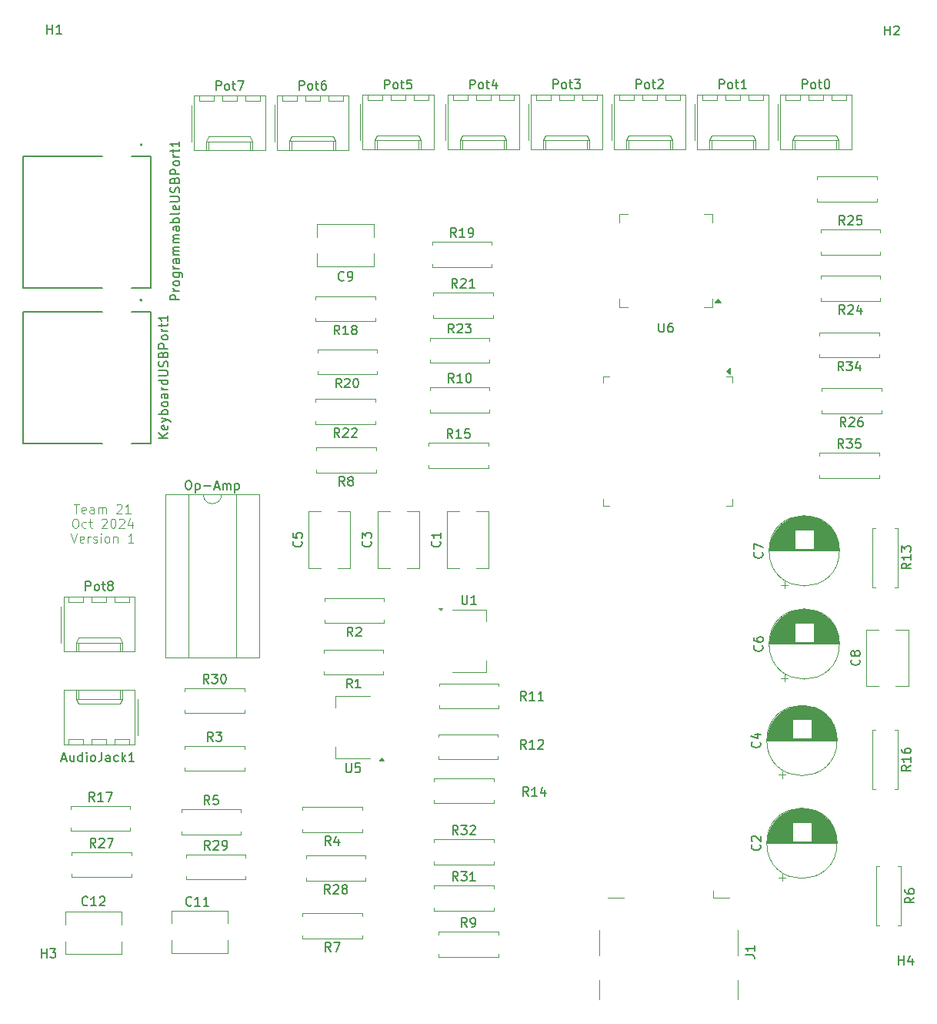
<source format=gbr>
%TF.GenerationSoftware,KiCad,Pcbnew,8.0.4*%
%TF.CreationDate,2024-10-28T16:26:41-05:00*%
%TF.ProjectId,String-Drum-Synthesizer,53747269-6e67-42d4-9472-756d2d53796e,rev?*%
%TF.SameCoordinates,Original*%
%TF.FileFunction,Legend,Top*%
%TF.FilePolarity,Positive*%
%FSLAX46Y46*%
G04 Gerber Fmt 4.6, Leading zero omitted, Abs format (unit mm)*
G04 Created by KiCad (PCBNEW 8.0.4) date 2024-10-28 16:26:41*
%MOMM*%
%LPD*%
G01*
G04 APERTURE LIST*
%ADD10C,0.100000*%
%ADD11C,0.150000*%
%ADD12C,0.120000*%
%ADD13C,0.127000*%
%ADD14C,0.200000*%
G04 APERTURE END LIST*
D10*
X117864333Y-78329531D02*
X118435761Y-78329531D01*
X118150047Y-79329531D02*
X118150047Y-78329531D01*
X119150047Y-79281912D02*
X119054809Y-79329531D01*
X119054809Y-79329531D02*
X118864333Y-79329531D01*
X118864333Y-79329531D02*
X118769095Y-79281912D01*
X118769095Y-79281912D02*
X118721476Y-79186673D01*
X118721476Y-79186673D02*
X118721476Y-78805721D01*
X118721476Y-78805721D02*
X118769095Y-78710483D01*
X118769095Y-78710483D02*
X118864333Y-78662864D01*
X118864333Y-78662864D02*
X119054809Y-78662864D01*
X119054809Y-78662864D02*
X119150047Y-78710483D01*
X119150047Y-78710483D02*
X119197666Y-78805721D01*
X119197666Y-78805721D02*
X119197666Y-78900959D01*
X119197666Y-78900959D02*
X118721476Y-78996197D01*
X120054809Y-79329531D02*
X120054809Y-78805721D01*
X120054809Y-78805721D02*
X120007190Y-78710483D01*
X120007190Y-78710483D02*
X119911952Y-78662864D01*
X119911952Y-78662864D02*
X119721476Y-78662864D01*
X119721476Y-78662864D02*
X119626238Y-78710483D01*
X120054809Y-79281912D02*
X119959571Y-79329531D01*
X119959571Y-79329531D02*
X119721476Y-79329531D01*
X119721476Y-79329531D02*
X119626238Y-79281912D01*
X119626238Y-79281912D02*
X119578619Y-79186673D01*
X119578619Y-79186673D02*
X119578619Y-79091435D01*
X119578619Y-79091435D02*
X119626238Y-78996197D01*
X119626238Y-78996197D02*
X119721476Y-78948578D01*
X119721476Y-78948578D02*
X119959571Y-78948578D01*
X119959571Y-78948578D02*
X120054809Y-78900959D01*
X120531000Y-79329531D02*
X120531000Y-78662864D01*
X120531000Y-78758102D02*
X120578619Y-78710483D01*
X120578619Y-78710483D02*
X120673857Y-78662864D01*
X120673857Y-78662864D02*
X120816714Y-78662864D01*
X120816714Y-78662864D02*
X120911952Y-78710483D01*
X120911952Y-78710483D02*
X120959571Y-78805721D01*
X120959571Y-78805721D02*
X120959571Y-79329531D01*
X120959571Y-78805721D02*
X121007190Y-78710483D01*
X121007190Y-78710483D02*
X121102428Y-78662864D01*
X121102428Y-78662864D02*
X121245285Y-78662864D01*
X121245285Y-78662864D02*
X121340524Y-78710483D01*
X121340524Y-78710483D02*
X121388143Y-78805721D01*
X121388143Y-78805721D02*
X121388143Y-79329531D01*
X122578619Y-78424769D02*
X122626238Y-78377150D01*
X122626238Y-78377150D02*
X122721476Y-78329531D01*
X122721476Y-78329531D02*
X122959571Y-78329531D01*
X122959571Y-78329531D02*
X123054809Y-78377150D01*
X123054809Y-78377150D02*
X123102428Y-78424769D01*
X123102428Y-78424769D02*
X123150047Y-78520007D01*
X123150047Y-78520007D02*
X123150047Y-78615245D01*
X123150047Y-78615245D02*
X123102428Y-78758102D01*
X123102428Y-78758102D02*
X122531000Y-79329531D01*
X122531000Y-79329531D02*
X123150047Y-79329531D01*
X124102428Y-79329531D02*
X123531000Y-79329531D01*
X123816714Y-79329531D02*
X123816714Y-78329531D01*
X123816714Y-78329531D02*
X123721476Y-78472388D01*
X123721476Y-78472388D02*
X123626238Y-78567626D01*
X123626238Y-78567626D02*
X123531000Y-78615245D01*
X117935761Y-79939475D02*
X118126237Y-79939475D01*
X118126237Y-79939475D02*
X118221475Y-79987094D01*
X118221475Y-79987094D02*
X118316713Y-80082332D01*
X118316713Y-80082332D02*
X118364332Y-80272808D01*
X118364332Y-80272808D02*
X118364332Y-80606141D01*
X118364332Y-80606141D02*
X118316713Y-80796617D01*
X118316713Y-80796617D02*
X118221475Y-80891856D01*
X118221475Y-80891856D02*
X118126237Y-80939475D01*
X118126237Y-80939475D02*
X117935761Y-80939475D01*
X117935761Y-80939475D02*
X117840523Y-80891856D01*
X117840523Y-80891856D02*
X117745285Y-80796617D01*
X117745285Y-80796617D02*
X117697666Y-80606141D01*
X117697666Y-80606141D02*
X117697666Y-80272808D01*
X117697666Y-80272808D02*
X117745285Y-80082332D01*
X117745285Y-80082332D02*
X117840523Y-79987094D01*
X117840523Y-79987094D02*
X117935761Y-79939475D01*
X119221475Y-80891856D02*
X119126237Y-80939475D01*
X119126237Y-80939475D02*
X118935761Y-80939475D01*
X118935761Y-80939475D02*
X118840523Y-80891856D01*
X118840523Y-80891856D02*
X118792904Y-80844236D01*
X118792904Y-80844236D02*
X118745285Y-80748998D01*
X118745285Y-80748998D02*
X118745285Y-80463284D01*
X118745285Y-80463284D02*
X118792904Y-80368046D01*
X118792904Y-80368046D02*
X118840523Y-80320427D01*
X118840523Y-80320427D02*
X118935761Y-80272808D01*
X118935761Y-80272808D02*
X119126237Y-80272808D01*
X119126237Y-80272808D02*
X119221475Y-80320427D01*
X119507190Y-80272808D02*
X119888142Y-80272808D01*
X119650047Y-79939475D02*
X119650047Y-80796617D01*
X119650047Y-80796617D02*
X119697666Y-80891856D01*
X119697666Y-80891856D02*
X119792904Y-80939475D01*
X119792904Y-80939475D02*
X119888142Y-80939475D01*
X120935762Y-80034713D02*
X120983381Y-79987094D01*
X120983381Y-79987094D02*
X121078619Y-79939475D01*
X121078619Y-79939475D02*
X121316714Y-79939475D01*
X121316714Y-79939475D02*
X121411952Y-79987094D01*
X121411952Y-79987094D02*
X121459571Y-80034713D01*
X121459571Y-80034713D02*
X121507190Y-80129951D01*
X121507190Y-80129951D02*
X121507190Y-80225189D01*
X121507190Y-80225189D02*
X121459571Y-80368046D01*
X121459571Y-80368046D02*
X120888143Y-80939475D01*
X120888143Y-80939475D02*
X121507190Y-80939475D01*
X122126238Y-79939475D02*
X122221476Y-79939475D01*
X122221476Y-79939475D02*
X122316714Y-79987094D01*
X122316714Y-79987094D02*
X122364333Y-80034713D01*
X122364333Y-80034713D02*
X122411952Y-80129951D01*
X122411952Y-80129951D02*
X122459571Y-80320427D01*
X122459571Y-80320427D02*
X122459571Y-80558522D01*
X122459571Y-80558522D02*
X122411952Y-80748998D01*
X122411952Y-80748998D02*
X122364333Y-80844236D01*
X122364333Y-80844236D02*
X122316714Y-80891856D01*
X122316714Y-80891856D02*
X122221476Y-80939475D01*
X122221476Y-80939475D02*
X122126238Y-80939475D01*
X122126238Y-80939475D02*
X122031000Y-80891856D01*
X122031000Y-80891856D02*
X121983381Y-80844236D01*
X121983381Y-80844236D02*
X121935762Y-80748998D01*
X121935762Y-80748998D02*
X121888143Y-80558522D01*
X121888143Y-80558522D02*
X121888143Y-80320427D01*
X121888143Y-80320427D02*
X121935762Y-80129951D01*
X121935762Y-80129951D02*
X121983381Y-80034713D01*
X121983381Y-80034713D02*
X122031000Y-79987094D01*
X122031000Y-79987094D02*
X122126238Y-79939475D01*
X122840524Y-80034713D02*
X122888143Y-79987094D01*
X122888143Y-79987094D02*
X122983381Y-79939475D01*
X122983381Y-79939475D02*
X123221476Y-79939475D01*
X123221476Y-79939475D02*
X123316714Y-79987094D01*
X123316714Y-79987094D02*
X123364333Y-80034713D01*
X123364333Y-80034713D02*
X123411952Y-80129951D01*
X123411952Y-80129951D02*
X123411952Y-80225189D01*
X123411952Y-80225189D02*
X123364333Y-80368046D01*
X123364333Y-80368046D02*
X122792905Y-80939475D01*
X122792905Y-80939475D02*
X123411952Y-80939475D01*
X124269095Y-80272808D02*
X124269095Y-80939475D01*
X124031000Y-79891856D02*
X123792905Y-80606141D01*
X123792905Y-80606141D02*
X124411952Y-80606141D01*
X117554809Y-81549419D02*
X117888142Y-82549419D01*
X117888142Y-82549419D02*
X118221475Y-81549419D01*
X118935761Y-82501800D02*
X118840523Y-82549419D01*
X118840523Y-82549419D02*
X118650047Y-82549419D01*
X118650047Y-82549419D02*
X118554809Y-82501800D01*
X118554809Y-82501800D02*
X118507190Y-82406561D01*
X118507190Y-82406561D02*
X118507190Y-82025609D01*
X118507190Y-82025609D02*
X118554809Y-81930371D01*
X118554809Y-81930371D02*
X118650047Y-81882752D01*
X118650047Y-81882752D02*
X118840523Y-81882752D01*
X118840523Y-81882752D02*
X118935761Y-81930371D01*
X118935761Y-81930371D02*
X118983380Y-82025609D01*
X118983380Y-82025609D02*
X118983380Y-82120847D01*
X118983380Y-82120847D02*
X118507190Y-82216085D01*
X119411952Y-82549419D02*
X119411952Y-81882752D01*
X119411952Y-82073228D02*
X119459571Y-81977990D01*
X119459571Y-81977990D02*
X119507190Y-81930371D01*
X119507190Y-81930371D02*
X119602428Y-81882752D01*
X119602428Y-81882752D02*
X119697666Y-81882752D01*
X119983381Y-82501800D02*
X120078619Y-82549419D01*
X120078619Y-82549419D02*
X120269095Y-82549419D01*
X120269095Y-82549419D02*
X120364333Y-82501800D01*
X120364333Y-82501800D02*
X120411952Y-82406561D01*
X120411952Y-82406561D02*
X120411952Y-82358942D01*
X120411952Y-82358942D02*
X120364333Y-82263704D01*
X120364333Y-82263704D02*
X120269095Y-82216085D01*
X120269095Y-82216085D02*
X120126238Y-82216085D01*
X120126238Y-82216085D02*
X120031000Y-82168466D01*
X120031000Y-82168466D02*
X119983381Y-82073228D01*
X119983381Y-82073228D02*
X119983381Y-82025609D01*
X119983381Y-82025609D02*
X120031000Y-81930371D01*
X120031000Y-81930371D02*
X120126238Y-81882752D01*
X120126238Y-81882752D02*
X120269095Y-81882752D01*
X120269095Y-81882752D02*
X120364333Y-81930371D01*
X120840524Y-82549419D02*
X120840524Y-81882752D01*
X120840524Y-81549419D02*
X120792905Y-81597038D01*
X120792905Y-81597038D02*
X120840524Y-81644657D01*
X120840524Y-81644657D02*
X120888143Y-81597038D01*
X120888143Y-81597038D02*
X120840524Y-81549419D01*
X120840524Y-81549419D02*
X120840524Y-81644657D01*
X121459571Y-82549419D02*
X121364333Y-82501800D01*
X121364333Y-82501800D02*
X121316714Y-82454180D01*
X121316714Y-82454180D02*
X121269095Y-82358942D01*
X121269095Y-82358942D02*
X121269095Y-82073228D01*
X121269095Y-82073228D02*
X121316714Y-81977990D01*
X121316714Y-81977990D02*
X121364333Y-81930371D01*
X121364333Y-81930371D02*
X121459571Y-81882752D01*
X121459571Y-81882752D02*
X121602428Y-81882752D01*
X121602428Y-81882752D02*
X121697666Y-81930371D01*
X121697666Y-81930371D02*
X121745285Y-81977990D01*
X121745285Y-81977990D02*
X121792904Y-82073228D01*
X121792904Y-82073228D02*
X121792904Y-82358942D01*
X121792904Y-82358942D02*
X121745285Y-82454180D01*
X121745285Y-82454180D02*
X121697666Y-82501800D01*
X121697666Y-82501800D02*
X121602428Y-82549419D01*
X121602428Y-82549419D02*
X121459571Y-82549419D01*
X122221476Y-81882752D02*
X122221476Y-82549419D01*
X122221476Y-81977990D02*
X122269095Y-81930371D01*
X122269095Y-81930371D02*
X122364333Y-81882752D01*
X122364333Y-81882752D02*
X122507190Y-81882752D01*
X122507190Y-81882752D02*
X122602428Y-81930371D01*
X122602428Y-81930371D02*
X122650047Y-82025609D01*
X122650047Y-82025609D02*
X122650047Y-82549419D01*
X124411952Y-82549419D02*
X123840524Y-82549419D01*
X124126238Y-82549419D02*
X124126238Y-81549419D01*
X124126238Y-81549419D02*
X124031000Y-81692276D01*
X124031000Y-81692276D02*
X123935762Y-81787514D01*
X123935762Y-81787514D02*
X123840524Y-81835133D01*
D11*
X191787819Y-127888333D02*
X192502104Y-127888333D01*
X192502104Y-127888333D02*
X192644961Y-127935952D01*
X192644961Y-127935952D02*
X192740200Y-128031190D01*
X192740200Y-128031190D02*
X192787819Y-128174047D01*
X192787819Y-128174047D02*
X192787819Y-128269285D01*
X192787819Y-126888333D02*
X192787819Y-127459761D01*
X192787819Y-127174047D02*
X191787819Y-127174047D01*
X191787819Y-127174047D02*
X191930676Y-127269285D01*
X191930676Y-127269285D02*
X192025914Y-127364523D01*
X192025914Y-127364523D02*
X192073533Y-127459761D01*
X133524809Y-32783819D02*
X133524809Y-31783819D01*
X133524809Y-31783819D02*
X133905761Y-31783819D01*
X133905761Y-31783819D02*
X134000999Y-31831438D01*
X134000999Y-31831438D02*
X134048618Y-31879057D01*
X134048618Y-31879057D02*
X134096237Y-31974295D01*
X134096237Y-31974295D02*
X134096237Y-32117152D01*
X134096237Y-32117152D02*
X134048618Y-32212390D01*
X134048618Y-32212390D02*
X134000999Y-32260009D01*
X134000999Y-32260009D02*
X133905761Y-32307628D01*
X133905761Y-32307628D02*
X133524809Y-32307628D01*
X134667666Y-32783819D02*
X134572428Y-32736200D01*
X134572428Y-32736200D02*
X134524809Y-32688580D01*
X134524809Y-32688580D02*
X134477190Y-32593342D01*
X134477190Y-32593342D02*
X134477190Y-32307628D01*
X134477190Y-32307628D02*
X134524809Y-32212390D01*
X134524809Y-32212390D02*
X134572428Y-32164771D01*
X134572428Y-32164771D02*
X134667666Y-32117152D01*
X134667666Y-32117152D02*
X134810523Y-32117152D01*
X134810523Y-32117152D02*
X134905761Y-32164771D01*
X134905761Y-32164771D02*
X134953380Y-32212390D01*
X134953380Y-32212390D02*
X135000999Y-32307628D01*
X135000999Y-32307628D02*
X135000999Y-32593342D01*
X135000999Y-32593342D02*
X134953380Y-32688580D01*
X134953380Y-32688580D02*
X134905761Y-32736200D01*
X134905761Y-32736200D02*
X134810523Y-32783819D01*
X134810523Y-32783819D02*
X134667666Y-32783819D01*
X135286714Y-32117152D02*
X135667666Y-32117152D01*
X135429571Y-31783819D02*
X135429571Y-32640961D01*
X135429571Y-32640961D02*
X135477190Y-32736200D01*
X135477190Y-32736200D02*
X135572428Y-32783819D01*
X135572428Y-32783819D02*
X135667666Y-32783819D01*
X135905762Y-31783819D02*
X136572428Y-31783819D01*
X136572428Y-31783819D02*
X136143857Y-32783819D01*
X147586333Y-53671080D02*
X147538714Y-53718700D01*
X147538714Y-53718700D02*
X147395857Y-53766319D01*
X147395857Y-53766319D02*
X147300619Y-53766319D01*
X147300619Y-53766319D02*
X147157762Y-53718700D01*
X147157762Y-53718700D02*
X147062524Y-53623461D01*
X147062524Y-53623461D02*
X147014905Y-53528223D01*
X147014905Y-53528223D02*
X146967286Y-53337747D01*
X146967286Y-53337747D02*
X146967286Y-53194890D01*
X146967286Y-53194890D02*
X147014905Y-53004414D01*
X147014905Y-53004414D02*
X147062524Y-52909176D01*
X147062524Y-52909176D02*
X147157762Y-52813938D01*
X147157762Y-52813938D02*
X147300619Y-52766319D01*
X147300619Y-52766319D02*
X147395857Y-52766319D01*
X147395857Y-52766319D02*
X147538714Y-52813938D01*
X147538714Y-52813938D02*
X147586333Y-52861557D01*
X148062524Y-53766319D02*
X148253000Y-53766319D01*
X148253000Y-53766319D02*
X148348238Y-53718700D01*
X148348238Y-53718700D02*
X148395857Y-53671080D01*
X148395857Y-53671080D02*
X148491095Y-53528223D01*
X148491095Y-53528223D02*
X148538714Y-53337747D01*
X148538714Y-53337747D02*
X148538714Y-52956795D01*
X148538714Y-52956795D02*
X148491095Y-52861557D01*
X148491095Y-52861557D02*
X148443476Y-52813938D01*
X148443476Y-52813938D02*
X148348238Y-52766319D01*
X148348238Y-52766319D02*
X148157762Y-52766319D01*
X148157762Y-52766319D02*
X148062524Y-52813938D01*
X148062524Y-52813938D02*
X148014905Y-52861557D01*
X148014905Y-52861557D02*
X147967286Y-52956795D01*
X147967286Y-52956795D02*
X147967286Y-53194890D01*
X147967286Y-53194890D02*
X148014905Y-53290128D01*
X148014905Y-53290128D02*
X148062524Y-53337747D01*
X148062524Y-53337747D02*
X148157762Y-53385366D01*
X148157762Y-53385366D02*
X148348238Y-53385366D01*
X148348238Y-53385366D02*
X148443476Y-53337747D01*
X148443476Y-53337747D02*
X148491095Y-53290128D01*
X148491095Y-53290128D02*
X148538714Y-53194890D01*
X147110142Y-59671319D02*
X146776809Y-59195128D01*
X146538714Y-59671319D02*
X146538714Y-58671319D01*
X146538714Y-58671319D02*
X146919666Y-58671319D01*
X146919666Y-58671319D02*
X147014904Y-58718938D01*
X147014904Y-58718938D02*
X147062523Y-58766557D01*
X147062523Y-58766557D02*
X147110142Y-58861795D01*
X147110142Y-58861795D02*
X147110142Y-59004652D01*
X147110142Y-59004652D02*
X147062523Y-59099890D01*
X147062523Y-59099890D02*
X147014904Y-59147509D01*
X147014904Y-59147509D02*
X146919666Y-59195128D01*
X146919666Y-59195128D02*
X146538714Y-59195128D01*
X148062523Y-59671319D02*
X147491095Y-59671319D01*
X147776809Y-59671319D02*
X147776809Y-58671319D01*
X147776809Y-58671319D02*
X147681571Y-58814176D01*
X147681571Y-58814176D02*
X147586333Y-58909414D01*
X147586333Y-58909414D02*
X147491095Y-58957033D01*
X148633952Y-59099890D02*
X148538714Y-59052271D01*
X148538714Y-59052271D02*
X148491095Y-59004652D01*
X148491095Y-59004652D02*
X148443476Y-58909414D01*
X148443476Y-58909414D02*
X148443476Y-58861795D01*
X148443476Y-58861795D02*
X148491095Y-58766557D01*
X148491095Y-58766557D02*
X148538714Y-58718938D01*
X148538714Y-58718938D02*
X148633952Y-58671319D01*
X148633952Y-58671319D02*
X148824428Y-58671319D01*
X148824428Y-58671319D02*
X148919666Y-58718938D01*
X148919666Y-58718938D02*
X148967285Y-58766557D01*
X148967285Y-58766557D02*
X149014904Y-58861795D01*
X149014904Y-58861795D02*
X149014904Y-58909414D01*
X149014904Y-58909414D02*
X148967285Y-59004652D01*
X148967285Y-59004652D02*
X148919666Y-59052271D01*
X148919666Y-59052271D02*
X148824428Y-59099890D01*
X148824428Y-59099890D02*
X148633952Y-59099890D01*
X148633952Y-59099890D02*
X148538714Y-59147509D01*
X148538714Y-59147509D02*
X148491095Y-59195128D01*
X148491095Y-59195128D02*
X148443476Y-59290366D01*
X148443476Y-59290366D02*
X148443476Y-59480842D01*
X148443476Y-59480842D02*
X148491095Y-59576080D01*
X148491095Y-59576080D02*
X148538714Y-59623700D01*
X148538714Y-59623700D02*
X148633952Y-59671319D01*
X148633952Y-59671319D02*
X148824428Y-59671319D01*
X148824428Y-59671319D02*
X148919666Y-59623700D01*
X148919666Y-59623700D02*
X148967285Y-59576080D01*
X148967285Y-59576080D02*
X149014904Y-59480842D01*
X149014904Y-59480842D02*
X149014904Y-59290366D01*
X149014904Y-59290366D02*
X148967285Y-59195128D01*
X148967285Y-59195128D02*
X148919666Y-59147509D01*
X148919666Y-59147509D02*
X148824428Y-59099890D01*
X210342819Y-121578666D02*
X209866628Y-121911999D01*
X210342819Y-122150094D02*
X209342819Y-122150094D01*
X209342819Y-122150094D02*
X209342819Y-121769142D01*
X209342819Y-121769142D02*
X209390438Y-121673904D01*
X209390438Y-121673904D02*
X209438057Y-121626285D01*
X209438057Y-121626285D02*
X209533295Y-121578666D01*
X209533295Y-121578666D02*
X209676152Y-121578666D01*
X209676152Y-121578666D02*
X209771390Y-121626285D01*
X209771390Y-121626285D02*
X209819009Y-121673904D01*
X209819009Y-121673904D02*
X209866628Y-121769142D01*
X209866628Y-121769142D02*
X209866628Y-122150094D01*
X209342819Y-120721523D02*
X209342819Y-120911999D01*
X209342819Y-120911999D02*
X209390438Y-121007237D01*
X209390438Y-121007237D02*
X209438057Y-121054856D01*
X209438057Y-121054856D02*
X209580914Y-121150094D01*
X209580914Y-121150094D02*
X209771390Y-121197713D01*
X209771390Y-121197713D02*
X210152342Y-121197713D01*
X210152342Y-121197713D02*
X210247580Y-121150094D01*
X210247580Y-121150094D02*
X210295200Y-121102475D01*
X210295200Y-121102475D02*
X210342819Y-121007237D01*
X210342819Y-121007237D02*
X210342819Y-120816761D01*
X210342819Y-120816761D02*
X210295200Y-120721523D01*
X210295200Y-120721523D02*
X210247580Y-120673904D01*
X210247580Y-120673904D02*
X210152342Y-120626285D01*
X210152342Y-120626285D02*
X209914247Y-120626285D01*
X209914247Y-120626285D02*
X209819009Y-120673904D01*
X209819009Y-120673904D02*
X209771390Y-120721523D01*
X209771390Y-120721523D02*
X209723771Y-120816761D01*
X209723771Y-120816761D02*
X209723771Y-121007237D01*
X209723771Y-121007237D02*
X209771390Y-121102475D01*
X209771390Y-121102475D02*
X209819009Y-121150094D01*
X209819009Y-121150094D02*
X209914247Y-121197713D01*
X209961819Y-107068857D02*
X209485628Y-107402190D01*
X209961819Y-107640285D02*
X208961819Y-107640285D01*
X208961819Y-107640285D02*
X208961819Y-107259333D01*
X208961819Y-107259333D02*
X209009438Y-107164095D01*
X209009438Y-107164095D02*
X209057057Y-107116476D01*
X209057057Y-107116476D02*
X209152295Y-107068857D01*
X209152295Y-107068857D02*
X209295152Y-107068857D01*
X209295152Y-107068857D02*
X209390390Y-107116476D01*
X209390390Y-107116476D02*
X209438009Y-107164095D01*
X209438009Y-107164095D02*
X209485628Y-107259333D01*
X209485628Y-107259333D02*
X209485628Y-107640285D01*
X209961819Y-106116476D02*
X209961819Y-106687904D01*
X209961819Y-106402190D02*
X208961819Y-106402190D01*
X208961819Y-106402190D02*
X209104676Y-106497428D01*
X209104676Y-106497428D02*
X209199914Y-106592666D01*
X209199914Y-106592666D02*
X209247533Y-106687904D01*
X208961819Y-105259333D02*
X208961819Y-105449809D01*
X208961819Y-105449809D02*
X209009438Y-105545047D01*
X209009438Y-105545047D02*
X209057057Y-105592666D01*
X209057057Y-105592666D02*
X209199914Y-105687904D01*
X209199914Y-105687904D02*
X209390390Y-105735523D01*
X209390390Y-105735523D02*
X209771342Y-105735523D01*
X209771342Y-105735523D02*
X209866580Y-105687904D01*
X209866580Y-105687904D02*
X209914200Y-105640285D01*
X209914200Y-105640285D02*
X209961819Y-105545047D01*
X209961819Y-105545047D02*
X209961819Y-105354571D01*
X209961819Y-105354571D02*
X209914200Y-105259333D01*
X209914200Y-105259333D02*
X209866580Y-105211714D01*
X209866580Y-105211714D02*
X209771342Y-105164095D01*
X209771342Y-105164095D02*
X209533247Y-105164095D01*
X209533247Y-105164095D02*
X209438009Y-105211714D01*
X209438009Y-105211714D02*
X209390390Y-105259333D01*
X209390390Y-105259333D02*
X209342771Y-105354571D01*
X209342771Y-105354571D02*
X209342771Y-105545047D01*
X209342771Y-105545047D02*
X209390390Y-105640285D01*
X209390390Y-105640285D02*
X209438009Y-105687904D01*
X209438009Y-105687904D02*
X209533247Y-105735523D01*
X193606580Y-83625666D02*
X193654200Y-83673285D01*
X193654200Y-83673285D02*
X193701819Y-83816142D01*
X193701819Y-83816142D02*
X193701819Y-83911380D01*
X193701819Y-83911380D02*
X193654200Y-84054237D01*
X193654200Y-84054237D02*
X193558961Y-84149475D01*
X193558961Y-84149475D02*
X193463723Y-84197094D01*
X193463723Y-84197094D02*
X193273247Y-84244713D01*
X193273247Y-84244713D02*
X193130390Y-84244713D01*
X193130390Y-84244713D02*
X192939914Y-84197094D01*
X192939914Y-84197094D02*
X192844676Y-84149475D01*
X192844676Y-84149475D02*
X192749438Y-84054237D01*
X192749438Y-84054237D02*
X192701819Y-83911380D01*
X192701819Y-83911380D02*
X192701819Y-83816142D01*
X192701819Y-83816142D02*
X192749438Y-83673285D01*
X192749438Y-83673285D02*
X192797057Y-83625666D01*
X192701819Y-83292332D02*
X192701819Y-82625666D01*
X192701819Y-82625666D02*
X193701819Y-83054237D01*
X160139142Y-114670819D02*
X159805809Y-114194628D01*
X159567714Y-114670819D02*
X159567714Y-113670819D01*
X159567714Y-113670819D02*
X159948666Y-113670819D01*
X159948666Y-113670819D02*
X160043904Y-113718438D01*
X160043904Y-113718438D02*
X160091523Y-113766057D01*
X160091523Y-113766057D02*
X160139142Y-113861295D01*
X160139142Y-113861295D02*
X160139142Y-114004152D01*
X160139142Y-114004152D02*
X160091523Y-114099390D01*
X160091523Y-114099390D02*
X160043904Y-114147009D01*
X160043904Y-114147009D02*
X159948666Y-114194628D01*
X159948666Y-114194628D02*
X159567714Y-114194628D01*
X160472476Y-113670819D02*
X161091523Y-113670819D01*
X161091523Y-113670819D02*
X160758190Y-114051771D01*
X160758190Y-114051771D02*
X160901047Y-114051771D01*
X160901047Y-114051771D02*
X160996285Y-114099390D01*
X160996285Y-114099390D02*
X161043904Y-114147009D01*
X161043904Y-114147009D02*
X161091523Y-114242247D01*
X161091523Y-114242247D02*
X161091523Y-114480342D01*
X161091523Y-114480342D02*
X161043904Y-114575580D01*
X161043904Y-114575580D02*
X160996285Y-114623200D01*
X160996285Y-114623200D02*
X160901047Y-114670819D01*
X160901047Y-114670819D02*
X160615333Y-114670819D01*
X160615333Y-114670819D02*
X160520095Y-114623200D01*
X160520095Y-114623200D02*
X160472476Y-114575580D01*
X161472476Y-113766057D02*
X161520095Y-113718438D01*
X161520095Y-113718438D02*
X161615333Y-113670819D01*
X161615333Y-113670819D02*
X161853428Y-113670819D01*
X161853428Y-113670819D02*
X161948666Y-113718438D01*
X161948666Y-113718438D02*
X161996285Y-113766057D01*
X161996285Y-113766057D02*
X162043904Y-113861295D01*
X162043904Y-113861295D02*
X162043904Y-113956533D01*
X162043904Y-113956533D02*
X161996285Y-114099390D01*
X161996285Y-114099390D02*
X161424857Y-114670819D01*
X161424857Y-114670819D02*
X162043904Y-114670819D01*
X182245095Y-58416819D02*
X182245095Y-59226342D01*
X182245095Y-59226342D02*
X182292714Y-59321580D01*
X182292714Y-59321580D02*
X182340333Y-59369200D01*
X182340333Y-59369200D02*
X182435571Y-59416819D01*
X182435571Y-59416819D02*
X182626047Y-59416819D01*
X182626047Y-59416819D02*
X182721285Y-59369200D01*
X182721285Y-59369200D02*
X182768904Y-59321580D01*
X182768904Y-59321580D02*
X182816523Y-59226342D01*
X182816523Y-59226342D02*
X182816523Y-58416819D01*
X183721285Y-58416819D02*
X183530809Y-58416819D01*
X183530809Y-58416819D02*
X183435571Y-58464438D01*
X183435571Y-58464438D02*
X183387952Y-58512057D01*
X183387952Y-58512057D02*
X183292714Y-58654914D01*
X183292714Y-58654914D02*
X183245095Y-58845390D01*
X183245095Y-58845390D02*
X183245095Y-59226342D01*
X183245095Y-59226342D02*
X183292714Y-59321580D01*
X183292714Y-59321580D02*
X183340333Y-59369200D01*
X183340333Y-59369200D02*
X183435571Y-59416819D01*
X183435571Y-59416819D02*
X183626047Y-59416819D01*
X183626047Y-59416819D02*
X183721285Y-59369200D01*
X183721285Y-59369200D02*
X183768904Y-59321580D01*
X183768904Y-59321580D02*
X183816523Y-59226342D01*
X183816523Y-59226342D02*
X183816523Y-58988247D01*
X183816523Y-58988247D02*
X183768904Y-58893009D01*
X183768904Y-58893009D02*
X183721285Y-58845390D01*
X183721285Y-58845390D02*
X183626047Y-58797771D01*
X183626047Y-58797771D02*
X183435571Y-58797771D01*
X183435571Y-58797771D02*
X183340333Y-58845390D01*
X183340333Y-58845390D02*
X183292714Y-58893009D01*
X183292714Y-58893009D02*
X183245095Y-58988247D01*
X114300095Y-128207819D02*
X114300095Y-127207819D01*
X114300095Y-127684009D02*
X114871523Y-127684009D01*
X114871523Y-128207819D02*
X114871523Y-127207819D01*
X115252476Y-127207819D02*
X115871523Y-127207819D01*
X115871523Y-127207819D02*
X115538190Y-127588771D01*
X115538190Y-127588771D02*
X115681047Y-127588771D01*
X115681047Y-127588771D02*
X115776285Y-127636390D01*
X115776285Y-127636390D02*
X115823904Y-127684009D01*
X115823904Y-127684009D02*
X115871523Y-127779247D01*
X115871523Y-127779247D02*
X115871523Y-128017342D01*
X115871523Y-128017342D02*
X115823904Y-128112580D01*
X115823904Y-128112580D02*
X115776285Y-128160200D01*
X115776285Y-128160200D02*
X115681047Y-128207819D01*
X115681047Y-128207819D02*
X115395333Y-128207819D01*
X115395333Y-128207819D02*
X115300095Y-128160200D01*
X115300095Y-128160200D02*
X115252476Y-128112580D01*
X202557142Y-72153819D02*
X202223809Y-71677628D01*
X201985714Y-72153819D02*
X201985714Y-71153819D01*
X201985714Y-71153819D02*
X202366666Y-71153819D01*
X202366666Y-71153819D02*
X202461904Y-71201438D01*
X202461904Y-71201438D02*
X202509523Y-71249057D01*
X202509523Y-71249057D02*
X202557142Y-71344295D01*
X202557142Y-71344295D02*
X202557142Y-71487152D01*
X202557142Y-71487152D02*
X202509523Y-71582390D01*
X202509523Y-71582390D02*
X202461904Y-71630009D01*
X202461904Y-71630009D02*
X202366666Y-71677628D01*
X202366666Y-71677628D02*
X201985714Y-71677628D01*
X202890476Y-71153819D02*
X203509523Y-71153819D01*
X203509523Y-71153819D02*
X203176190Y-71534771D01*
X203176190Y-71534771D02*
X203319047Y-71534771D01*
X203319047Y-71534771D02*
X203414285Y-71582390D01*
X203414285Y-71582390D02*
X203461904Y-71630009D01*
X203461904Y-71630009D02*
X203509523Y-71725247D01*
X203509523Y-71725247D02*
X203509523Y-71963342D01*
X203509523Y-71963342D02*
X203461904Y-72058580D01*
X203461904Y-72058580D02*
X203414285Y-72106200D01*
X203414285Y-72106200D02*
X203319047Y-72153819D01*
X203319047Y-72153819D02*
X203033333Y-72153819D01*
X203033333Y-72153819D02*
X202938095Y-72106200D01*
X202938095Y-72106200D02*
X202890476Y-72058580D01*
X204414285Y-71153819D02*
X203938095Y-71153819D01*
X203938095Y-71153819D02*
X203890476Y-71630009D01*
X203890476Y-71630009D02*
X203938095Y-71582390D01*
X203938095Y-71582390D02*
X204033333Y-71534771D01*
X204033333Y-71534771D02*
X204271428Y-71534771D01*
X204271428Y-71534771D02*
X204366666Y-71582390D01*
X204366666Y-71582390D02*
X204414285Y-71630009D01*
X204414285Y-71630009D02*
X204461904Y-71725247D01*
X204461904Y-71725247D02*
X204461904Y-71963342D01*
X204461904Y-71963342D02*
X204414285Y-72058580D01*
X204414285Y-72058580D02*
X204366666Y-72106200D01*
X204366666Y-72106200D02*
X204271428Y-72153819D01*
X204271428Y-72153819D02*
X204033333Y-72153819D01*
X204033333Y-72153819D02*
X203938095Y-72106200D01*
X203938095Y-72106200D02*
X203890476Y-72058580D01*
X159556142Y-71060319D02*
X159222809Y-70584128D01*
X158984714Y-71060319D02*
X158984714Y-70060319D01*
X158984714Y-70060319D02*
X159365666Y-70060319D01*
X159365666Y-70060319D02*
X159460904Y-70107938D01*
X159460904Y-70107938D02*
X159508523Y-70155557D01*
X159508523Y-70155557D02*
X159556142Y-70250795D01*
X159556142Y-70250795D02*
X159556142Y-70393652D01*
X159556142Y-70393652D02*
X159508523Y-70488890D01*
X159508523Y-70488890D02*
X159460904Y-70536509D01*
X159460904Y-70536509D02*
X159365666Y-70584128D01*
X159365666Y-70584128D02*
X158984714Y-70584128D01*
X160508523Y-71060319D02*
X159937095Y-71060319D01*
X160222809Y-71060319D02*
X160222809Y-70060319D01*
X160222809Y-70060319D02*
X160127571Y-70203176D01*
X160127571Y-70203176D02*
X160032333Y-70298414D01*
X160032333Y-70298414D02*
X159937095Y-70346033D01*
X161413285Y-70060319D02*
X160937095Y-70060319D01*
X160937095Y-70060319D02*
X160889476Y-70536509D01*
X160889476Y-70536509D02*
X160937095Y-70488890D01*
X160937095Y-70488890D02*
X161032333Y-70441271D01*
X161032333Y-70441271D02*
X161270428Y-70441271D01*
X161270428Y-70441271D02*
X161365666Y-70488890D01*
X161365666Y-70488890D02*
X161413285Y-70536509D01*
X161413285Y-70536509D02*
X161460904Y-70631747D01*
X161460904Y-70631747D02*
X161460904Y-70869842D01*
X161460904Y-70869842D02*
X161413285Y-70965080D01*
X161413285Y-70965080D02*
X161365666Y-71012700D01*
X161365666Y-71012700D02*
X161270428Y-71060319D01*
X161270428Y-71060319D02*
X161032333Y-71060319D01*
X161032333Y-71060319D02*
X160937095Y-71012700D01*
X160937095Y-71012700D02*
X160889476Y-70965080D01*
X193606580Y-93872666D02*
X193654200Y-93920285D01*
X193654200Y-93920285D02*
X193701819Y-94063142D01*
X193701819Y-94063142D02*
X193701819Y-94158380D01*
X193701819Y-94158380D02*
X193654200Y-94301237D01*
X193654200Y-94301237D02*
X193558961Y-94396475D01*
X193558961Y-94396475D02*
X193463723Y-94444094D01*
X193463723Y-94444094D02*
X193273247Y-94491713D01*
X193273247Y-94491713D02*
X193130390Y-94491713D01*
X193130390Y-94491713D02*
X192939914Y-94444094D01*
X192939914Y-94444094D02*
X192844676Y-94396475D01*
X192844676Y-94396475D02*
X192749438Y-94301237D01*
X192749438Y-94301237D02*
X192701819Y-94158380D01*
X192701819Y-94158380D02*
X192701819Y-94063142D01*
X192701819Y-94063142D02*
X192749438Y-93920285D01*
X192749438Y-93920285D02*
X192797057Y-93872666D01*
X192701819Y-93015523D02*
X192701819Y-93205999D01*
X192701819Y-93205999D02*
X192749438Y-93301237D01*
X192749438Y-93301237D02*
X192797057Y-93348856D01*
X192797057Y-93348856D02*
X192939914Y-93444094D01*
X192939914Y-93444094D02*
X193130390Y-93491713D01*
X193130390Y-93491713D02*
X193511342Y-93491713D01*
X193511342Y-93491713D02*
X193606580Y-93444094D01*
X193606580Y-93444094D02*
X193654200Y-93396475D01*
X193654200Y-93396475D02*
X193701819Y-93301237D01*
X193701819Y-93301237D02*
X193701819Y-93110761D01*
X193701819Y-93110761D02*
X193654200Y-93015523D01*
X193654200Y-93015523D02*
X193606580Y-92967904D01*
X193606580Y-92967904D02*
X193511342Y-92920285D01*
X193511342Y-92920285D02*
X193273247Y-92920285D01*
X193273247Y-92920285D02*
X193178009Y-92967904D01*
X193178009Y-92967904D02*
X193130390Y-93015523D01*
X193130390Y-93015523D02*
X193082771Y-93110761D01*
X193082771Y-93110761D02*
X193082771Y-93301237D01*
X193082771Y-93301237D02*
X193130390Y-93396475D01*
X193130390Y-93396475D02*
X193178009Y-93444094D01*
X193178009Y-93444094D02*
X193273247Y-93491713D01*
X152066809Y-32656819D02*
X152066809Y-31656819D01*
X152066809Y-31656819D02*
X152447761Y-31656819D01*
X152447761Y-31656819D02*
X152542999Y-31704438D01*
X152542999Y-31704438D02*
X152590618Y-31752057D01*
X152590618Y-31752057D02*
X152638237Y-31847295D01*
X152638237Y-31847295D02*
X152638237Y-31990152D01*
X152638237Y-31990152D02*
X152590618Y-32085390D01*
X152590618Y-32085390D02*
X152542999Y-32133009D01*
X152542999Y-32133009D02*
X152447761Y-32180628D01*
X152447761Y-32180628D02*
X152066809Y-32180628D01*
X153209666Y-32656819D02*
X153114428Y-32609200D01*
X153114428Y-32609200D02*
X153066809Y-32561580D01*
X153066809Y-32561580D02*
X153019190Y-32466342D01*
X153019190Y-32466342D02*
X153019190Y-32180628D01*
X153019190Y-32180628D02*
X153066809Y-32085390D01*
X153066809Y-32085390D02*
X153114428Y-32037771D01*
X153114428Y-32037771D02*
X153209666Y-31990152D01*
X153209666Y-31990152D02*
X153352523Y-31990152D01*
X153352523Y-31990152D02*
X153447761Y-32037771D01*
X153447761Y-32037771D02*
X153495380Y-32085390D01*
X153495380Y-32085390D02*
X153542999Y-32180628D01*
X153542999Y-32180628D02*
X153542999Y-32466342D01*
X153542999Y-32466342D02*
X153495380Y-32561580D01*
X153495380Y-32561580D02*
X153447761Y-32609200D01*
X153447761Y-32609200D02*
X153352523Y-32656819D01*
X153352523Y-32656819D02*
X153209666Y-32656819D01*
X153828714Y-31990152D02*
X154209666Y-31990152D01*
X153971571Y-31656819D02*
X153971571Y-32513961D01*
X153971571Y-32513961D02*
X154019190Y-32609200D01*
X154019190Y-32609200D02*
X154114428Y-32656819D01*
X154114428Y-32656819D02*
X154209666Y-32656819D01*
X155019190Y-31656819D02*
X154543000Y-31656819D01*
X154543000Y-31656819D02*
X154495381Y-32133009D01*
X154495381Y-32133009D02*
X154543000Y-32085390D01*
X154543000Y-32085390D02*
X154638238Y-32037771D01*
X154638238Y-32037771D02*
X154876333Y-32037771D01*
X154876333Y-32037771D02*
X154971571Y-32085390D01*
X154971571Y-32085390D02*
X155019190Y-32133009D01*
X155019190Y-32133009D02*
X155066809Y-32228247D01*
X155066809Y-32228247D02*
X155066809Y-32466342D01*
X155066809Y-32466342D02*
X155019190Y-32561580D01*
X155019190Y-32561580D02*
X154971571Y-32609200D01*
X154971571Y-32609200D02*
X154876333Y-32656819D01*
X154876333Y-32656819D02*
X154638238Y-32656819D01*
X154638238Y-32656819D02*
X154543000Y-32609200D01*
X154543000Y-32609200D02*
X154495381Y-32561580D01*
X193352580Y-104482272D02*
X193400200Y-104529891D01*
X193400200Y-104529891D02*
X193447819Y-104672748D01*
X193447819Y-104672748D02*
X193447819Y-104767986D01*
X193447819Y-104767986D02*
X193400200Y-104910843D01*
X193400200Y-104910843D02*
X193304961Y-105006081D01*
X193304961Y-105006081D02*
X193209723Y-105053700D01*
X193209723Y-105053700D02*
X193019247Y-105101319D01*
X193019247Y-105101319D02*
X192876390Y-105101319D01*
X192876390Y-105101319D02*
X192685914Y-105053700D01*
X192685914Y-105053700D02*
X192590676Y-105006081D01*
X192590676Y-105006081D02*
X192495438Y-104910843D01*
X192495438Y-104910843D02*
X192447819Y-104767986D01*
X192447819Y-104767986D02*
X192447819Y-104672748D01*
X192447819Y-104672748D02*
X192495438Y-104529891D01*
X192495438Y-104529891D02*
X192543057Y-104482272D01*
X192781152Y-103625129D02*
X193447819Y-103625129D01*
X192400200Y-103863224D02*
X193114485Y-104101319D01*
X193114485Y-104101319D02*
X193114485Y-103482272D01*
X160064142Y-54550319D02*
X159730809Y-54074128D01*
X159492714Y-54550319D02*
X159492714Y-53550319D01*
X159492714Y-53550319D02*
X159873666Y-53550319D01*
X159873666Y-53550319D02*
X159968904Y-53597938D01*
X159968904Y-53597938D02*
X160016523Y-53645557D01*
X160016523Y-53645557D02*
X160064142Y-53740795D01*
X160064142Y-53740795D02*
X160064142Y-53883652D01*
X160064142Y-53883652D02*
X160016523Y-53978890D01*
X160016523Y-53978890D02*
X159968904Y-54026509D01*
X159968904Y-54026509D02*
X159873666Y-54074128D01*
X159873666Y-54074128D02*
X159492714Y-54074128D01*
X160445095Y-53645557D02*
X160492714Y-53597938D01*
X160492714Y-53597938D02*
X160587952Y-53550319D01*
X160587952Y-53550319D02*
X160826047Y-53550319D01*
X160826047Y-53550319D02*
X160921285Y-53597938D01*
X160921285Y-53597938D02*
X160968904Y-53645557D01*
X160968904Y-53645557D02*
X161016523Y-53740795D01*
X161016523Y-53740795D02*
X161016523Y-53836033D01*
X161016523Y-53836033D02*
X160968904Y-53978890D01*
X160968904Y-53978890D02*
X160397476Y-54550319D01*
X160397476Y-54550319D02*
X161016523Y-54550319D01*
X161968904Y-54550319D02*
X161397476Y-54550319D01*
X161683190Y-54550319D02*
X161683190Y-53550319D01*
X161683190Y-53550319D02*
X161587952Y-53693176D01*
X161587952Y-53693176D02*
X161492714Y-53788414D01*
X161492714Y-53788414D02*
X161397476Y-53836033D01*
X116546809Y-106341104D02*
X117022999Y-106341104D01*
X116451571Y-106626819D02*
X116784904Y-105626819D01*
X116784904Y-105626819D02*
X117118237Y-106626819D01*
X117880142Y-105960152D02*
X117880142Y-106626819D01*
X117451571Y-105960152D02*
X117451571Y-106483961D01*
X117451571Y-106483961D02*
X117499190Y-106579200D01*
X117499190Y-106579200D02*
X117594428Y-106626819D01*
X117594428Y-106626819D02*
X117737285Y-106626819D01*
X117737285Y-106626819D02*
X117832523Y-106579200D01*
X117832523Y-106579200D02*
X117880142Y-106531580D01*
X118784904Y-106626819D02*
X118784904Y-105626819D01*
X118784904Y-106579200D02*
X118689666Y-106626819D01*
X118689666Y-106626819D02*
X118499190Y-106626819D01*
X118499190Y-106626819D02*
X118403952Y-106579200D01*
X118403952Y-106579200D02*
X118356333Y-106531580D01*
X118356333Y-106531580D02*
X118308714Y-106436342D01*
X118308714Y-106436342D02*
X118308714Y-106150628D01*
X118308714Y-106150628D02*
X118356333Y-106055390D01*
X118356333Y-106055390D02*
X118403952Y-106007771D01*
X118403952Y-106007771D02*
X118499190Y-105960152D01*
X118499190Y-105960152D02*
X118689666Y-105960152D01*
X118689666Y-105960152D02*
X118784904Y-106007771D01*
X119261095Y-106626819D02*
X119261095Y-105960152D01*
X119261095Y-105626819D02*
X119213476Y-105674438D01*
X119213476Y-105674438D02*
X119261095Y-105722057D01*
X119261095Y-105722057D02*
X119308714Y-105674438D01*
X119308714Y-105674438D02*
X119261095Y-105626819D01*
X119261095Y-105626819D02*
X119261095Y-105722057D01*
X119880142Y-106626819D02*
X119784904Y-106579200D01*
X119784904Y-106579200D02*
X119737285Y-106531580D01*
X119737285Y-106531580D02*
X119689666Y-106436342D01*
X119689666Y-106436342D02*
X119689666Y-106150628D01*
X119689666Y-106150628D02*
X119737285Y-106055390D01*
X119737285Y-106055390D02*
X119784904Y-106007771D01*
X119784904Y-106007771D02*
X119880142Y-105960152D01*
X119880142Y-105960152D02*
X120022999Y-105960152D01*
X120022999Y-105960152D02*
X120118237Y-106007771D01*
X120118237Y-106007771D02*
X120165856Y-106055390D01*
X120165856Y-106055390D02*
X120213475Y-106150628D01*
X120213475Y-106150628D02*
X120213475Y-106436342D01*
X120213475Y-106436342D02*
X120165856Y-106531580D01*
X120165856Y-106531580D02*
X120118237Y-106579200D01*
X120118237Y-106579200D02*
X120022999Y-106626819D01*
X120022999Y-106626819D02*
X119880142Y-106626819D01*
X120927761Y-105626819D02*
X120927761Y-106341104D01*
X120927761Y-106341104D02*
X120880142Y-106483961D01*
X120880142Y-106483961D02*
X120784904Y-106579200D01*
X120784904Y-106579200D02*
X120642047Y-106626819D01*
X120642047Y-106626819D02*
X120546809Y-106626819D01*
X121832523Y-106626819D02*
X121832523Y-106103009D01*
X121832523Y-106103009D02*
X121784904Y-106007771D01*
X121784904Y-106007771D02*
X121689666Y-105960152D01*
X121689666Y-105960152D02*
X121499190Y-105960152D01*
X121499190Y-105960152D02*
X121403952Y-106007771D01*
X121832523Y-106579200D02*
X121737285Y-106626819D01*
X121737285Y-106626819D02*
X121499190Y-106626819D01*
X121499190Y-106626819D02*
X121403952Y-106579200D01*
X121403952Y-106579200D02*
X121356333Y-106483961D01*
X121356333Y-106483961D02*
X121356333Y-106388723D01*
X121356333Y-106388723D02*
X121403952Y-106293485D01*
X121403952Y-106293485D02*
X121499190Y-106245866D01*
X121499190Y-106245866D02*
X121737285Y-106245866D01*
X121737285Y-106245866D02*
X121832523Y-106198247D01*
X122737285Y-106579200D02*
X122642047Y-106626819D01*
X122642047Y-106626819D02*
X122451571Y-106626819D01*
X122451571Y-106626819D02*
X122356333Y-106579200D01*
X122356333Y-106579200D02*
X122308714Y-106531580D01*
X122308714Y-106531580D02*
X122261095Y-106436342D01*
X122261095Y-106436342D02*
X122261095Y-106150628D01*
X122261095Y-106150628D02*
X122308714Y-106055390D01*
X122308714Y-106055390D02*
X122356333Y-106007771D01*
X122356333Y-106007771D02*
X122451571Y-105960152D01*
X122451571Y-105960152D02*
X122642047Y-105960152D01*
X122642047Y-105960152D02*
X122737285Y-106007771D01*
X123165857Y-106626819D02*
X123165857Y-105626819D01*
X123261095Y-106245866D02*
X123546809Y-106626819D01*
X123546809Y-105960152D02*
X123165857Y-106341104D01*
X124499190Y-106626819D02*
X123927762Y-106626819D01*
X124213476Y-106626819D02*
X124213476Y-105626819D01*
X124213476Y-105626819D02*
X124118238Y-105769676D01*
X124118238Y-105769676D02*
X124023000Y-105864914D01*
X124023000Y-105864914D02*
X123927762Y-105912533D01*
X159937142Y-48962319D02*
X159603809Y-48486128D01*
X159365714Y-48962319D02*
X159365714Y-47962319D01*
X159365714Y-47962319D02*
X159746666Y-47962319D01*
X159746666Y-47962319D02*
X159841904Y-48009938D01*
X159841904Y-48009938D02*
X159889523Y-48057557D01*
X159889523Y-48057557D02*
X159937142Y-48152795D01*
X159937142Y-48152795D02*
X159937142Y-48295652D01*
X159937142Y-48295652D02*
X159889523Y-48390890D01*
X159889523Y-48390890D02*
X159841904Y-48438509D01*
X159841904Y-48438509D02*
X159746666Y-48486128D01*
X159746666Y-48486128D02*
X159365714Y-48486128D01*
X160889523Y-48962319D02*
X160318095Y-48962319D01*
X160603809Y-48962319D02*
X160603809Y-47962319D01*
X160603809Y-47962319D02*
X160508571Y-48105176D01*
X160508571Y-48105176D02*
X160413333Y-48200414D01*
X160413333Y-48200414D02*
X160318095Y-48248033D01*
X161365714Y-48962319D02*
X161556190Y-48962319D01*
X161556190Y-48962319D02*
X161651428Y-48914700D01*
X161651428Y-48914700D02*
X161699047Y-48867080D01*
X161699047Y-48867080D02*
X161794285Y-48724223D01*
X161794285Y-48724223D02*
X161841904Y-48533747D01*
X161841904Y-48533747D02*
X161841904Y-48152795D01*
X161841904Y-48152795D02*
X161794285Y-48057557D01*
X161794285Y-48057557D02*
X161746666Y-48009938D01*
X161746666Y-48009938D02*
X161651428Y-47962319D01*
X161651428Y-47962319D02*
X161460952Y-47962319D01*
X161460952Y-47962319D02*
X161365714Y-48009938D01*
X161365714Y-48009938D02*
X161318095Y-48057557D01*
X161318095Y-48057557D02*
X161270476Y-48152795D01*
X161270476Y-48152795D02*
X161270476Y-48390890D01*
X161270476Y-48390890D02*
X161318095Y-48486128D01*
X161318095Y-48486128D02*
X161365714Y-48533747D01*
X161365714Y-48533747D02*
X161460952Y-48581366D01*
X161460952Y-48581366D02*
X161651428Y-48581366D01*
X161651428Y-48581366D02*
X161746666Y-48533747D01*
X161746666Y-48533747D02*
X161794285Y-48486128D01*
X161794285Y-48486128D02*
X161841904Y-48390890D01*
X160139142Y-119750819D02*
X159805809Y-119274628D01*
X159567714Y-119750819D02*
X159567714Y-118750819D01*
X159567714Y-118750819D02*
X159948666Y-118750819D01*
X159948666Y-118750819D02*
X160043904Y-118798438D01*
X160043904Y-118798438D02*
X160091523Y-118846057D01*
X160091523Y-118846057D02*
X160139142Y-118941295D01*
X160139142Y-118941295D02*
X160139142Y-119084152D01*
X160139142Y-119084152D02*
X160091523Y-119179390D01*
X160091523Y-119179390D02*
X160043904Y-119227009D01*
X160043904Y-119227009D02*
X159948666Y-119274628D01*
X159948666Y-119274628D02*
X159567714Y-119274628D01*
X160472476Y-118750819D02*
X161091523Y-118750819D01*
X161091523Y-118750819D02*
X160758190Y-119131771D01*
X160758190Y-119131771D02*
X160901047Y-119131771D01*
X160901047Y-119131771D02*
X160996285Y-119179390D01*
X160996285Y-119179390D02*
X161043904Y-119227009D01*
X161043904Y-119227009D02*
X161091523Y-119322247D01*
X161091523Y-119322247D02*
X161091523Y-119560342D01*
X161091523Y-119560342D02*
X161043904Y-119655580D01*
X161043904Y-119655580D02*
X160996285Y-119703200D01*
X160996285Y-119703200D02*
X160901047Y-119750819D01*
X160901047Y-119750819D02*
X160615333Y-119750819D01*
X160615333Y-119750819D02*
X160520095Y-119703200D01*
X160520095Y-119703200D02*
X160472476Y-119655580D01*
X162043904Y-119750819D02*
X161472476Y-119750819D01*
X161758190Y-119750819D02*
X161758190Y-118750819D01*
X161758190Y-118750819D02*
X161662952Y-118893676D01*
X161662952Y-118893676D02*
X161567714Y-118988914D01*
X161567714Y-118988914D02*
X161472476Y-119036533D01*
X161464809Y-32656819D02*
X161464809Y-31656819D01*
X161464809Y-31656819D02*
X161845761Y-31656819D01*
X161845761Y-31656819D02*
X161940999Y-31704438D01*
X161940999Y-31704438D02*
X161988618Y-31752057D01*
X161988618Y-31752057D02*
X162036237Y-31847295D01*
X162036237Y-31847295D02*
X162036237Y-31990152D01*
X162036237Y-31990152D02*
X161988618Y-32085390D01*
X161988618Y-32085390D02*
X161940999Y-32133009D01*
X161940999Y-32133009D02*
X161845761Y-32180628D01*
X161845761Y-32180628D02*
X161464809Y-32180628D01*
X162607666Y-32656819D02*
X162512428Y-32609200D01*
X162512428Y-32609200D02*
X162464809Y-32561580D01*
X162464809Y-32561580D02*
X162417190Y-32466342D01*
X162417190Y-32466342D02*
X162417190Y-32180628D01*
X162417190Y-32180628D02*
X162464809Y-32085390D01*
X162464809Y-32085390D02*
X162512428Y-32037771D01*
X162512428Y-32037771D02*
X162607666Y-31990152D01*
X162607666Y-31990152D02*
X162750523Y-31990152D01*
X162750523Y-31990152D02*
X162845761Y-32037771D01*
X162845761Y-32037771D02*
X162893380Y-32085390D01*
X162893380Y-32085390D02*
X162940999Y-32180628D01*
X162940999Y-32180628D02*
X162940999Y-32466342D01*
X162940999Y-32466342D02*
X162893380Y-32561580D01*
X162893380Y-32561580D02*
X162845761Y-32609200D01*
X162845761Y-32609200D02*
X162750523Y-32656819D01*
X162750523Y-32656819D02*
X162607666Y-32656819D01*
X163226714Y-31990152D02*
X163607666Y-31990152D01*
X163369571Y-31656819D02*
X163369571Y-32513961D01*
X163369571Y-32513961D02*
X163417190Y-32609200D01*
X163417190Y-32609200D02*
X163512428Y-32656819D01*
X163512428Y-32656819D02*
X163607666Y-32656819D01*
X164369571Y-31990152D02*
X164369571Y-32656819D01*
X164131476Y-31609200D02*
X163893381Y-32323485D01*
X163893381Y-32323485D02*
X164512428Y-32323485D01*
X204300580Y-95416666D02*
X204348200Y-95464285D01*
X204348200Y-95464285D02*
X204395819Y-95607142D01*
X204395819Y-95607142D02*
X204395819Y-95702380D01*
X204395819Y-95702380D02*
X204348200Y-95845237D01*
X204348200Y-95845237D02*
X204252961Y-95940475D01*
X204252961Y-95940475D02*
X204157723Y-95988094D01*
X204157723Y-95988094D02*
X203967247Y-96035713D01*
X203967247Y-96035713D02*
X203824390Y-96035713D01*
X203824390Y-96035713D02*
X203633914Y-95988094D01*
X203633914Y-95988094D02*
X203538676Y-95940475D01*
X203538676Y-95940475D02*
X203443438Y-95845237D01*
X203443438Y-95845237D02*
X203395819Y-95702380D01*
X203395819Y-95702380D02*
X203395819Y-95607142D01*
X203395819Y-95607142D02*
X203443438Y-95464285D01*
X203443438Y-95464285D02*
X203491057Y-95416666D01*
X203824390Y-94845237D02*
X203776771Y-94940475D01*
X203776771Y-94940475D02*
X203729152Y-94988094D01*
X203729152Y-94988094D02*
X203633914Y-95035713D01*
X203633914Y-95035713D02*
X203586295Y-95035713D01*
X203586295Y-95035713D02*
X203491057Y-94988094D01*
X203491057Y-94988094D02*
X203443438Y-94940475D01*
X203443438Y-94940475D02*
X203395819Y-94845237D01*
X203395819Y-94845237D02*
X203395819Y-94654761D01*
X203395819Y-94654761D02*
X203443438Y-94559523D01*
X203443438Y-94559523D02*
X203491057Y-94511904D01*
X203491057Y-94511904D02*
X203586295Y-94464285D01*
X203586295Y-94464285D02*
X203633914Y-94464285D01*
X203633914Y-94464285D02*
X203729152Y-94511904D01*
X203729152Y-94511904D02*
X203776771Y-94559523D01*
X203776771Y-94559523D02*
X203824390Y-94654761D01*
X203824390Y-94654761D02*
X203824390Y-94845237D01*
X203824390Y-94845237D02*
X203872009Y-94940475D01*
X203872009Y-94940475D02*
X203919628Y-94988094D01*
X203919628Y-94988094D02*
X204014866Y-95035713D01*
X204014866Y-95035713D02*
X204205342Y-95035713D01*
X204205342Y-95035713D02*
X204300580Y-94988094D01*
X204300580Y-94988094D02*
X204348200Y-94940475D01*
X204348200Y-94940475D02*
X204395819Y-94845237D01*
X204395819Y-94845237D02*
X204395819Y-94654761D01*
X204395819Y-94654761D02*
X204348200Y-94559523D01*
X204348200Y-94559523D02*
X204300580Y-94511904D01*
X204300580Y-94511904D02*
X204205342Y-94464285D01*
X204205342Y-94464285D02*
X204014866Y-94464285D01*
X204014866Y-94464285D02*
X203919628Y-94511904D01*
X203919628Y-94511904D02*
X203872009Y-94559523D01*
X203872009Y-94559523D02*
X203824390Y-94654761D01*
X133183333Y-104383819D02*
X132850000Y-103907628D01*
X132611905Y-104383819D02*
X132611905Y-103383819D01*
X132611905Y-103383819D02*
X132992857Y-103383819D01*
X132992857Y-103383819D02*
X133088095Y-103431438D01*
X133088095Y-103431438D02*
X133135714Y-103479057D01*
X133135714Y-103479057D02*
X133183333Y-103574295D01*
X133183333Y-103574295D02*
X133183333Y-103717152D01*
X133183333Y-103717152D02*
X133135714Y-103812390D01*
X133135714Y-103812390D02*
X133088095Y-103860009D01*
X133088095Y-103860009D02*
X132992857Y-103907628D01*
X132992857Y-103907628D02*
X132611905Y-103907628D01*
X133516667Y-103383819D02*
X134135714Y-103383819D01*
X134135714Y-103383819D02*
X133802381Y-103764771D01*
X133802381Y-103764771D02*
X133945238Y-103764771D01*
X133945238Y-103764771D02*
X134040476Y-103812390D01*
X134040476Y-103812390D02*
X134088095Y-103860009D01*
X134088095Y-103860009D02*
X134135714Y-103955247D01*
X134135714Y-103955247D02*
X134135714Y-104193342D01*
X134135714Y-104193342D02*
X134088095Y-104288580D01*
X134088095Y-104288580D02*
X134040476Y-104336200D01*
X134040476Y-104336200D02*
X133945238Y-104383819D01*
X133945238Y-104383819D02*
X133659524Y-104383819D01*
X133659524Y-104383819D02*
X133564286Y-104336200D01*
X133564286Y-104336200D02*
X133516667Y-104288580D01*
X193352580Y-115785272D02*
X193400200Y-115832891D01*
X193400200Y-115832891D02*
X193447819Y-115975748D01*
X193447819Y-115975748D02*
X193447819Y-116070986D01*
X193447819Y-116070986D02*
X193400200Y-116213843D01*
X193400200Y-116213843D02*
X193304961Y-116309081D01*
X193304961Y-116309081D02*
X193209723Y-116356700D01*
X193209723Y-116356700D02*
X193019247Y-116404319D01*
X193019247Y-116404319D02*
X192876390Y-116404319D01*
X192876390Y-116404319D02*
X192685914Y-116356700D01*
X192685914Y-116356700D02*
X192590676Y-116309081D01*
X192590676Y-116309081D02*
X192495438Y-116213843D01*
X192495438Y-116213843D02*
X192447819Y-116070986D01*
X192447819Y-116070986D02*
X192447819Y-115975748D01*
X192447819Y-115975748D02*
X192495438Y-115832891D01*
X192495438Y-115832891D02*
X192543057Y-115785272D01*
X192543057Y-115404319D02*
X192495438Y-115356700D01*
X192495438Y-115356700D02*
X192447819Y-115261462D01*
X192447819Y-115261462D02*
X192447819Y-115023367D01*
X192447819Y-115023367D02*
X192495438Y-114928129D01*
X192495438Y-114928129D02*
X192543057Y-114880510D01*
X192543057Y-114880510D02*
X192638295Y-114832891D01*
X192638295Y-114832891D02*
X192733533Y-114832891D01*
X192733533Y-114832891D02*
X192876390Y-114880510D01*
X192876390Y-114880510D02*
X193447819Y-115451938D01*
X193447819Y-115451938D02*
X193447819Y-114832891D01*
X146137333Y-115854819D02*
X145804000Y-115378628D01*
X145565905Y-115854819D02*
X145565905Y-114854819D01*
X145565905Y-114854819D02*
X145946857Y-114854819D01*
X145946857Y-114854819D02*
X146042095Y-114902438D01*
X146042095Y-114902438D02*
X146089714Y-114950057D01*
X146089714Y-114950057D02*
X146137333Y-115045295D01*
X146137333Y-115045295D02*
X146137333Y-115188152D01*
X146137333Y-115188152D02*
X146089714Y-115283390D01*
X146089714Y-115283390D02*
X146042095Y-115331009D01*
X146042095Y-115331009D02*
X145946857Y-115378628D01*
X145946857Y-115378628D02*
X145565905Y-115378628D01*
X146994476Y-115188152D02*
X146994476Y-115854819D01*
X146756381Y-114807200D02*
X146518286Y-115521485D01*
X146518286Y-115521485D02*
X147137333Y-115521485D01*
X142884580Y-82413166D02*
X142932200Y-82460785D01*
X142932200Y-82460785D02*
X142979819Y-82603642D01*
X142979819Y-82603642D02*
X142979819Y-82698880D01*
X142979819Y-82698880D02*
X142932200Y-82841737D01*
X142932200Y-82841737D02*
X142836961Y-82936975D01*
X142836961Y-82936975D02*
X142741723Y-82984594D01*
X142741723Y-82984594D02*
X142551247Y-83032213D01*
X142551247Y-83032213D02*
X142408390Y-83032213D01*
X142408390Y-83032213D02*
X142217914Y-82984594D01*
X142217914Y-82984594D02*
X142122676Y-82936975D01*
X142122676Y-82936975D02*
X142027438Y-82841737D01*
X142027438Y-82841737D02*
X141979819Y-82698880D01*
X141979819Y-82698880D02*
X141979819Y-82603642D01*
X141979819Y-82603642D02*
X142027438Y-82460785D01*
X142027438Y-82460785D02*
X142075057Y-82413166D01*
X141979819Y-81508404D02*
X141979819Y-81984594D01*
X141979819Y-81984594D02*
X142456009Y-82032213D01*
X142456009Y-82032213D02*
X142408390Y-81984594D01*
X142408390Y-81984594D02*
X142360771Y-81889356D01*
X142360771Y-81889356D02*
X142360771Y-81651261D01*
X142360771Y-81651261D02*
X142408390Y-81556023D01*
X142408390Y-81556023D02*
X142456009Y-81508404D01*
X142456009Y-81508404D02*
X142551247Y-81460785D01*
X142551247Y-81460785D02*
X142789342Y-81460785D01*
X142789342Y-81460785D02*
X142884580Y-81508404D01*
X142884580Y-81508404D02*
X142932200Y-81556023D01*
X142932200Y-81556023D02*
X142979819Y-81651261D01*
X142979819Y-81651261D02*
X142979819Y-81889356D01*
X142979819Y-81889356D02*
X142932200Y-81984594D01*
X142932200Y-81984594D02*
X142884580Y-82032213D01*
X128216819Y-71069286D02*
X127216819Y-71069286D01*
X128216819Y-70497858D02*
X127645390Y-70926429D01*
X127216819Y-70497858D02*
X127788247Y-71069286D01*
X128169200Y-69688334D02*
X128216819Y-69783572D01*
X128216819Y-69783572D02*
X128216819Y-69974048D01*
X128216819Y-69974048D02*
X128169200Y-70069286D01*
X128169200Y-70069286D02*
X128073961Y-70116905D01*
X128073961Y-70116905D02*
X127693009Y-70116905D01*
X127693009Y-70116905D02*
X127597771Y-70069286D01*
X127597771Y-70069286D02*
X127550152Y-69974048D01*
X127550152Y-69974048D02*
X127550152Y-69783572D01*
X127550152Y-69783572D02*
X127597771Y-69688334D01*
X127597771Y-69688334D02*
X127693009Y-69640715D01*
X127693009Y-69640715D02*
X127788247Y-69640715D01*
X127788247Y-69640715D02*
X127883485Y-70116905D01*
X127550152Y-69307381D02*
X128216819Y-69069286D01*
X127550152Y-68831191D02*
X128216819Y-69069286D01*
X128216819Y-69069286D02*
X128454914Y-69164524D01*
X128454914Y-69164524D02*
X128502533Y-69212143D01*
X128502533Y-69212143D02*
X128550152Y-69307381D01*
X128216819Y-68450238D02*
X127216819Y-68450238D01*
X127597771Y-68450238D02*
X127550152Y-68355000D01*
X127550152Y-68355000D02*
X127550152Y-68164524D01*
X127550152Y-68164524D02*
X127597771Y-68069286D01*
X127597771Y-68069286D02*
X127645390Y-68021667D01*
X127645390Y-68021667D02*
X127740628Y-67974048D01*
X127740628Y-67974048D02*
X128026342Y-67974048D01*
X128026342Y-67974048D02*
X128121580Y-68021667D01*
X128121580Y-68021667D02*
X128169200Y-68069286D01*
X128169200Y-68069286D02*
X128216819Y-68164524D01*
X128216819Y-68164524D02*
X128216819Y-68355000D01*
X128216819Y-68355000D02*
X128169200Y-68450238D01*
X128216819Y-67402619D02*
X128169200Y-67497857D01*
X128169200Y-67497857D02*
X128121580Y-67545476D01*
X128121580Y-67545476D02*
X128026342Y-67593095D01*
X128026342Y-67593095D02*
X127740628Y-67593095D01*
X127740628Y-67593095D02*
X127645390Y-67545476D01*
X127645390Y-67545476D02*
X127597771Y-67497857D01*
X127597771Y-67497857D02*
X127550152Y-67402619D01*
X127550152Y-67402619D02*
X127550152Y-67259762D01*
X127550152Y-67259762D02*
X127597771Y-67164524D01*
X127597771Y-67164524D02*
X127645390Y-67116905D01*
X127645390Y-67116905D02*
X127740628Y-67069286D01*
X127740628Y-67069286D02*
X128026342Y-67069286D01*
X128026342Y-67069286D02*
X128121580Y-67116905D01*
X128121580Y-67116905D02*
X128169200Y-67164524D01*
X128169200Y-67164524D02*
X128216819Y-67259762D01*
X128216819Y-67259762D02*
X128216819Y-67402619D01*
X128216819Y-66212143D02*
X127693009Y-66212143D01*
X127693009Y-66212143D02*
X127597771Y-66259762D01*
X127597771Y-66259762D02*
X127550152Y-66355000D01*
X127550152Y-66355000D02*
X127550152Y-66545476D01*
X127550152Y-66545476D02*
X127597771Y-66640714D01*
X128169200Y-66212143D02*
X128216819Y-66307381D01*
X128216819Y-66307381D02*
X128216819Y-66545476D01*
X128216819Y-66545476D02*
X128169200Y-66640714D01*
X128169200Y-66640714D02*
X128073961Y-66688333D01*
X128073961Y-66688333D02*
X127978723Y-66688333D01*
X127978723Y-66688333D02*
X127883485Y-66640714D01*
X127883485Y-66640714D02*
X127835866Y-66545476D01*
X127835866Y-66545476D02*
X127835866Y-66307381D01*
X127835866Y-66307381D02*
X127788247Y-66212143D01*
X128216819Y-65735952D02*
X127550152Y-65735952D01*
X127740628Y-65735952D02*
X127645390Y-65688333D01*
X127645390Y-65688333D02*
X127597771Y-65640714D01*
X127597771Y-65640714D02*
X127550152Y-65545476D01*
X127550152Y-65545476D02*
X127550152Y-65450238D01*
X128216819Y-64688333D02*
X127216819Y-64688333D01*
X128169200Y-64688333D02*
X128216819Y-64783571D01*
X128216819Y-64783571D02*
X128216819Y-64974047D01*
X128216819Y-64974047D02*
X128169200Y-65069285D01*
X128169200Y-65069285D02*
X128121580Y-65116904D01*
X128121580Y-65116904D02*
X128026342Y-65164523D01*
X128026342Y-65164523D02*
X127740628Y-65164523D01*
X127740628Y-65164523D02*
X127645390Y-65116904D01*
X127645390Y-65116904D02*
X127597771Y-65069285D01*
X127597771Y-65069285D02*
X127550152Y-64974047D01*
X127550152Y-64974047D02*
X127550152Y-64783571D01*
X127550152Y-64783571D02*
X127597771Y-64688333D01*
X127216819Y-64212142D02*
X128026342Y-64212142D01*
X128026342Y-64212142D02*
X128121580Y-64164523D01*
X128121580Y-64164523D02*
X128169200Y-64116904D01*
X128169200Y-64116904D02*
X128216819Y-64021666D01*
X128216819Y-64021666D02*
X128216819Y-63831190D01*
X128216819Y-63831190D02*
X128169200Y-63735952D01*
X128169200Y-63735952D02*
X128121580Y-63688333D01*
X128121580Y-63688333D02*
X128026342Y-63640714D01*
X128026342Y-63640714D02*
X127216819Y-63640714D01*
X128169200Y-63212142D02*
X128216819Y-63069285D01*
X128216819Y-63069285D02*
X128216819Y-62831190D01*
X128216819Y-62831190D02*
X128169200Y-62735952D01*
X128169200Y-62735952D02*
X128121580Y-62688333D01*
X128121580Y-62688333D02*
X128026342Y-62640714D01*
X128026342Y-62640714D02*
X127931104Y-62640714D01*
X127931104Y-62640714D02*
X127835866Y-62688333D01*
X127835866Y-62688333D02*
X127788247Y-62735952D01*
X127788247Y-62735952D02*
X127740628Y-62831190D01*
X127740628Y-62831190D02*
X127693009Y-63021666D01*
X127693009Y-63021666D02*
X127645390Y-63116904D01*
X127645390Y-63116904D02*
X127597771Y-63164523D01*
X127597771Y-63164523D02*
X127502533Y-63212142D01*
X127502533Y-63212142D02*
X127407295Y-63212142D01*
X127407295Y-63212142D02*
X127312057Y-63164523D01*
X127312057Y-63164523D02*
X127264438Y-63116904D01*
X127264438Y-63116904D02*
X127216819Y-63021666D01*
X127216819Y-63021666D02*
X127216819Y-62783571D01*
X127216819Y-62783571D02*
X127264438Y-62640714D01*
X127693009Y-61878809D02*
X127740628Y-61735952D01*
X127740628Y-61735952D02*
X127788247Y-61688333D01*
X127788247Y-61688333D02*
X127883485Y-61640714D01*
X127883485Y-61640714D02*
X128026342Y-61640714D01*
X128026342Y-61640714D02*
X128121580Y-61688333D01*
X128121580Y-61688333D02*
X128169200Y-61735952D01*
X128169200Y-61735952D02*
X128216819Y-61831190D01*
X128216819Y-61831190D02*
X128216819Y-62212142D01*
X128216819Y-62212142D02*
X127216819Y-62212142D01*
X127216819Y-62212142D02*
X127216819Y-61878809D01*
X127216819Y-61878809D02*
X127264438Y-61783571D01*
X127264438Y-61783571D02*
X127312057Y-61735952D01*
X127312057Y-61735952D02*
X127407295Y-61688333D01*
X127407295Y-61688333D02*
X127502533Y-61688333D01*
X127502533Y-61688333D02*
X127597771Y-61735952D01*
X127597771Y-61735952D02*
X127645390Y-61783571D01*
X127645390Y-61783571D02*
X127693009Y-61878809D01*
X127693009Y-61878809D02*
X127693009Y-62212142D01*
X128216819Y-61212142D02*
X127216819Y-61212142D01*
X127216819Y-61212142D02*
X127216819Y-60831190D01*
X127216819Y-60831190D02*
X127264438Y-60735952D01*
X127264438Y-60735952D02*
X127312057Y-60688333D01*
X127312057Y-60688333D02*
X127407295Y-60640714D01*
X127407295Y-60640714D02*
X127550152Y-60640714D01*
X127550152Y-60640714D02*
X127645390Y-60688333D01*
X127645390Y-60688333D02*
X127693009Y-60735952D01*
X127693009Y-60735952D02*
X127740628Y-60831190D01*
X127740628Y-60831190D02*
X127740628Y-61212142D01*
X128216819Y-60069285D02*
X128169200Y-60164523D01*
X128169200Y-60164523D02*
X128121580Y-60212142D01*
X128121580Y-60212142D02*
X128026342Y-60259761D01*
X128026342Y-60259761D02*
X127740628Y-60259761D01*
X127740628Y-60259761D02*
X127645390Y-60212142D01*
X127645390Y-60212142D02*
X127597771Y-60164523D01*
X127597771Y-60164523D02*
X127550152Y-60069285D01*
X127550152Y-60069285D02*
X127550152Y-59926428D01*
X127550152Y-59926428D02*
X127597771Y-59831190D01*
X127597771Y-59831190D02*
X127645390Y-59783571D01*
X127645390Y-59783571D02*
X127740628Y-59735952D01*
X127740628Y-59735952D02*
X128026342Y-59735952D01*
X128026342Y-59735952D02*
X128121580Y-59783571D01*
X128121580Y-59783571D02*
X128169200Y-59831190D01*
X128169200Y-59831190D02*
X128216819Y-59926428D01*
X128216819Y-59926428D02*
X128216819Y-60069285D01*
X128216819Y-59307380D02*
X127550152Y-59307380D01*
X127740628Y-59307380D02*
X127645390Y-59259761D01*
X127645390Y-59259761D02*
X127597771Y-59212142D01*
X127597771Y-59212142D02*
X127550152Y-59116904D01*
X127550152Y-59116904D02*
X127550152Y-59021666D01*
X127550152Y-58831189D02*
X127550152Y-58450237D01*
X127216819Y-58688332D02*
X128073961Y-58688332D01*
X128073961Y-58688332D02*
X128169200Y-58640713D01*
X128169200Y-58640713D02*
X128216819Y-58545475D01*
X128216819Y-58545475D02*
X128216819Y-58450237D01*
X128216819Y-57593094D02*
X128216819Y-58164522D01*
X128216819Y-57878808D02*
X127216819Y-57878808D01*
X127216819Y-57878808D02*
X127359676Y-57974046D01*
X127359676Y-57974046D02*
X127454914Y-58069284D01*
X127454914Y-58069284D02*
X127502533Y-58164522D01*
X148475333Y-98533319D02*
X148142000Y-98057128D01*
X147903905Y-98533319D02*
X147903905Y-97533319D01*
X147903905Y-97533319D02*
X148284857Y-97533319D01*
X148284857Y-97533319D02*
X148380095Y-97580938D01*
X148380095Y-97580938D02*
X148427714Y-97628557D01*
X148427714Y-97628557D02*
X148475333Y-97723795D01*
X148475333Y-97723795D02*
X148475333Y-97866652D01*
X148475333Y-97866652D02*
X148427714Y-97961890D01*
X148427714Y-97961890D02*
X148380095Y-98009509D01*
X148380095Y-98009509D02*
X148284857Y-98057128D01*
X148284857Y-98057128D02*
X147903905Y-98057128D01*
X149427714Y-98533319D02*
X148856286Y-98533319D01*
X149142000Y-98533319D02*
X149142000Y-97533319D01*
X149142000Y-97533319D02*
X149046762Y-97676176D01*
X149046762Y-97676176D02*
X148951524Y-97771414D01*
X148951524Y-97771414D02*
X148856286Y-97819033D01*
X114935095Y-26607819D02*
X114935095Y-25607819D01*
X114935095Y-26084009D02*
X115506523Y-26084009D01*
X115506523Y-26607819D02*
X115506523Y-25607819D01*
X116506523Y-26607819D02*
X115935095Y-26607819D01*
X116220809Y-26607819D02*
X116220809Y-25607819D01*
X116220809Y-25607819D02*
X116125571Y-25750676D01*
X116125571Y-25750676D02*
X116030333Y-25845914D01*
X116030333Y-25845914D02*
X115935095Y-25893533D01*
X159683142Y-64964319D02*
X159349809Y-64488128D01*
X159111714Y-64964319D02*
X159111714Y-63964319D01*
X159111714Y-63964319D02*
X159492666Y-63964319D01*
X159492666Y-63964319D02*
X159587904Y-64011938D01*
X159587904Y-64011938D02*
X159635523Y-64059557D01*
X159635523Y-64059557D02*
X159683142Y-64154795D01*
X159683142Y-64154795D02*
X159683142Y-64297652D01*
X159683142Y-64297652D02*
X159635523Y-64392890D01*
X159635523Y-64392890D02*
X159587904Y-64440509D01*
X159587904Y-64440509D02*
X159492666Y-64488128D01*
X159492666Y-64488128D02*
X159111714Y-64488128D01*
X160635523Y-64964319D02*
X160064095Y-64964319D01*
X160349809Y-64964319D02*
X160349809Y-63964319D01*
X160349809Y-63964319D02*
X160254571Y-64107176D01*
X160254571Y-64107176D02*
X160159333Y-64202414D01*
X160159333Y-64202414D02*
X160064095Y-64250033D01*
X161254571Y-63964319D02*
X161349809Y-63964319D01*
X161349809Y-63964319D02*
X161445047Y-64011938D01*
X161445047Y-64011938D02*
X161492666Y-64059557D01*
X161492666Y-64059557D02*
X161540285Y-64154795D01*
X161540285Y-64154795D02*
X161587904Y-64345271D01*
X161587904Y-64345271D02*
X161587904Y-64583366D01*
X161587904Y-64583366D02*
X161540285Y-64773842D01*
X161540285Y-64773842D02*
X161492666Y-64869080D01*
X161492666Y-64869080D02*
X161445047Y-64916700D01*
X161445047Y-64916700D02*
X161349809Y-64964319D01*
X161349809Y-64964319D02*
X161254571Y-64964319D01*
X161254571Y-64964319D02*
X161159333Y-64916700D01*
X161159333Y-64916700D02*
X161111714Y-64869080D01*
X161111714Y-64869080D02*
X161064095Y-64773842D01*
X161064095Y-64773842D02*
X161016476Y-64583366D01*
X161016476Y-64583366D02*
X161016476Y-64345271D01*
X161016476Y-64345271D02*
X161064095Y-64154795D01*
X161064095Y-64154795D02*
X161111714Y-64059557D01*
X161111714Y-64059557D02*
X161159333Y-64011938D01*
X161159333Y-64011938D02*
X161254571Y-63964319D01*
X208661095Y-128969819D02*
X208661095Y-127969819D01*
X208661095Y-128446009D02*
X209232523Y-128446009D01*
X209232523Y-128969819D02*
X209232523Y-127969819D01*
X210137285Y-128303152D02*
X210137285Y-128969819D01*
X209899190Y-127922200D02*
X209661095Y-128636485D01*
X209661095Y-128636485D02*
X210280142Y-128636485D01*
X202684142Y-47614819D02*
X202350809Y-47138628D01*
X202112714Y-47614819D02*
X202112714Y-46614819D01*
X202112714Y-46614819D02*
X202493666Y-46614819D01*
X202493666Y-46614819D02*
X202588904Y-46662438D01*
X202588904Y-46662438D02*
X202636523Y-46710057D01*
X202636523Y-46710057D02*
X202684142Y-46805295D01*
X202684142Y-46805295D02*
X202684142Y-46948152D01*
X202684142Y-46948152D02*
X202636523Y-47043390D01*
X202636523Y-47043390D02*
X202588904Y-47091009D01*
X202588904Y-47091009D02*
X202493666Y-47138628D01*
X202493666Y-47138628D02*
X202112714Y-47138628D01*
X203065095Y-46710057D02*
X203112714Y-46662438D01*
X203112714Y-46662438D02*
X203207952Y-46614819D01*
X203207952Y-46614819D02*
X203446047Y-46614819D01*
X203446047Y-46614819D02*
X203541285Y-46662438D01*
X203541285Y-46662438D02*
X203588904Y-46710057D01*
X203588904Y-46710057D02*
X203636523Y-46805295D01*
X203636523Y-46805295D02*
X203636523Y-46900533D01*
X203636523Y-46900533D02*
X203588904Y-47043390D01*
X203588904Y-47043390D02*
X203017476Y-47614819D01*
X203017476Y-47614819D02*
X203636523Y-47614819D01*
X204541285Y-46614819D02*
X204065095Y-46614819D01*
X204065095Y-46614819D02*
X204017476Y-47091009D01*
X204017476Y-47091009D02*
X204065095Y-47043390D01*
X204065095Y-47043390D02*
X204160333Y-46995771D01*
X204160333Y-46995771D02*
X204398428Y-46995771D01*
X204398428Y-46995771D02*
X204493666Y-47043390D01*
X204493666Y-47043390D02*
X204541285Y-47091009D01*
X204541285Y-47091009D02*
X204588904Y-47186247D01*
X204588904Y-47186247D02*
X204588904Y-47424342D01*
X204588904Y-47424342D02*
X204541285Y-47519580D01*
X204541285Y-47519580D02*
X204493666Y-47567200D01*
X204493666Y-47567200D02*
X204398428Y-47614819D01*
X204398428Y-47614819D02*
X204160333Y-47614819D01*
X204160333Y-47614819D02*
X204065095Y-47567200D01*
X204065095Y-47567200D02*
X204017476Y-47519580D01*
X150504580Y-82413166D02*
X150552200Y-82460785D01*
X150552200Y-82460785D02*
X150599819Y-82603642D01*
X150599819Y-82603642D02*
X150599819Y-82698880D01*
X150599819Y-82698880D02*
X150552200Y-82841737D01*
X150552200Y-82841737D02*
X150456961Y-82936975D01*
X150456961Y-82936975D02*
X150361723Y-82984594D01*
X150361723Y-82984594D02*
X150171247Y-83032213D01*
X150171247Y-83032213D02*
X150028390Y-83032213D01*
X150028390Y-83032213D02*
X149837914Y-82984594D01*
X149837914Y-82984594D02*
X149742676Y-82936975D01*
X149742676Y-82936975D02*
X149647438Y-82841737D01*
X149647438Y-82841737D02*
X149599819Y-82698880D01*
X149599819Y-82698880D02*
X149599819Y-82603642D01*
X149599819Y-82603642D02*
X149647438Y-82460785D01*
X149647438Y-82460785D02*
X149695057Y-82413166D01*
X149599819Y-82079832D02*
X149599819Y-81460785D01*
X149599819Y-81460785D02*
X149980771Y-81794118D01*
X149980771Y-81794118D02*
X149980771Y-81651261D01*
X149980771Y-81651261D02*
X150028390Y-81556023D01*
X150028390Y-81556023D02*
X150076009Y-81508404D01*
X150076009Y-81508404D02*
X150171247Y-81460785D01*
X150171247Y-81460785D02*
X150409342Y-81460785D01*
X150409342Y-81460785D02*
X150504580Y-81508404D01*
X150504580Y-81508404D02*
X150552200Y-81556023D01*
X150552200Y-81556023D02*
X150599819Y-81651261D01*
X150599819Y-81651261D02*
X150599819Y-81936975D01*
X150599819Y-81936975D02*
X150552200Y-82032213D01*
X150552200Y-82032213D02*
X150504580Y-82079832D01*
X132707142Y-98033819D02*
X132373809Y-97557628D01*
X132135714Y-98033819D02*
X132135714Y-97033819D01*
X132135714Y-97033819D02*
X132516666Y-97033819D01*
X132516666Y-97033819D02*
X132611904Y-97081438D01*
X132611904Y-97081438D02*
X132659523Y-97129057D01*
X132659523Y-97129057D02*
X132707142Y-97224295D01*
X132707142Y-97224295D02*
X132707142Y-97367152D01*
X132707142Y-97367152D02*
X132659523Y-97462390D01*
X132659523Y-97462390D02*
X132611904Y-97510009D01*
X132611904Y-97510009D02*
X132516666Y-97557628D01*
X132516666Y-97557628D02*
X132135714Y-97557628D01*
X133040476Y-97033819D02*
X133659523Y-97033819D01*
X133659523Y-97033819D02*
X133326190Y-97414771D01*
X133326190Y-97414771D02*
X133469047Y-97414771D01*
X133469047Y-97414771D02*
X133564285Y-97462390D01*
X133564285Y-97462390D02*
X133611904Y-97510009D01*
X133611904Y-97510009D02*
X133659523Y-97605247D01*
X133659523Y-97605247D02*
X133659523Y-97843342D01*
X133659523Y-97843342D02*
X133611904Y-97938580D01*
X133611904Y-97938580D02*
X133564285Y-97986200D01*
X133564285Y-97986200D02*
X133469047Y-98033819D01*
X133469047Y-98033819D02*
X133183333Y-98033819D01*
X133183333Y-98033819D02*
X133088095Y-97986200D01*
X133088095Y-97986200D02*
X133040476Y-97938580D01*
X134278571Y-97033819D02*
X134373809Y-97033819D01*
X134373809Y-97033819D02*
X134469047Y-97081438D01*
X134469047Y-97081438D02*
X134516666Y-97129057D01*
X134516666Y-97129057D02*
X134564285Y-97224295D01*
X134564285Y-97224295D02*
X134611904Y-97414771D01*
X134611904Y-97414771D02*
X134611904Y-97652866D01*
X134611904Y-97652866D02*
X134564285Y-97843342D01*
X134564285Y-97843342D02*
X134516666Y-97938580D01*
X134516666Y-97938580D02*
X134469047Y-97986200D01*
X134469047Y-97986200D02*
X134373809Y-98033819D01*
X134373809Y-98033819D02*
X134278571Y-98033819D01*
X134278571Y-98033819D02*
X134183333Y-97986200D01*
X134183333Y-97986200D02*
X134135714Y-97938580D01*
X134135714Y-97938580D02*
X134088095Y-97843342D01*
X134088095Y-97843342D02*
X134040476Y-97652866D01*
X134040476Y-97652866D02*
X134040476Y-97414771D01*
X134040476Y-97414771D02*
X134088095Y-97224295D01*
X134088095Y-97224295D02*
X134135714Y-97129057D01*
X134135714Y-97129057D02*
X134183333Y-97081438D01*
X134183333Y-97081438D02*
X134278571Y-97033819D01*
X158124580Y-82413166D02*
X158172200Y-82460785D01*
X158172200Y-82460785D02*
X158219819Y-82603642D01*
X158219819Y-82603642D02*
X158219819Y-82698880D01*
X158219819Y-82698880D02*
X158172200Y-82841737D01*
X158172200Y-82841737D02*
X158076961Y-82936975D01*
X158076961Y-82936975D02*
X157981723Y-82984594D01*
X157981723Y-82984594D02*
X157791247Y-83032213D01*
X157791247Y-83032213D02*
X157648390Y-83032213D01*
X157648390Y-83032213D02*
X157457914Y-82984594D01*
X157457914Y-82984594D02*
X157362676Y-82936975D01*
X157362676Y-82936975D02*
X157267438Y-82841737D01*
X157267438Y-82841737D02*
X157219819Y-82698880D01*
X157219819Y-82698880D02*
X157219819Y-82603642D01*
X157219819Y-82603642D02*
X157267438Y-82460785D01*
X157267438Y-82460785D02*
X157315057Y-82413166D01*
X158219819Y-81460785D02*
X158219819Y-82032213D01*
X158219819Y-81746499D02*
X157219819Y-81746499D01*
X157219819Y-81746499D02*
X157362676Y-81841737D01*
X157362676Y-81841737D02*
X157457914Y-81936975D01*
X157457914Y-81936975D02*
X157505533Y-82032213D01*
X167886142Y-110436819D02*
X167552809Y-109960628D01*
X167314714Y-110436819D02*
X167314714Y-109436819D01*
X167314714Y-109436819D02*
X167695666Y-109436819D01*
X167695666Y-109436819D02*
X167790904Y-109484438D01*
X167790904Y-109484438D02*
X167838523Y-109532057D01*
X167838523Y-109532057D02*
X167886142Y-109627295D01*
X167886142Y-109627295D02*
X167886142Y-109770152D01*
X167886142Y-109770152D02*
X167838523Y-109865390D01*
X167838523Y-109865390D02*
X167790904Y-109913009D01*
X167790904Y-109913009D02*
X167695666Y-109960628D01*
X167695666Y-109960628D02*
X167314714Y-109960628D01*
X168838523Y-110436819D02*
X168267095Y-110436819D01*
X168552809Y-110436819D02*
X168552809Y-109436819D01*
X168552809Y-109436819D02*
X168457571Y-109579676D01*
X168457571Y-109579676D02*
X168362333Y-109674914D01*
X168362333Y-109674914D02*
X168267095Y-109722533D01*
X169695666Y-109770152D02*
X169695666Y-110436819D01*
X169457571Y-109389200D02*
X169219476Y-110103485D01*
X169219476Y-110103485D02*
X169838523Y-110103485D01*
X119173809Y-87830819D02*
X119173809Y-86830819D01*
X119173809Y-86830819D02*
X119554761Y-86830819D01*
X119554761Y-86830819D02*
X119649999Y-86878438D01*
X119649999Y-86878438D02*
X119697618Y-86926057D01*
X119697618Y-86926057D02*
X119745237Y-87021295D01*
X119745237Y-87021295D02*
X119745237Y-87164152D01*
X119745237Y-87164152D02*
X119697618Y-87259390D01*
X119697618Y-87259390D02*
X119649999Y-87307009D01*
X119649999Y-87307009D02*
X119554761Y-87354628D01*
X119554761Y-87354628D02*
X119173809Y-87354628D01*
X120316666Y-87830819D02*
X120221428Y-87783200D01*
X120221428Y-87783200D02*
X120173809Y-87735580D01*
X120173809Y-87735580D02*
X120126190Y-87640342D01*
X120126190Y-87640342D02*
X120126190Y-87354628D01*
X120126190Y-87354628D02*
X120173809Y-87259390D01*
X120173809Y-87259390D02*
X120221428Y-87211771D01*
X120221428Y-87211771D02*
X120316666Y-87164152D01*
X120316666Y-87164152D02*
X120459523Y-87164152D01*
X120459523Y-87164152D02*
X120554761Y-87211771D01*
X120554761Y-87211771D02*
X120602380Y-87259390D01*
X120602380Y-87259390D02*
X120649999Y-87354628D01*
X120649999Y-87354628D02*
X120649999Y-87640342D01*
X120649999Y-87640342D02*
X120602380Y-87735580D01*
X120602380Y-87735580D02*
X120554761Y-87783200D01*
X120554761Y-87783200D02*
X120459523Y-87830819D01*
X120459523Y-87830819D02*
X120316666Y-87830819D01*
X120935714Y-87164152D02*
X121316666Y-87164152D01*
X121078571Y-86830819D02*
X121078571Y-87687961D01*
X121078571Y-87687961D02*
X121126190Y-87783200D01*
X121126190Y-87783200D02*
X121221428Y-87830819D01*
X121221428Y-87830819D02*
X121316666Y-87830819D01*
X121792857Y-87259390D02*
X121697619Y-87211771D01*
X121697619Y-87211771D02*
X121650000Y-87164152D01*
X121650000Y-87164152D02*
X121602381Y-87068914D01*
X121602381Y-87068914D02*
X121602381Y-87021295D01*
X121602381Y-87021295D02*
X121650000Y-86926057D01*
X121650000Y-86926057D02*
X121697619Y-86878438D01*
X121697619Y-86878438D02*
X121792857Y-86830819D01*
X121792857Y-86830819D02*
X121983333Y-86830819D01*
X121983333Y-86830819D02*
X122078571Y-86878438D01*
X122078571Y-86878438D02*
X122126190Y-86926057D01*
X122126190Y-86926057D02*
X122173809Y-87021295D01*
X122173809Y-87021295D02*
X122173809Y-87068914D01*
X122173809Y-87068914D02*
X122126190Y-87164152D01*
X122126190Y-87164152D02*
X122078571Y-87211771D01*
X122078571Y-87211771D02*
X121983333Y-87259390D01*
X121983333Y-87259390D02*
X121792857Y-87259390D01*
X121792857Y-87259390D02*
X121697619Y-87307009D01*
X121697619Y-87307009D02*
X121650000Y-87354628D01*
X121650000Y-87354628D02*
X121602381Y-87449866D01*
X121602381Y-87449866D02*
X121602381Y-87640342D01*
X121602381Y-87640342D02*
X121650000Y-87735580D01*
X121650000Y-87735580D02*
X121697619Y-87783200D01*
X121697619Y-87783200D02*
X121792857Y-87830819D01*
X121792857Y-87830819D02*
X121983333Y-87830819D01*
X121983333Y-87830819D02*
X122078571Y-87783200D01*
X122078571Y-87783200D02*
X122126190Y-87735580D01*
X122126190Y-87735580D02*
X122173809Y-87640342D01*
X122173809Y-87640342D02*
X122173809Y-87449866D01*
X122173809Y-87449866D02*
X122126190Y-87354628D01*
X122126190Y-87354628D02*
X122078571Y-87307009D01*
X122078571Y-87307009D02*
X121983333Y-87259390D01*
X179752809Y-32636819D02*
X179752809Y-31636819D01*
X179752809Y-31636819D02*
X180133761Y-31636819D01*
X180133761Y-31636819D02*
X180228999Y-31684438D01*
X180228999Y-31684438D02*
X180276618Y-31732057D01*
X180276618Y-31732057D02*
X180324237Y-31827295D01*
X180324237Y-31827295D02*
X180324237Y-31970152D01*
X180324237Y-31970152D02*
X180276618Y-32065390D01*
X180276618Y-32065390D02*
X180228999Y-32113009D01*
X180228999Y-32113009D02*
X180133761Y-32160628D01*
X180133761Y-32160628D02*
X179752809Y-32160628D01*
X180895666Y-32636819D02*
X180800428Y-32589200D01*
X180800428Y-32589200D02*
X180752809Y-32541580D01*
X180752809Y-32541580D02*
X180705190Y-32446342D01*
X180705190Y-32446342D02*
X180705190Y-32160628D01*
X180705190Y-32160628D02*
X180752809Y-32065390D01*
X180752809Y-32065390D02*
X180800428Y-32017771D01*
X180800428Y-32017771D02*
X180895666Y-31970152D01*
X180895666Y-31970152D02*
X181038523Y-31970152D01*
X181038523Y-31970152D02*
X181133761Y-32017771D01*
X181133761Y-32017771D02*
X181181380Y-32065390D01*
X181181380Y-32065390D02*
X181228999Y-32160628D01*
X181228999Y-32160628D02*
X181228999Y-32446342D01*
X181228999Y-32446342D02*
X181181380Y-32541580D01*
X181181380Y-32541580D02*
X181133761Y-32589200D01*
X181133761Y-32589200D02*
X181038523Y-32636819D01*
X181038523Y-32636819D02*
X180895666Y-32636819D01*
X181514714Y-31970152D02*
X181895666Y-31970152D01*
X181657571Y-31636819D02*
X181657571Y-32493961D01*
X181657571Y-32493961D02*
X181705190Y-32589200D01*
X181705190Y-32589200D02*
X181800428Y-32636819D01*
X181800428Y-32636819D02*
X181895666Y-32636819D01*
X182181381Y-31732057D02*
X182229000Y-31684438D01*
X182229000Y-31684438D02*
X182324238Y-31636819D01*
X182324238Y-31636819D02*
X182562333Y-31636819D01*
X182562333Y-31636819D02*
X182657571Y-31684438D01*
X182657571Y-31684438D02*
X182705190Y-31732057D01*
X182705190Y-31732057D02*
X182752809Y-31827295D01*
X182752809Y-31827295D02*
X182752809Y-31922533D01*
X182752809Y-31922533D02*
X182705190Y-32065390D01*
X182705190Y-32065390D02*
X182133762Y-32636819D01*
X182133762Y-32636819D02*
X182752809Y-32636819D01*
X170608809Y-32636819D02*
X170608809Y-31636819D01*
X170608809Y-31636819D02*
X170989761Y-31636819D01*
X170989761Y-31636819D02*
X171084999Y-31684438D01*
X171084999Y-31684438D02*
X171132618Y-31732057D01*
X171132618Y-31732057D02*
X171180237Y-31827295D01*
X171180237Y-31827295D02*
X171180237Y-31970152D01*
X171180237Y-31970152D02*
X171132618Y-32065390D01*
X171132618Y-32065390D02*
X171084999Y-32113009D01*
X171084999Y-32113009D02*
X170989761Y-32160628D01*
X170989761Y-32160628D02*
X170608809Y-32160628D01*
X171751666Y-32636819D02*
X171656428Y-32589200D01*
X171656428Y-32589200D02*
X171608809Y-32541580D01*
X171608809Y-32541580D02*
X171561190Y-32446342D01*
X171561190Y-32446342D02*
X171561190Y-32160628D01*
X171561190Y-32160628D02*
X171608809Y-32065390D01*
X171608809Y-32065390D02*
X171656428Y-32017771D01*
X171656428Y-32017771D02*
X171751666Y-31970152D01*
X171751666Y-31970152D02*
X171894523Y-31970152D01*
X171894523Y-31970152D02*
X171989761Y-32017771D01*
X171989761Y-32017771D02*
X172037380Y-32065390D01*
X172037380Y-32065390D02*
X172084999Y-32160628D01*
X172084999Y-32160628D02*
X172084999Y-32446342D01*
X172084999Y-32446342D02*
X172037380Y-32541580D01*
X172037380Y-32541580D02*
X171989761Y-32589200D01*
X171989761Y-32589200D02*
X171894523Y-32636819D01*
X171894523Y-32636819D02*
X171751666Y-32636819D01*
X172370714Y-31970152D02*
X172751666Y-31970152D01*
X172513571Y-31636819D02*
X172513571Y-32493961D01*
X172513571Y-32493961D02*
X172561190Y-32589200D01*
X172561190Y-32589200D02*
X172656428Y-32636819D01*
X172656428Y-32636819D02*
X172751666Y-32636819D01*
X172989762Y-31636819D02*
X173608809Y-31636819D01*
X173608809Y-31636819D02*
X173275476Y-32017771D01*
X173275476Y-32017771D02*
X173418333Y-32017771D01*
X173418333Y-32017771D02*
X173513571Y-32065390D01*
X173513571Y-32065390D02*
X173561190Y-32113009D01*
X173561190Y-32113009D02*
X173608809Y-32208247D01*
X173608809Y-32208247D02*
X173608809Y-32446342D01*
X173608809Y-32446342D02*
X173561190Y-32541580D01*
X173561190Y-32541580D02*
X173513571Y-32589200D01*
X173513571Y-32589200D02*
X173418333Y-32636819D01*
X173418333Y-32636819D02*
X173132619Y-32636819D01*
X173132619Y-32636819D02*
X173037381Y-32589200D01*
X173037381Y-32589200D02*
X172989762Y-32541580D01*
X209961819Y-84843857D02*
X209485628Y-85177190D01*
X209961819Y-85415285D02*
X208961819Y-85415285D01*
X208961819Y-85415285D02*
X208961819Y-85034333D01*
X208961819Y-85034333D02*
X209009438Y-84939095D01*
X209009438Y-84939095D02*
X209057057Y-84891476D01*
X209057057Y-84891476D02*
X209152295Y-84843857D01*
X209152295Y-84843857D02*
X209295152Y-84843857D01*
X209295152Y-84843857D02*
X209390390Y-84891476D01*
X209390390Y-84891476D02*
X209438009Y-84939095D01*
X209438009Y-84939095D02*
X209485628Y-85034333D01*
X209485628Y-85034333D02*
X209485628Y-85415285D01*
X209961819Y-83891476D02*
X209961819Y-84462904D01*
X209961819Y-84177190D02*
X208961819Y-84177190D01*
X208961819Y-84177190D02*
X209104676Y-84272428D01*
X209104676Y-84272428D02*
X209199914Y-84367666D01*
X209199914Y-84367666D02*
X209247533Y-84462904D01*
X208961819Y-83558142D02*
X208961819Y-82939095D01*
X208961819Y-82939095D02*
X209342771Y-83272428D01*
X209342771Y-83272428D02*
X209342771Y-83129571D01*
X209342771Y-83129571D02*
X209390390Y-83034333D01*
X209390390Y-83034333D02*
X209438009Y-82986714D01*
X209438009Y-82986714D02*
X209533247Y-82939095D01*
X209533247Y-82939095D02*
X209771342Y-82939095D01*
X209771342Y-82939095D02*
X209866580Y-82986714D01*
X209866580Y-82986714D02*
X209914200Y-83034333D01*
X209914200Y-83034333D02*
X209961819Y-83129571D01*
X209961819Y-83129571D02*
X209961819Y-83415285D01*
X209961819Y-83415285D02*
X209914200Y-83510523D01*
X209914200Y-83510523D02*
X209866580Y-83558142D01*
X129486819Y-55856976D02*
X128486819Y-55856976D01*
X128486819Y-55856976D02*
X128486819Y-55476024D01*
X128486819Y-55476024D02*
X128534438Y-55380786D01*
X128534438Y-55380786D02*
X128582057Y-55333167D01*
X128582057Y-55333167D02*
X128677295Y-55285548D01*
X128677295Y-55285548D02*
X128820152Y-55285548D01*
X128820152Y-55285548D02*
X128915390Y-55333167D01*
X128915390Y-55333167D02*
X128963009Y-55380786D01*
X128963009Y-55380786D02*
X129010628Y-55476024D01*
X129010628Y-55476024D02*
X129010628Y-55856976D01*
X129486819Y-54856976D02*
X128820152Y-54856976D01*
X129010628Y-54856976D02*
X128915390Y-54809357D01*
X128915390Y-54809357D02*
X128867771Y-54761738D01*
X128867771Y-54761738D02*
X128820152Y-54666500D01*
X128820152Y-54666500D02*
X128820152Y-54571262D01*
X129486819Y-54095071D02*
X129439200Y-54190309D01*
X129439200Y-54190309D02*
X129391580Y-54237928D01*
X129391580Y-54237928D02*
X129296342Y-54285547D01*
X129296342Y-54285547D02*
X129010628Y-54285547D01*
X129010628Y-54285547D02*
X128915390Y-54237928D01*
X128915390Y-54237928D02*
X128867771Y-54190309D01*
X128867771Y-54190309D02*
X128820152Y-54095071D01*
X128820152Y-54095071D02*
X128820152Y-53952214D01*
X128820152Y-53952214D02*
X128867771Y-53856976D01*
X128867771Y-53856976D02*
X128915390Y-53809357D01*
X128915390Y-53809357D02*
X129010628Y-53761738D01*
X129010628Y-53761738D02*
X129296342Y-53761738D01*
X129296342Y-53761738D02*
X129391580Y-53809357D01*
X129391580Y-53809357D02*
X129439200Y-53856976D01*
X129439200Y-53856976D02*
X129486819Y-53952214D01*
X129486819Y-53952214D02*
X129486819Y-54095071D01*
X128820152Y-52904595D02*
X129629676Y-52904595D01*
X129629676Y-52904595D02*
X129724914Y-52952214D01*
X129724914Y-52952214D02*
X129772533Y-52999833D01*
X129772533Y-52999833D02*
X129820152Y-53095071D01*
X129820152Y-53095071D02*
X129820152Y-53237928D01*
X129820152Y-53237928D02*
X129772533Y-53333166D01*
X129439200Y-52904595D02*
X129486819Y-52999833D01*
X129486819Y-52999833D02*
X129486819Y-53190309D01*
X129486819Y-53190309D02*
X129439200Y-53285547D01*
X129439200Y-53285547D02*
X129391580Y-53333166D01*
X129391580Y-53333166D02*
X129296342Y-53380785D01*
X129296342Y-53380785D02*
X129010628Y-53380785D01*
X129010628Y-53380785D02*
X128915390Y-53333166D01*
X128915390Y-53333166D02*
X128867771Y-53285547D01*
X128867771Y-53285547D02*
X128820152Y-53190309D01*
X128820152Y-53190309D02*
X128820152Y-52999833D01*
X128820152Y-52999833D02*
X128867771Y-52904595D01*
X129486819Y-52428404D02*
X128820152Y-52428404D01*
X129010628Y-52428404D02*
X128915390Y-52380785D01*
X128915390Y-52380785D02*
X128867771Y-52333166D01*
X128867771Y-52333166D02*
X128820152Y-52237928D01*
X128820152Y-52237928D02*
X128820152Y-52142690D01*
X129486819Y-51380785D02*
X128963009Y-51380785D01*
X128963009Y-51380785D02*
X128867771Y-51428404D01*
X128867771Y-51428404D02*
X128820152Y-51523642D01*
X128820152Y-51523642D02*
X128820152Y-51714118D01*
X128820152Y-51714118D02*
X128867771Y-51809356D01*
X129439200Y-51380785D02*
X129486819Y-51476023D01*
X129486819Y-51476023D02*
X129486819Y-51714118D01*
X129486819Y-51714118D02*
X129439200Y-51809356D01*
X129439200Y-51809356D02*
X129343961Y-51856975D01*
X129343961Y-51856975D02*
X129248723Y-51856975D01*
X129248723Y-51856975D02*
X129153485Y-51809356D01*
X129153485Y-51809356D02*
X129105866Y-51714118D01*
X129105866Y-51714118D02*
X129105866Y-51476023D01*
X129105866Y-51476023D02*
X129058247Y-51380785D01*
X129486819Y-50904594D02*
X128820152Y-50904594D01*
X128915390Y-50904594D02*
X128867771Y-50856975D01*
X128867771Y-50856975D02*
X128820152Y-50761737D01*
X128820152Y-50761737D02*
X128820152Y-50618880D01*
X128820152Y-50618880D02*
X128867771Y-50523642D01*
X128867771Y-50523642D02*
X128963009Y-50476023D01*
X128963009Y-50476023D02*
X129486819Y-50476023D01*
X128963009Y-50476023D02*
X128867771Y-50428404D01*
X128867771Y-50428404D02*
X128820152Y-50333166D01*
X128820152Y-50333166D02*
X128820152Y-50190309D01*
X128820152Y-50190309D02*
X128867771Y-50095070D01*
X128867771Y-50095070D02*
X128963009Y-50047451D01*
X128963009Y-50047451D02*
X129486819Y-50047451D01*
X129486819Y-49571261D02*
X128820152Y-49571261D01*
X128915390Y-49571261D02*
X128867771Y-49523642D01*
X128867771Y-49523642D02*
X128820152Y-49428404D01*
X128820152Y-49428404D02*
X128820152Y-49285547D01*
X128820152Y-49285547D02*
X128867771Y-49190309D01*
X128867771Y-49190309D02*
X128963009Y-49142690D01*
X128963009Y-49142690D02*
X129486819Y-49142690D01*
X128963009Y-49142690D02*
X128867771Y-49095071D01*
X128867771Y-49095071D02*
X128820152Y-48999833D01*
X128820152Y-48999833D02*
X128820152Y-48856976D01*
X128820152Y-48856976D02*
X128867771Y-48761737D01*
X128867771Y-48761737D02*
X128963009Y-48714118D01*
X128963009Y-48714118D02*
X129486819Y-48714118D01*
X129486819Y-47809357D02*
X128963009Y-47809357D01*
X128963009Y-47809357D02*
X128867771Y-47856976D01*
X128867771Y-47856976D02*
X128820152Y-47952214D01*
X128820152Y-47952214D02*
X128820152Y-48142690D01*
X128820152Y-48142690D02*
X128867771Y-48237928D01*
X129439200Y-47809357D02*
X129486819Y-47904595D01*
X129486819Y-47904595D02*
X129486819Y-48142690D01*
X129486819Y-48142690D02*
X129439200Y-48237928D01*
X129439200Y-48237928D02*
X129343961Y-48285547D01*
X129343961Y-48285547D02*
X129248723Y-48285547D01*
X129248723Y-48285547D02*
X129153485Y-48237928D01*
X129153485Y-48237928D02*
X129105866Y-48142690D01*
X129105866Y-48142690D02*
X129105866Y-47904595D01*
X129105866Y-47904595D02*
X129058247Y-47809357D01*
X129486819Y-47333166D02*
X128486819Y-47333166D01*
X128867771Y-47333166D02*
X128820152Y-47237928D01*
X128820152Y-47237928D02*
X128820152Y-47047452D01*
X128820152Y-47047452D02*
X128867771Y-46952214D01*
X128867771Y-46952214D02*
X128915390Y-46904595D01*
X128915390Y-46904595D02*
X129010628Y-46856976D01*
X129010628Y-46856976D02*
X129296342Y-46856976D01*
X129296342Y-46856976D02*
X129391580Y-46904595D01*
X129391580Y-46904595D02*
X129439200Y-46952214D01*
X129439200Y-46952214D02*
X129486819Y-47047452D01*
X129486819Y-47047452D02*
X129486819Y-47237928D01*
X129486819Y-47237928D02*
X129439200Y-47333166D01*
X129486819Y-46285547D02*
X129439200Y-46380785D01*
X129439200Y-46380785D02*
X129343961Y-46428404D01*
X129343961Y-46428404D02*
X128486819Y-46428404D01*
X129439200Y-45523642D02*
X129486819Y-45618880D01*
X129486819Y-45618880D02*
X129486819Y-45809356D01*
X129486819Y-45809356D02*
X129439200Y-45904594D01*
X129439200Y-45904594D02*
X129343961Y-45952213D01*
X129343961Y-45952213D02*
X128963009Y-45952213D01*
X128963009Y-45952213D02*
X128867771Y-45904594D01*
X128867771Y-45904594D02*
X128820152Y-45809356D01*
X128820152Y-45809356D02*
X128820152Y-45618880D01*
X128820152Y-45618880D02*
X128867771Y-45523642D01*
X128867771Y-45523642D02*
X128963009Y-45476023D01*
X128963009Y-45476023D02*
X129058247Y-45476023D01*
X129058247Y-45476023D02*
X129153485Y-45952213D01*
X128486819Y-45047451D02*
X129296342Y-45047451D01*
X129296342Y-45047451D02*
X129391580Y-44999832D01*
X129391580Y-44999832D02*
X129439200Y-44952213D01*
X129439200Y-44952213D02*
X129486819Y-44856975D01*
X129486819Y-44856975D02*
X129486819Y-44666499D01*
X129486819Y-44666499D02*
X129439200Y-44571261D01*
X129439200Y-44571261D02*
X129391580Y-44523642D01*
X129391580Y-44523642D02*
X129296342Y-44476023D01*
X129296342Y-44476023D02*
X128486819Y-44476023D01*
X129439200Y-44047451D02*
X129486819Y-43904594D01*
X129486819Y-43904594D02*
X129486819Y-43666499D01*
X129486819Y-43666499D02*
X129439200Y-43571261D01*
X129439200Y-43571261D02*
X129391580Y-43523642D01*
X129391580Y-43523642D02*
X129296342Y-43476023D01*
X129296342Y-43476023D02*
X129201104Y-43476023D01*
X129201104Y-43476023D02*
X129105866Y-43523642D01*
X129105866Y-43523642D02*
X129058247Y-43571261D01*
X129058247Y-43571261D02*
X129010628Y-43666499D01*
X129010628Y-43666499D02*
X128963009Y-43856975D01*
X128963009Y-43856975D02*
X128915390Y-43952213D01*
X128915390Y-43952213D02*
X128867771Y-43999832D01*
X128867771Y-43999832D02*
X128772533Y-44047451D01*
X128772533Y-44047451D02*
X128677295Y-44047451D01*
X128677295Y-44047451D02*
X128582057Y-43999832D01*
X128582057Y-43999832D02*
X128534438Y-43952213D01*
X128534438Y-43952213D02*
X128486819Y-43856975D01*
X128486819Y-43856975D02*
X128486819Y-43618880D01*
X128486819Y-43618880D02*
X128534438Y-43476023D01*
X128963009Y-42714118D02*
X129010628Y-42571261D01*
X129010628Y-42571261D02*
X129058247Y-42523642D01*
X129058247Y-42523642D02*
X129153485Y-42476023D01*
X129153485Y-42476023D02*
X129296342Y-42476023D01*
X129296342Y-42476023D02*
X129391580Y-42523642D01*
X129391580Y-42523642D02*
X129439200Y-42571261D01*
X129439200Y-42571261D02*
X129486819Y-42666499D01*
X129486819Y-42666499D02*
X129486819Y-43047451D01*
X129486819Y-43047451D02*
X128486819Y-43047451D01*
X128486819Y-43047451D02*
X128486819Y-42714118D01*
X128486819Y-42714118D02*
X128534438Y-42618880D01*
X128534438Y-42618880D02*
X128582057Y-42571261D01*
X128582057Y-42571261D02*
X128677295Y-42523642D01*
X128677295Y-42523642D02*
X128772533Y-42523642D01*
X128772533Y-42523642D02*
X128867771Y-42571261D01*
X128867771Y-42571261D02*
X128915390Y-42618880D01*
X128915390Y-42618880D02*
X128963009Y-42714118D01*
X128963009Y-42714118D02*
X128963009Y-43047451D01*
X129486819Y-42047451D02*
X128486819Y-42047451D01*
X128486819Y-42047451D02*
X128486819Y-41666499D01*
X128486819Y-41666499D02*
X128534438Y-41571261D01*
X128534438Y-41571261D02*
X128582057Y-41523642D01*
X128582057Y-41523642D02*
X128677295Y-41476023D01*
X128677295Y-41476023D02*
X128820152Y-41476023D01*
X128820152Y-41476023D02*
X128915390Y-41523642D01*
X128915390Y-41523642D02*
X128963009Y-41571261D01*
X128963009Y-41571261D02*
X129010628Y-41666499D01*
X129010628Y-41666499D02*
X129010628Y-42047451D01*
X129486819Y-40904594D02*
X129439200Y-40999832D01*
X129439200Y-40999832D02*
X129391580Y-41047451D01*
X129391580Y-41047451D02*
X129296342Y-41095070D01*
X129296342Y-41095070D02*
X129010628Y-41095070D01*
X129010628Y-41095070D02*
X128915390Y-41047451D01*
X128915390Y-41047451D02*
X128867771Y-40999832D01*
X128867771Y-40999832D02*
X128820152Y-40904594D01*
X128820152Y-40904594D02*
X128820152Y-40761737D01*
X128820152Y-40761737D02*
X128867771Y-40666499D01*
X128867771Y-40666499D02*
X128915390Y-40618880D01*
X128915390Y-40618880D02*
X129010628Y-40571261D01*
X129010628Y-40571261D02*
X129296342Y-40571261D01*
X129296342Y-40571261D02*
X129391580Y-40618880D01*
X129391580Y-40618880D02*
X129439200Y-40666499D01*
X129439200Y-40666499D02*
X129486819Y-40761737D01*
X129486819Y-40761737D02*
X129486819Y-40904594D01*
X129486819Y-40142689D02*
X128820152Y-40142689D01*
X129010628Y-40142689D02*
X128915390Y-40095070D01*
X128915390Y-40095070D02*
X128867771Y-40047451D01*
X128867771Y-40047451D02*
X128820152Y-39952213D01*
X128820152Y-39952213D02*
X128820152Y-39856975D01*
X128820152Y-39666498D02*
X128820152Y-39285546D01*
X128486819Y-39523641D02*
X129343961Y-39523641D01*
X129343961Y-39523641D02*
X129439200Y-39476022D01*
X129439200Y-39476022D02*
X129486819Y-39380784D01*
X129486819Y-39380784D02*
X129486819Y-39285546D01*
X129486819Y-38428403D02*
X129486819Y-38999831D01*
X129486819Y-38714117D02*
X128486819Y-38714117D01*
X128486819Y-38714117D02*
X128629676Y-38809355D01*
X128629676Y-38809355D02*
X128724914Y-38904593D01*
X128724914Y-38904593D02*
X128772533Y-38999831D01*
X120134142Y-110987819D02*
X119800809Y-110511628D01*
X119562714Y-110987819D02*
X119562714Y-109987819D01*
X119562714Y-109987819D02*
X119943666Y-109987819D01*
X119943666Y-109987819D02*
X120038904Y-110035438D01*
X120038904Y-110035438D02*
X120086523Y-110083057D01*
X120086523Y-110083057D02*
X120134142Y-110178295D01*
X120134142Y-110178295D02*
X120134142Y-110321152D01*
X120134142Y-110321152D02*
X120086523Y-110416390D01*
X120086523Y-110416390D02*
X120038904Y-110464009D01*
X120038904Y-110464009D02*
X119943666Y-110511628D01*
X119943666Y-110511628D02*
X119562714Y-110511628D01*
X121086523Y-110987819D02*
X120515095Y-110987819D01*
X120800809Y-110987819D02*
X120800809Y-109987819D01*
X120800809Y-109987819D02*
X120705571Y-110130676D01*
X120705571Y-110130676D02*
X120610333Y-110225914D01*
X120610333Y-110225914D02*
X120515095Y-110273533D01*
X121419857Y-109987819D02*
X122086523Y-109987819D01*
X122086523Y-109987819D02*
X121657952Y-110987819D01*
X188896809Y-32636819D02*
X188896809Y-31636819D01*
X188896809Y-31636819D02*
X189277761Y-31636819D01*
X189277761Y-31636819D02*
X189372999Y-31684438D01*
X189372999Y-31684438D02*
X189420618Y-31732057D01*
X189420618Y-31732057D02*
X189468237Y-31827295D01*
X189468237Y-31827295D02*
X189468237Y-31970152D01*
X189468237Y-31970152D02*
X189420618Y-32065390D01*
X189420618Y-32065390D02*
X189372999Y-32113009D01*
X189372999Y-32113009D02*
X189277761Y-32160628D01*
X189277761Y-32160628D02*
X188896809Y-32160628D01*
X190039666Y-32636819D02*
X189944428Y-32589200D01*
X189944428Y-32589200D02*
X189896809Y-32541580D01*
X189896809Y-32541580D02*
X189849190Y-32446342D01*
X189849190Y-32446342D02*
X189849190Y-32160628D01*
X189849190Y-32160628D02*
X189896809Y-32065390D01*
X189896809Y-32065390D02*
X189944428Y-32017771D01*
X189944428Y-32017771D02*
X190039666Y-31970152D01*
X190039666Y-31970152D02*
X190182523Y-31970152D01*
X190182523Y-31970152D02*
X190277761Y-32017771D01*
X190277761Y-32017771D02*
X190325380Y-32065390D01*
X190325380Y-32065390D02*
X190372999Y-32160628D01*
X190372999Y-32160628D02*
X190372999Y-32446342D01*
X190372999Y-32446342D02*
X190325380Y-32541580D01*
X190325380Y-32541580D02*
X190277761Y-32589200D01*
X190277761Y-32589200D02*
X190182523Y-32636819D01*
X190182523Y-32636819D02*
X190039666Y-32636819D01*
X190658714Y-31970152D02*
X191039666Y-31970152D01*
X190801571Y-31636819D02*
X190801571Y-32493961D01*
X190801571Y-32493961D02*
X190849190Y-32589200D01*
X190849190Y-32589200D02*
X190944428Y-32636819D01*
X190944428Y-32636819D02*
X191039666Y-32636819D01*
X191896809Y-32636819D02*
X191325381Y-32636819D01*
X191611095Y-32636819D02*
X191611095Y-31636819D01*
X191611095Y-31636819D02*
X191515857Y-31779676D01*
X191515857Y-31779676D02*
X191420619Y-31874914D01*
X191420619Y-31874914D02*
X191325381Y-31922533D01*
X120261142Y-116067819D02*
X119927809Y-115591628D01*
X119689714Y-116067819D02*
X119689714Y-115067819D01*
X119689714Y-115067819D02*
X120070666Y-115067819D01*
X120070666Y-115067819D02*
X120165904Y-115115438D01*
X120165904Y-115115438D02*
X120213523Y-115163057D01*
X120213523Y-115163057D02*
X120261142Y-115258295D01*
X120261142Y-115258295D02*
X120261142Y-115401152D01*
X120261142Y-115401152D02*
X120213523Y-115496390D01*
X120213523Y-115496390D02*
X120165904Y-115544009D01*
X120165904Y-115544009D02*
X120070666Y-115591628D01*
X120070666Y-115591628D02*
X119689714Y-115591628D01*
X120642095Y-115163057D02*
X120689714Y-115115438D01*
X120689714Y-115115438D02*
X120784952Y-115067819D01*
X120784952Y-115067819D02*
X121023047Y-115067819D01*
X121023047Y-115067819D02*
X121118285Y-115115438D01*
X121118285Y-115115438D02*
X121165904Y-115163057D01*
X121165904Y-115163057D02*
X121213523Y-115258295D01*
X121213523Y-115258295D02*
X121213523Y-115353533D01*
X121213523Y-115353533D02*
X121165904Y-115496390D01*
X121165904Y-115496390D02*
X120594476Y-116067819D01*
X120594476Y-116067819D02*
X121213523Y-116067819D01*
X121546857Y-115067819D02*
X122213523Y-115067819D01*
X122213523Y-115067819D02*
X121784952Y-116067819D01*
X119372142Y-122385580D02*
X119324523Y-122433200D01*
X119324523Y-122433200D02*
X119181666Y-122480819D01*
X119181666Y-122480819D02*
X119086428Y-122480819D01*
X119086428Y-122480819D02*
X118943571Y-122433200D01*
X118943571Y-122433200D02*
X118848333Y-122337961D01*
X118848333Y-122337961D02*
X118800714Y-122242723D01*
X118800714Y-122242723D02*
X118753095Y-122052247D01*
X118753095Y-122052247D02*
X118753095Y-121909390D01*
X118753095Y-121909390D02*
X118800714Y-121718914D01*
X118800714Y-121718914D02*
X118848333Y-121623676D01*
X118848333Y-121623676D02*
X118943571Y-121528438D01*
X118943571Y-121528438D02*
X119086428Y-121480819D01*
X119086428Y-121480819D02*
X119181666Y-121480819D01*
X119181666Y-121480819D02*
X119324523Y-121528438D01*
X119324523Y-121528438D02*
X119372142Y-121576057D01*
X120324523Y-122480819D02*
X119753095Y-122480819D01*
X120038809Y-122480819D02*
X120038809Y-121480819D01*
X120038809Y-121480819D02*
X119943571Y-121623676D01*
X119943571Y-121623676D02*
X119848333Y-121718914D01*
X119848333Y-121718914D02*
X119753095Y-121766533D01*
X120705476Y-121576057D02*
X120753095Y-121528438D01*
X120753095Y-121528438D02*
X120848333Y-121480819D01*
X120848333Y-121480819D02*
X121086428Y-121480819D01*
X121086428Y-121480819D02*
X121181666Y-121528438D01*
X121181666Y-121528438D02*
X121229285Y-121576057D01*
X121229285Y-121576057D02*
X121276904Y-121671295D01*
X121276904Y-121671295D02*
X121276904Y-121766533D01*
X121276904Y-121766533D02*
X121229285Y-121909390D01*
X121229285Y-121909390D02*
X120657857Y-122480819D01*
X120657857Y-122480819D02*
X121276904Y-122480819D01*
X198040809Y-32636819D02*
X198040809Y-31636819D01*
X198040809Y-31636819D02*
X198421761Y-31636819D01*
X198421761Y-31636819D02*
X198516999Y-31684438D01*
X198516999Y-31684438D02*
X198564618Y-31732057D01*
X198564618Y-31732057D02*
X198612237Y-31827295D01*
X198612237Y-31827295D02*
X198612237Y-31970152D01*
X198612237Y-31970152D02*
X198564618Y-32065390D01*
X198564618Y-32065390D02*
X198516999Y-32113009D01*
X198516999Y-32113009D02*
X198421761Y-32160628D01*
X198421761Y-32160628D02*
X198040809Y-32160628D01*
X199183666Y-32636819D02*
X199088428Y-32589200D01*
X199088428Y-32589200D02*
X199040809Y-32541580D01*
X199040809Y-32541580D02*
X198993190Y-32446342D01*
X198993190Y-32446342D02*
X198993190Y-32160628D01*
X198993190Y-32160628D02*
X199040809Y-32065390D01*
X199040809Y-32065390D02*
X199088428Y-32017771D01*
X199088428Y-32017771D02*
X199183666Y-31970152D01*
X199183666Y-31970152D02*
X199326523Y-31970152D01*
X199326523Y-31970152D02*
X199421761Y-32017771D01*
X199421761Y-32017771D02*
X199469380Y-32065390D01*
X199469380Y-32065390D02*
X199516999Y-32160628D01*
X199516999Y-32160628D02*
X199516999Y-32446342D01*
X199516999Y-32446342D02*
X199469380Y-32541580D01*
X199469380Y-32541580D02*
X199421761Y-32589200D01*
X199421761Y-32589200D02*
X199326523Y-32636819D01*
X199326523Y-32636819D02*
X199183666Y-32636819D01*
X199802714Y-31970152D02*
X200183666Y-31970152D01*
X199945571Y-31636819D02*
X199945571Y-32493961D01*
X199945571Y-32493961D02*
X199993190Y-32589200D01*
X199993190Y-32589200D02*
X200088428Y-32636819D01*
X200088428Y-32636819D02*
X200183666Y-32636819D01*
X200707476Y-31636819D02*
X200802714Y-31636819D01*
X200802714Y-31636819D02*
X200897952Y-31684438D01*
X200897952Y-31684438D02*
X200945571Y-31732057D01*
X200945571Y-31732057D02*
X200993190Y-31827295D01*
X200993190Y-31827295D02*
X201040809Y-32017771D01*
X201040809Y-32017771D02*
X201040809Y-32255866D01*
X201040809Y-32255866D02*
X200993190Y-32446342D01*
X200993190Y-32446342D02*
X200945571Y-32541580D01*
X200945571Y-32541580D02*
X200897952Y-32589200D01*
X200897952Y-32589200D02*
X200802714Y-32636819D01*
X200802714Y-32636819D02*
X200707476Y-32636819D01*
X200707476Y-32636819D02*
X200612238Y-32589200D01*
X200612238Y-32589200D02*
X200564619Y-32541580D01*
X200564619Y-32541580D02*
X200517000Y-32446342D01*
X200517000Y-32446342D02*
X200469381Y-32255866D01*
X200469381Y-32255866D02*
X200469381Y-32017771D01*
X200469381Y-32017771D02*
X200517000Y-31827295D01*
X200517000Y-31827295D02*
X200564619Y-31732057D01*
X200564619Y-31732057D02*
X200612238Y-31684438D01*
X200612238Y-31684438D02*
X200707476Y-31636819D01*
X147661333Y-76308319D02*
X147328000Y-75832128D01*
X147089905Y-76308319D02*
X147089905Y-75308319D01*
X147089905Y-75308319D02*
X147470857Y-75308319D01*
X147470857Y-75308319D02*
X147566095Y-75355938D01*
X147566095Y-75355938D02*
X147613714Y-75403557D01*
X147613714Y-75403557D02*
X147661333Y-75498795D01*
X147661333Y-75498795D02*
X147661333Y-75641652D01*
X147661333Y-75641652D02*
X147613714Y-75736890D01*
X147613714Y-75736890D02*
X147566095Y-75784509D01*
X147566095Y-75784509D02*
X147470857Y-75832128D01*
X147470857Y-75832128D02*
X147089905Y-75832128D01*
X148232762Y-75736890D02*
X148137524Y-75689271D01*
X148137524Y-75689271D02*
X148089905Y-75641652D01*
X148089905Y-75641652D02*
X148042286Y-75546414D01*
X148042286Y-75546414D02*
X148042286Y-75498795D01*
X148042286Y-75498795D02*
X148089905Y-75403557D01*
X148089905Y-75403557D02*
X148137524Y-75355938D01*
X148137524Y-75355938D02*
X148232762Y-75308319D01*
X148232762Y-75308319D02*
X148423238Y-75308319D01*
X148423238Y-75308319D02*
X148518476Y-75355938D01*
X148518476Y-75355938D02*
X148566095Y-75403557D01*
X148566095Y-75403557D02*
X148613714Y-75498795D01*
X148613714Y-75498795D02*
X148613714Y-75546414D01*
X148613714Y-75546414D02*
X148566095Y-75641652D01*
X148566095Y-75641652D02*
X148518476Y-75689271D01*
X148518476Y-75689271D02*
X148423238Y-75736890D01*
X148423238Y-75736890D02*
X148232762Y-75736890D01*
X148232762Y-75736890D02*
X148137524Y-75784509D01*
X148137524Y-75784509D02*
X148089905Y-75832128D01*
X148089905Y-75832128D02*
X148042286Y-75927366D01*
X148042286Y-75927366D02*
X148042286Y-76117842D01*
X148042286Y-76117842D02*
X148089905Y-76213080D01*
X148089905Y-76213080D02*
X148137524Y-76260700D01*
X148137524Y-76260700D02*
X148232762Y-76308319D01*
X148232762Y-76308319D02*
X148423238Y-76308319D01*
X148423238Y-76308319D02*
X148518476Y-76260700D01*
X148518476Y-76260700D02*
X148566095Y-76213080D01*
X148566095Y-76213080D02*
X148613714Y-76117842D01*
X148613714Y-76117842D02*
X148613714Y-75927366D01*
X148613714Y-75927366D02*
X148566095Y-75832128D01*
X148566095Y-75832128D02*
X148518476Y-75784509D01*
X148518476Y-75784509D02*
X148423238Y-75736890D01*
X148550333Y-92867819D02*
X148217000Y-92391628D01*
X147978905Y-92867819D02*
X147978905Y-91867819D01*
X147978905Y-91867819D02*
X148359857Y-91867819D01*
X148359857Y-91867819D02*
X148455095Y-91915438D01*
X148455095Y-91915438D02*
X148502714Y-91963057D01*
X148502714Y-91963057D02*
X148550333Y-92058295D01*
X148550333Y-92058295D02*
X148550333Y-92201152D01*
X148550333Y-92201152D02*
X148502714Y-92296390D01*
X148502714Y-92296390D02*
X148455095Y-92344009D01*
X148455095Y-92344009D02*
X148359857Y-92391628D01*
X148359857Y-92391628D02*
X147978905Y-92391628D01*
X148931286Y-91963057D02*
X148978905Y-91915438D01*
X148978905Y-91915438D02*
X149074143Y-91867819D01*
X149074143Y-91867819D02*
X149312238Y-91867819D01*
X149312238Y-91867819D02*
X149407476Y-91915438D01*
X149407476Y-91915438D02*
X149455095Y-91963057D01*
X149455095Y-91963057D02*
X149502714Y-92058295D01*
X149502714Y-92058295D02*
X149502714Y-92153533D01*
X149502714Y-92153533D02*
X149455095Y-92296390D01*
X149455095Y-92296390D02*
X148883667Y-92867819D01*
X148883667Y-92867819D02*
X149502714Y-92867819D01*
X132834142Y-116321819D02*
X132500809Y-115845628D01*
X132262714Y-116321819D02*
X132262714Y-115321819D01*
X132262714Y-115321819D02*
X132643666Y-115321819D01*
X132643666Y-115321819D02*
X132738904Y-115369438D01*
X132738904Y-115369438D02*
X132786523Y-115417057D01*
X132786523Y-115417057D02*
X132834142Y-115512295D01*
X132834142Y-115512295D02*
X132834142Y-115655152D01*
X132834142Y-115655152D02*
X132786523Y-115750390D01*
X132786523Y-115750390D02*
X132738904Y-115798009D01*
X132738904Y-115798009D02*
X132643666Y-115845628D01*
X132643666Y-115845628D02*
X132262714Y-115845628D01*
X133215095Y-115417057D02*
X133262714Y-115369438D01*
X133262714Y-115369438D02*
X133357952Y-115321819D01*
X133357952Y-115321819D02*
X133596047Y-115321819D01*
X133596047Y-115321819D02*
X133691285Y-115369438D01*
X133691285Y-115369438D02*
X133738904Y-115417057D01*
X133738904Y-115417057D02*
X133786523Y-115512295D01*
X133786523Y-115512295D02*
X133786523Y-115607533D01*
X133786523Y-115607533D02*
X133738904Y-115750390D01*
X133738904Y-115750390D02*
X133167476Y-116321819D01*
X133167476Y-116321819D02*
X133786523Y-116321819D01*
X134262714Y-116321819D02*
X134453190Y-116321819D01*
X134453190Y-116321819D02*
X134548428Y-116274200D01*
X134548428Y-116274200D02*
X134596047Y-116226580D01*
X134596047Y-116226580D02*
X134691285Y-116083723D01*
X134691285Y-116083723D02*
X134738904Y-115893247D01*
X134738904Y-115893247D02*
X134738904Y-115512295D01*
X134738904Y-115512295D02*
X134691285Y-115417057D01*
X134691285Y-115417057D02*
X134643666Y-115369438D01*
X134643666Y-115369438D02*
X134548428Y-115321819D01*
X134548428Y-115321819D02*
X134357952Y-115321819D01*
X134357952Y-115321819D02*
X134262714Y-115369438D01*
X134262714Y-115369438D02*
X134215095Y-115417057D01*
X134215095Y-115417057D02*
X134167476Y-115512295D01*
X134167476Y-115512295D02*
X134167476Y-115750390D01*
X134167476Y-115750390D02*
X134215095Y-115845628D01*
X134215095Y-115845628D02*
X134262714Y-115893247D01*
X134262714Y-115893247D02*
X134357952Y-115940866D01*
X134357952Y-115940866D02*
X134548428Y-115940866D01*
X134548428Y-115940866D02*
X134643666Y-115893247D01*
X134643666Y-115893247D02*
X134691285Y-115845628D01*
X134691285Y-115845628D02*
X134738904Y-115750390D01*
X130391714Y-75732819D02*
X130582190Y-75732819D01*
X130582190Y-75732819D02*
X130677428Y-75780438D01*
X130677428Y-75780438D02*
X130772666Y-75875676D01*
X130772666Y-75875676D02*
X130820285Y-76066152D01*
X130820285Y-76066152D02*
X130820285Y-76399485D01*
X130820285Y-76399485D02*
X130772666Y-76589961D01*
X130772666Y-76589961D02*
X130677428Y-76685200D01*
X130677428Y-76685200D02*
X130582190Y-76732819D01*
X130582190Y-76732819D02*
X130391714Y-76732819D01*
X130391714Y-76732819D02*
X130296476Y-76685200D01*
X130296476Y-76685200D02*
X130201238Y-76589961D01*
X130201238Y-76589961D02*
X130153619Y-76399485D01*
X130153619Y-76399485D02*
X130153619Y-76066152D01*
X130153619Y-76066152D02*
X130201238Y-75875676D01*
X130201238Y-75875676D02*
X130296476Y-75780438D01*
X130296476Y-75780438D02*
X130391714Y-75732819D01*
X131248857Y-76066152D02*
X131248857Y-77066152D01*
X131248857Y-76113771D02*
X131344095Y-76066152D01*
X131344095Y-76066152D02*
X131534571Y-76066152D01*
X131534571Y-76066152D02*
X131629809Y-76113771D01*
X131629809Y-76113771D02*
X131677428Y-76161390D01*
X131677428Y-76161390D02*
X131725047Y-76256628D01*
X131725047Y-76256628D02*
X131725047Y-76542342D01*
X131725047Y-76542342D02*
X131677428Y-76637580D01*
X131677428Y-76637580D02*
X131629809Y-76685200D01*
X131629809Y-76685200D02*
X131534571Y-76732819D01*
X131534571Y-76732819D02*
X131344095Y-76732819D01*
X131344095Y-76732819D02*
X131248857Y-76685200D01*
X132153619Y-76351866D02*
X132915524Y-76351866D01*
X133344095Y-76447104D02*
X133820285Y-76447104D01*
X133248857Y-76732819D02*
X133582190Y-75732819D01*
X133582190Y-75732819D02*
X133915523Y-76732819D01*
X134248857Y-76732819D02*
X134248857Y-76066152D01*
X134248857Y-76161390D02*
X134296476Y-76113771D01*
X134296476Y-76113771D02*
X134391714Y-76066152D01*
X134391714Y-76066152D02*
X134534571Y-76066152D01*
X134534571Y-76066152D02*
X134629809Y-76113771D01*
X134629809Y-76113771D02*
X134677428Y-76209009D01*
X134677428Y-76209009D02*
X134677428Y-76732819D01*
X134677428Y-76209009D02*
X134725047Y-76113771D01*
X134725047Y-76113771D02*
X134820285Y-76066152D01*
X134820285Y-76066152D02*
X134963142Y-76066152D01*
X134963142Y-76066152D02*
X135058381Y-76113771D01*
X135058381Y-76113771D02*
X135106000Y-76209009D01*
X135106000Y-76209009D02*
X135106000Y-76732819D01*
X135582190Y-76066152D02*
X135582190Y-77066152D01*
X135582190Y-76113771D02*
X135677428Y-76066152D01*
X135677428Y-76066152D02*
X135867904Y-76066152D01*
X135867904Y-76066152D02*
X135963142Y-76113771D01*
X135963142Y-76113771D02*
X136010761Y-76161390D01*
X136010761Y-76161390D02*
X136058380Y-76256628D01*
X136058380Y-76256628D02*
X136058380Y-76542342D01*
X136058380Y-76542342D02*
X136010761Y-76637580D01*
X136010761Y-76637580D02*
X135963142Y-76685200D01*
X135963142Y-76685200D02*
X135867904Y-76732819D01*
X135867904Y-76732819D02*
X135677428Y-76732819D01*
X135677428Y-76732819D02*
X135582190Y-76685200D01*
X202557142Y-63657819D02*
X202223809Y-63181628D01*
X201985714Y-63657819D02*
X201985714Y-62657819D01*
X201985714Y-62657819D02*
X202366666Y-62657819D01*
X202366666Y-62657819D02*
X202461904Y-62705438D01*
X202461904Y-62705438D02*
X202509523Y-62753057D01*
X202509523Y-62753057D02*
X202557142Y-62848295D01*
X202557142Y-62848295D02*
X202557142Y-62991152D01*
X202557142Y-62991152D02*
X202509523Y-63086390D01*
X202509523Y-63086390D02*
X202461904Y-63134009D01*
X202461904Y-63134009D02*
X202366666Y-63181628D01*
X202366666Y-63181628D02*
X201985714Y-63181628D01*
X202890476Y-62657819D02*
X203509523Y-62657819D01*
X203509523Y-62657819D02*
X203176190Y-63038771D01*
X203176190Y-63038771D02*
X203319047Y-63038771D01*
X203319047Y-63038771D02*
X203414285Y-63086390D01*
X203414285Y-63086390D02*
X203461904Y-63134009D01*
X203461904Y-63134009D02*
X203509523Y-63229247D01*
X203509523Y-63229247D02*
X203509523Y-63467342D01*
X203509523Y-63467342D02*
X203461904Y-63562580D01*
X203461904Y-63562580D02*
X203414285Y-63610200D01*
X203414285Y-63610200D02*
X203319047Y-63657819D01*
X203319047Y-63657819D02*
X203033333Y-63657819D01*
X203033333Y-63657819D02*
X202938095Y-63610200D01*
X202938095Y-63610200D02*
X202890476Y-63562580D01*
X204366666Y-62991152D02*
X204366666Y-63657819D01*
X204128571Y-62610200D02*
X203890476Y-63324485D01*
X203890476Y-63324485D02*
X204509523Y-63324485D01*
X159683142Y-59503319D02*
X159349809Y-59027128D01*
X159111714Y-59503319D02*
X159111714Y-58503319D01*
X159111714Y-58503319D02*
X159492666Y-58503319D01*
X159492666Y-58503319D02*
X159587904Y-58550938D01*
X159587904Y-58550938D02*
X159635523Y-58598557D01*
X159635523Y-58598557D02*
X159683142Y-58693795D01*
X159683142Y-58693795D02*
X159683142Y-58836652D01*
X159683142Y-58836652D02*
X159635523Y-58931890D01*
X159635523Y-58931890D02*
X159587904Y-58979509D01*
X159587904Y-58979509D02*
X159492666Y-59027128D01*
X159492666Y-59027128D02*
X159111714Y-59027128D01*
X160064095Y-58598557D02*
X160111714Y-58550938D01*
X160111714Y-58550938D02*
X160206952Y-58503319D01*
X160206952Y-58503319D02*
X160445047Y-58503319D01*
X160445047Y-58503319D02*
X160540285Y-58550938D01*
X160540285Y-58550938D02*
X160587904Y-58598557D01*
X160587904Y-58598557D02*
X160635523Y-58693795D01*
X160635523Y-58693795D02*
X160635523Y-58789033D01*
X160635523Y-58789033D02*
X160587904Y-58931890D01*
X160587904Y-58931890D02*
X160016476Y-59503319D01*
X160016476Y-59503319D02*
X160635523Y-59503319D01*
X160968857Y-58503319D02*
X161587904Y-58503319D01*
X161587904Y-58503319D02*
X161254571Y-58884271D01*
X161254571Y-58884271D02*
X161397428Y-58884271D01*
X161397428Y-58884271D02*
X161492666Y-58931890D01*
X161492666Y-58931890D02*
X161540285Y-58979509D01*
X161540285Y-58979509D02*
X161587904Y-59074747D01*
X161587904Y-59074747D02*
X161587904Y-59312842D01*
X161587904Y-59312842D02*
X161540285Y-59408080D01*
X161540285Y-59408080D02*
X161492666Y-59455700D01*
X161492666Y-59455700D02*
X161397428Y-59503319D01*
X161397428Y-59503319D02*
X161111714Y-59503319D01*
X161111714Y-59503319D02*
X161016476Y-59455700D01*
X161016476Y-59455700D02*
X160968857Y-59408080D01*
X146137333Y-127538819D02*
X145804000Y-127062628D01*
X145565905Y-127538819D02*
X145565905Y-126538819D01*
X145565905Y-126538819D02*
X145946857Y-126538819D01*
X145946857Y-126538819D02*
X146042095Y-126586438D01*
X146042095Y-126586438D02*
X146089714Y-126634057D01*
X146089714Y-126634057D02*
X146137333Y-126729295D01*
X146137333Y-126729295D02*
X146137333Y-126872152D01*
X146137333Y-126872152D02*
X146089714Y-126967390D01*
X146089714Y-126967390D02*
X146042095Y-127015009D01*
X146042095Y-127015009D02*
X145946857Y-127062628D01*
X145946857Y-127062628D02*
X145565905Y-127062628D01*
X146470667Y-126538819D02*
X147137333Y-126538819D01*
X147137333Y-126538819D02*
X146708762Y-127538819D01*
X202811142Y-69781819D02*
X202477809Y-69305628D01*
X202239714Y-69781819D02*
X202239714Y-68781819D01*
X202239714Y-68781819D02*
X202620666Y-68781819D01*
X202620666Y-68781819D02*
X202715904Y-68829438D01*
X202715904Y-68829438D02*
X202763523Y-68877057D01*
X202763523Y-68877057D02*
X202811142Y-68972295D01*
X202811142Y-68972295D02*
X202811142Y-69115152D01*
X202811142Y-69115152D02*
X202763523Y-69210390D01*
X202763523Y-69210390D02*
X202715904Y-69258009D01*
X202715904Y-69258009D02*
X202620666Y-69305628D01*
X202620666Y-69305628D02*
X202239714Y-69305628D01*
X203192095Y-68877057D02*
X203239714Y-68829438D01*
X203239714Y-68829438D02*
X203334952Y-68781819D01*
X203334952Y-68781819D02*
X203573047Y-68781819D01*
X203573047Y-68781819D02*
X203668285Y-68829438D01*
X203668285Y-68829438D02*
X203715904Y-68877057D01*
X203715904Y-68877057D02*
X203763523Y-68972295D01*
X203763523Y-68972295D02*
X203763523Y-69067533D01*
X203763523Y-69067533D02*
X203715904Y-69210390D01*
X203715904Y-69210390D02*
X203144476Y-69781819D01*
X203144476Y-69781819D02*
X203763523Y-69781819D01*
X204620666Y-68781819D02*
X204430190Y-68781819D01*
X204430190Y-68781819D02*
X204334952Y-68829438D01*
X204334952Y-68829438D02*
X204287333Y-68877057D01*
X204287333Y-68877057D02*
X204192095Y-69019914D01*
X204192095Y-69019914D02*
X204144476Y-69210390D01*
X204144476Y-69210390D02*
X204144476Y-69591342D01*
X204144476Y-69591342D02*
X204192095Y-69686580D01*
X204192095Y-69686580D02*
X204239714Y-69734200D01*
X204239714Y-69734200D02*
X204334952Y-69781819D01*
X204334952Y-69781819D02*
X204525428Y-69781819D01*
X204525428Y-69781819D02*
X204620666Y-69734200D01*
X204620666Y-69734200D02*
X204668285Y-69686580D01*
X204668285Y-69686580D02*
X204715904Y-69591342D01*
X204715904Y-69591342D02*
X204715904Y-69353247D01*
X204715904Y-69353247D02*
X204668285Y-69258009D01*
X204668285Y-69258009D02*
X204620666Y-69210390D01*
X204620666Y-69210390D02*
X204525428Y-69162771D01*
X204525428Y-69162771D02*
X204334952Y-69162771D01*
X204334952Y-69162771D02*
X204239714Y-69210390D01*
X204239714Y-69210390D02*
X204192095Y-69258009D01*
X204192095Y-69258009D02*
X204144476Y-69353247D01*
X147110142Y-70974319D02*
X146776809Y-70498128D01*
X146538714Y-70974319D02*
X146538714Y-69974319D01*
X146538714Y-69974319D02*
X146919666Y-69974319D01*
X146919666Y-69974319D02*
X147014904Y-70021938D01*
X147014904Y-70021938D02*
X147062523Y-70069557D01*
X147062523Y-70069557D02*
X147110142Y-70164795D01*
X147110142Y-70164795D02*
X147110142Y-70307652D01*
X147110142Y-70307652D02*
X147062523Y-70402890D01*
X147062523Y-70402890D02*
X147014904Y-70450509D01*
X147014904Y-70450509D02*
X146919666Y-70498128D01*
X146919666Y-70498128D02*
X146538714Y-70498128D01*
X147491095Y-70069557D02*
X147538714Y-70021938D01*
X147538714Y-70021938D02*
X147633952Y-69974319D01*
X147633952Y-69974319D02*
X147872047Y-69974319D01*
X147872047Y-69974319D02*
X147967285Y-70021938D01*
X147967285Y-70021938D02*
X148014904Y-70069557D01*
X148014904Y-70069557D02*
X148062523Y-70164795D01*
X148062523Y-70164795D02*
X148062523Y-70260033D01*
X148062523Y-70260033D02*
X148014904Y-70402890D01*
X148014904Y-70402890D02*
X147443476Y-70974319D01*
X147443476Y-70974319D02*
X148062523Y-70974319D01*
X148443476Y-70069557D02*
X148491095Y-70021938D01*
X148491095Y-70021938D02*
X148586333Y-69974319D01*
X148586333Y-69974319D02*
X148824428Y-69974319D01*
X148824428Y-69974319D02*
X148919666Y-70021938D01*
X148919666Y-70021938D02*
X148967285Y-70069557D01*
X148967285Y-70069557D02*
X149014904Y-70164795D01*
X149014904Y-70164795D02*
X149014904Y-70260033D01*
X149014904Y-70260033D02*
X148967285Y-70402890D01*
X148967285Y-70402890D02*
X148395857Y-70974319D01*
X148395857Y-70974319D02*
X149014904Y-70974319D01*
X207137095Y-26734819D02*
X207137095Y-25734819D01*
X207137095Y-26211009D02*
X207708523Y-26211009D01*
X207708523Y-26734819D02*
X207708523Y-25734819D01*
X208137095Y-25830057D02*
X208184714Y-25782438D01*
X208184714Y-25782438D02*
X208279952Y-25734819D01*
X208279952Y-25734819D02*
X208518047Y-25734819D01*
X208518047Y-25734819D02*
X208613285Y-25782438D01*
X208613285Y-25782438D02*
X208660904Y-25830057D01*
X208660904Y-25830057D02*
X208708523Y-25925295D01*
X208708523Y-25925295D02*
X208708523Y-26020533D01*
X208708523Y-26020533D02*
X208660904Y-26163390D01*
X208660904Y-26163390D02*
X208089476Y-26734819D01*
X208089476Y-26734819D02*
X208708523Y-26734819D01*
X142668809Y-32763819D02*
X142668809Y-31763819D01*
X142668809Y-31763819D02*
X143049761Y-31763819D01*
X143049761Y-31763819D02*
X143144999Y-31811438D01*
X143144999Y-31811438D02*
X143192618Y-31859057D01*
X143192618Y-31859057D02*
X143240237Y-31954295D01*
X143240237Y-31954295D02*
X143240237Y-32097152D01*
X143240237Y-32097152D02*
X143192618Y-32192390D01*
X143192618Y-32192390D02*
X143144999Y-32240009D01*
X143144999Y-32240009D02*
X143049761Y-32287628D01*
X143049761Y-32287628D02*
X142668809Y-32287628D01*
X143811666Y-32763819D02*
X143716428Y-32716200D01*
X143716428Y-32716200D02*
X143668809Y-32668580D01*
X143668809Y-32668580D02*
X143621190Y-32573342D01*
X143621190Y-32573342D02*
X143621190Y-32287628D01*
X143621190Y-32287628D02*
X143668809Y-32192390D01*
X143668809Y-32192390D02*
X143716428Y-32144771D01*
X143716428Y-32144771D02*
X143811666Y-32097152D01*
X143811666Y-32097152D02*
X143954523Y-32097152D01*
X143954523Y-32097152D02*
X144049761Y-32144771D01*
X144049761Y-32144771D02*
X144097380Y-32192390D01*
X144097380Y-32192390D02*
X144144999Y-32287628D01*
X144144999Y-32287628D02*
X144144999Y-32573342D01*
X144144999Y-32573342D02*
X144097380Y-32668580D01*
X144097380Y-32668580D02*
X144049761Y-32716200D01*
X144049761Y-32716200D02*
X143954523Y-32763819D01*
X143954523Y-32763819D02*
X143811666Y-32763819D01*
X144430714Y-32097152D02*
X144811666Y-32097152D01*
X144573571Y-31763819D02*
X144573571Y-32620961D01*
X144573571Y-32620961D02*
X144621190Y-32716200D01*
X144621190Y-32716200D02*
X144716428Y-32763819D01*
X144716428Y-32763819D02*
X144811666Y-32763819D01*
X145573571Y-31763819D02*
X145383095Y-31763819D01*
X145383095Y-31763819D02*
X145287857Y-31811438D01*
X145287857Y-31811438D02*
X145240238Y-31859057D01*
X145240238Y-31859057D02*
X145145000Y-32001914D01*
X145145000Y-32001914D02*
X145097381Y-32192390D01*
X145097381Y-32192390D02*
X145097381Y-32573342D01*
X145097381Y-32573342D02*
X145145000Y-32668580D01*
X145145000Y-32668580D02*
X145192619Y-32716200D01*
X145192619Y-32716200D02*
X145287857Y-32763819D01*
X145287857Y-32763819D02*
X145478333Y-32763819D01*
X145478333Y-32763819D02*
X145573571Y-32716200D01*
X145573571Y-32716200D02*
X145621190Y-32668580D01*
X145621190Y-32668580D02*
X145668809Y-32573342D01*
X145668809Y-32573342D02*
X145668809Y-32335247D01*
X145668809Y-32335247D02*
X145621190Y-32240009D01*
X145621190Y-32240009D02*
X145573571Y-32192390D01*
X145573571Y-32192390D02*
X145478333Y-32144771D01*
X145478333Y-32144771D02*
X145287857Y-32144771D01*
X145287857Y-32144771D02*
X145192619Y-32192390D01*
X145192619Y-32192390D02*
X145145000Y-32240009D01*
X145145000Y-32240009D02*
X145097381Y-32335247D01*
X130802142Y-122406580D02*
X130754523Y-122454200D01*
X130754523Y-122454200D02*
X130611666Y-122501819D01*
X130611666Y-122501819D02*
X130516428Y-122501819D01*
X130516428Y-122501819D02*
X130373571Y-122454200D01*
X130373571Y-122454200D02*
X130278333Y-122358961D01*
X130278333Y-122358961D02*
X130230714Y-122263723D01*
X130230714Y-122263723D02*
X130183095Y-122073247D01*
X130183095Y-122073247D02*
X130183095Y-121930390D01*
X130183095Y-121930390D02*
X130230714Y-121739914D01*
X130230714Y-121739914D02*
X130278333Y-121644676D01*
X130278333Y-121644676D02*
X130373571Y-121549438D01*
X130373571Y-121549438D02*
X130516428Y-121501819D01*
X130516428Y-121501819D02*
X130611666Y-121501819D01*
X130611666Y-121501819D02*
X130754523Y-121549438D01*
X130754523Y-121549438D02*
X130802142Y-121597057D01*
X131754523Y-122501819D02*
X131183095Y-122501819D01*
X131468809Y-122501819D02*
X131468809Y-121501819D01*
X131468809Y-121501819D02*
X131373571Y-121644676D01*
X131373571Y-121644676D02*
X131278333Y-121739914D01*
X131278333Y-121739914D02*
X131183095Y-121787533D01*
X132706904Y-122501819D02*
X132135476Y-122501819D01*
X132421190Y-122501819D02*
X132421190Y-121501819D01*
X132421190Y-121501819D02*
X132325952Y-121644676D01*
X132325952Y-121644676D02*
X132230714Y-121739914D01*
X132230714Y-121739914D02*
X132135476Y-121787533D01*
X167632142Y-105229819D02*
X167298809Y-104753628D01*
X167060714Y-105229819D02*
X167060714Y-104229819D01*
X167060714Y-104229819D02*
X167441666Y-104229819D01*
X167441666Y-104229819D02*
X167536904Y-104277438D01*
X167536904Y-104277438D02*
X167584523Y-104325057D01*
X167584523Y-104325057D02*
X167632142Y-104420295D01*
X167632142Y-104420295D02*
X167632142Y-104563152D01*
X167632142Y-104563152D02*
X167584523Y-104658390D01*
X167584523Y-104658390D02*
X167536904Y-104706009D01*
X167536904Y-104706009D02*
X167441666Y-104753628D01*
X167441666Y-104753628D02*
X167060714Y-104753628D01*
X168584523Y-105229819D02*
X168013095Y-105229819D01*
X168298809Y-105229819D02*
X168298809Y-104229819D01*
X168298809Y-104229819D02*
X168203571Y-104372676D01*
X168203571Y-104372676D02*
X168108333Y-104467914D01*
X168108333Y-104467914D02*
X168013095Y-104515533D01*
X168965476Y-104325057D02*
X169013095Y-104277438D01*
X169013095Y-104277438D02*
X169108333Y-104229819D01*
X169108333Y-104229819D02*
X169346428Y-104229819D01*
X169346428Y-104229819D02*
X169441666Y-104277438D01*
X169441666Y-104277438D02*
X169489285Y-104325057D01*
X169489285Y-104325057D02*
X169536904Y-104420295D01*
X169536904Y-104420295D02*
X169536904Y-104515533D01*
X169536904Y-104515533D02*
X169489285Y-104658390D01*
X169489285Y-104658390D02*
X168917857Y-105229819D01*
X168917857Y-105229819D02*
X169536904Y-105229819D01*
X160580095Y-88337319D02*
X160580095Y-89146842D01*
X160580095Y-89146842D02*
X160627714Y-89242080D01*
X160627714Y-89242080D02*
X160675333Y-89289700D01*
X160675333Y-89289700D02*
X160770571Y-89337319D01*
X160770571Y-89337319D02*
X160961047Y-89337319D01*
X160961047Y-89337319D02*
X161056285Y-89289700D01*
X161056285Y-89289700D02*
X161103904Y-89242080D01*
X161103904Y-89242080D02*
X161151523Y-89146842D01*
X161151523Y-89146842D02*
X161151523Y-88337319D01*
X162151523Y-89337319D02*
X161580095Y-89337319D01*
X161865809Y-89337319D02*
X161865809Y-88337319D01*
X161865809Y-88337319D02*
X161770571Y-88480176D01*
X161770571Y-88480176D02*
X161675333Y-88575414D01*
X161675333Y-88575414D02*
X161580095Y-88623033D01*
X147289142Y-65513319D02*
X146955809Y-65037128D01*
X146717714Y-65513319D02*
X146717714Y-64513319D01*
X146717714Y-64513319D02*
X147098666Y-64513319D01*
X147098666Y-64513319D02*
X147193904Y-64560938D01*
X147193904Y-64560938D02*
X147241523Y-64608557D01*
X147241523Y-64608557D02*
X147289142Y-64703795D01*
X147289142Y-64703795D02*
X147289142Y-64846652D01*
X147289142Y-64846652D02*
X147241523Y-64941890D01*
X147241523Y-64941890D02*
X147193904Y-64989509D01*
X147193904Y-64989509D02*
X147098666Y-65037128D01*
X147098666Y-65037128D02*
X146717714Y-65037128D01*
X147670095Y-64608557D02*
X147717714Y-64560938D01*
X147717714Y-64560938D02*
X147812952Y-64513319D01*
X147812952Y-64513319D02*
X148051047Y-64513319D01*
X148051047Y-64513319D02*
X148146285Y-64560938D01*
X148146285Y-64560938D02*
X148193904Y-64608557D01*
X148193904Y-64608557D02*
X148241523Y-64703795D01*
X148241523Y-64703795D02*
X148241523Y-64799033D01*
X148241523Y-64799033D02*
X148193904Y-64941890D01*
X148193904Y-64941890D02*
X147622476Y-65513319D01*
X147622476Y-65513319D02*
X148241523Y-65513319D01*
X148860571Y-64513319D02*
X148955809Y-64513319D01*
X148955809Y-64513319D02*
X149051047Y-64560938D01*
X149051047Y-64560938D02*
X149098666Y-64608557D01*
X149098666Y-64608557D02*
X149146285Y-64703795D01*
X149146285Y-64703795D02*
X149193904Y-64894271D01*
X149193904Y-64894271D02*
X149193904Y-65132366D01*
X149193904Y-65132366D02*
X149146285Y-65322842D01*
X149146285Y-65322842D02*
X149098666Y-65418080D01*
X149098666Y-65418080D02*
X149051047Y-65465700D01*
X149051047Y-65465700D02*
X148955809Y-65513319D01*
X148955809Y-65513319D02*
X148860571Y-65513319D01*
X148860571Y-65513319D02*
X148765333Y-65465700D01*
X148765333Y-65465700D02*
X148717714Y-65418080D01*
X148717714Y-65418080D02*
X148670095Y-65322842D01*
X148670095Y-65322842D02*
X148622476Y-65132366D01*
X148622476Y-65132366D02*
X148622476Y-64894271D01*
X148622476Y-64894271D02*
X148670095Y-64703795D01*
X148670095Y-64703795D02*
X148717714Y-64608557D01*
X148717714Y-64608557D02*
X148765333Y-64560938D01*
X148765333Y-64560938D02*
X148860571Y-64513319D01*
X202684142Y-57434819D02*
X202350809Y-56958628D01*
X202112714Y-57434819D02*
X202112714Y-56434819D01*
X202112714Y-56434819D02*
X202493666Y-56434819D01*
X202493666Y-56434819D02*
X202588904Y-56482438D01*
X202588904Y-56482438D02*
X202636523Y-56530057D01*
X202636523Y-56530057D02*
X202684142Y-56625295D01*
X202684142Y-56625295D02*
X202684142Y-56768152D01*
X202684142Y-56768152D02*
X202636523Y-56863390D01*
X202636523Y-56863390D02*
X202588904Y-56911009D01*
X202588904Y-56911009D02*
X202493666Y-56958628D01*
X202493666Y-56958628D02*
X202112714Y-56958628D01*
X203065095Y-56530057D02*
X203112714Y-56482438D01*
X203112714Y-56482438D02*
X203207952Y-56434819D01*
X203207952Y-56434819D02*
X203446047Y-56434819D01*
X203446047Y-56434819D02*
X203541285Y-56482438D01*
X203541285Y-56482438D02*
X203588904Y-56530057D01*
X203588904Y-56530057D02*
X203636523Y-56625295D01*
X203636523Y-56625295D02*
X203636523Y-56720533D01*
X203636523Y-56720533D02*
X203588904Y-56863390D01*
X203588904Y-56863390D02*
X203017476Y-57434819D01*
X203017476Y-57434819D02*
X203636523Y-57434819D01*
X204493666Y-56768152D02*
X204493666Y-57434819D01*
X204255571Y-56387200D02*
X204017476Y-57101485D01*
X204017476Y-57101485D02*
X204636523Y-57101485D01*
X146042142Y-121188819D02*
X145708809Y-120712628D01*
X145470714Y-121188819D02*
X145470714Y-120188819D01*
X145470714Y-120188819D02*
X145851666Y-120188819D01*
X145851666Y-120188819D02*
X145946904Y-120236438D01*
X145946904Y-120236438D02*
X145994523Y-120284057D01*
X145994523Y-120284057D02*
X146042142Y-120379295D01*
X146042142Y-120379295D02*
X146042142Y-120522152D01*
X146042142Y-120522152D02*
X145994523Y-120617390D01*
X145994523Y-120617390D02*
X145946904Y-120665009D01*
X145946904Y-120665009D02*
X145851666Y-120712628D01*
X145851666Y-120712628D02*
X145470714Y-120712628D01*
X146423095Y-120284057D02*
X146470714Y-120236438D01*
X146470714Y-120236438D02*
X146565952Y-120188819D01*
X146565952Y-120188819D02*
X146804047Y-120188819D01*
X146804047Y-120188819D02*
X146899285Y-120236438D01*
X146899285Y-120236438D02*
X146946904Y-120284057D01*
X146946904Y-120284057D02*
X146994523Y-120379295D01*
X146994523Y-120379295D02*
X146994523Y-120474533D01*
X146994523Y-120474533D02*
X146946904Y-120617390D01*
X146946904Y-120617390D02*
X146375476Y-121188819D01*
X146375476Y-121188819D02*
X146994523Y-121188819D01*
X147565952Y-120617390D02*
X147470714Y-120569771D01*
X147470714Y-120569771D02*
X147423095Y-120522152D01*
X147423095Y-120522152D02*
X147375476Y-120426914D01*
X147375476Y-120426914D02*
X147375476Y-120379295D01*
X147375476Y-120379295D02*
X147423095Y-120284057D01*
X147423095Y-120284057D02*
X147470714Y-120236438D01*
X147470714Y-120236438D02*
X147565952Y-120188819D01*
X147565952Y-120188819D02*
X147756428Y-120188819D01*
X147756428Y-120188819D02*
X147851666Y-120236438D01*
X147851666Y-120236438D02*
X147899285Y-120284057D01*
X147899285Y-120284057D02*
X147946904Y-120379295D01*
X147946904Y-120379295D02*
X147946904Y-120426914D01*
X147946904Y-120426914D02*
X147899285Y-120522152D01*
X147899285Y-120522152D02*
X147851666Y-120569771D01*
X147851666Y-120569771D02*
X147756428Y-120617390D01*
X147756428Y-120617390D02*
X147565952Y-120617390D01*
X147565952Y-120617390D02*
X147470714Y-120665009D01*
X147470714Y-120665009D02*
X147423095Y-120712628D01*
X147423095Y-120712628D02*
X147375476Y-120807866D01*
X147375476Y-120807866D02*
X147375476Y-120998342D01*
X147375476Y-120998342D02*
X147423095Y-121093580D01*
X147423095Y-121093580D02*
X147470714Y-121141200D01*
X147470714Y-121141200D02*
X147565952Y-121188819D01*
X147565952Y-121188819D02*
X147756428Y-121188819D01*
X147756428Y-121188819D02*
X147851666Y-121141200D01*
X147851666Y-121141200D02*
X147899285Y-121093580D01*
X147899285Y-121093580D02*
X147946904Y-120998342D01*
X147946904Y-120998342D02*
X147946904Y-120807866D01*
X147946904Y-120807866D02*
X147899285Y-120712628D01*
X147899285Y-120712628D02*
X147851666Y-120665009D01*
X147851666Y-120665009D02*
X147756428Y-120617390D01*
X161123333Y-124830819D02*
X160790000Y-124354628D01*
X160551905Y-124830819D02*
X160551905Y-123830819D01*
X160551905Y-123830819D02*
X160932857Y-123830819D01*
X160932857Y-123830819D02*
X161028095Y-123878438D01*
X161028095Y-123878438D02*
X161075714Y-123926057D01*
X161075714Y-123926057D02*
X161123333Y-124021295D01*
X161123333Y-124021295D02*
X161123333Y-124164152D01*
X161123333Y-124164152D02*
X161075714Y-124259390D01*
X161075714Y-124259390D02*
X161028095Y-124307009D01*
X161028095Y-124307009D02*
X160932857Y-124354628D01*
X160932857Y-124354628D02*
X160551905Y-124354628D01*
X161599524Y-124830819D02*
X161790000Y-124830819D01*
X161790000Y-124830819D02*
X161885238Y-124783200D01*
X161885238Y-124783200D02*
X161932857Y-124735580D01*
X161932857Y-124735580D02*
X162028095Y-124592723D01*
X162028095Y-124592723D02*
X162075714Y-124402247D01*
X162075714Y-124402247D02*
X162075714Y-124021295D01*
X162075714Y-124021295D02*
X162028095Y-123926057D01*
X162028095Y-123926057D02*
X161980476Y-123878438D01*
X161980476Y-123878438D02*
X161885238Y-123830819D01*
X161885238Y-123830819D02*
X161694762Y-123830819D01*
X161694762Y-123830819D02*
X161599524Y-123878438D01*
X161599524Y-123878438D02*
X161551905Y-123926057D01*
X161551905Y-123926057D02*
X161504286Y-124021295D01*
X161504286Y-124021295D02*
X161504286Y-124259390D01*
X161504286Y-124259390D02*
X161551905Y-124354628D01*
X161551905Y-124354628D02*
X161599524Y-124402247D01*
X161599524Y-124402247D02*
X161694762Y-124449866D01*
X161694762Y-124449866D02*
X161885238Y-124449866D01*
X161885238Y-124449866D02*
X161980476Y-124402247D01*
X161980476Y-124402247D02*
X162028095Y-124354628D01*
X162028095Y-124354628D02*
X162075714Y-124259390D01*
X132802333Y-111368819D02*
X132469000Y-110892628D01*
X132230905Y-111368819D02*
X132230905Y-110368819D01*
X132230905Y-110368819D02*
X132611857Y-110368819D01*
X132611857Y-110368819D02*
X132707095Y-110416438D01*
X132707095Y-110416438D02*
X132754714Y-110464057D01*
X132754714Y-110464057D02*
X132802333Y-110559295D01*
X132802333Y-110559295D02*
X132802333Y-110702152D01*
X132802333Y-110702152D02*
X132754714Y-110797390D01*
X132754714Y-110797390D02*
X132707095Y-110845009D01*
X132707095Y-110845009D02*
X132611857Y-110892628D01*
X132611857Y-110892628D02*
X132230905Y-110892628D01*
X133707095Y-110368819D02*
X133230905Y-110368819D01*
X133230905Y-110368819D02*
X133183286Y-110845009D01*
X133183286Y-110845009D02*
X133230905Y-110797390D01*
X133230905Y-110797390D02*
X133326143Y-110749771D01*
X133326143Y-110749771D02*
X133564238Y-110749771D01*
X133564238Y-110749771D02*
X133659476Y-110797390D01*
X133659476Y-110797390D02*
X133707095Y-110845009D01*
X133707095Y-110845009D02*
X133754714Y-110940247D01*
X133754714Y-110940247D02*
X133754714Y-111178342D01*
X133754714Y-111178342D02*
X133707095Y-111273580D01*
X133707095Y-111273580D02*
X133659476Y-111321200D01*
X133659476Y-111321200D02*
X133564238Y-111368819D01*
X133564238Y-111368819D02*
X133326143Y-111368819D01*
X133326143Y-111368819D02*
X133230905Y-111321200D01*
X133230905Y-111321200D02*
X133183286Y-111273580D01*
X147828095Y-106824819D02*
X147828095Y-107634342D01*
X147828095Y-107634342D02*
X147875714Y-107729580D01*
X147875714Y-107729580D02*
X147923333Y-107777200D01*
X147923333Y-107777200D02*
X148018571Y-107824819D01*
X148018571Y-107824819D02*
X148209047Y-107824819D01*
X148209047Y-107824819D02*
X148304285Y-107777200D01*
X148304285Y-107777200D02*
X148351904Y-107729580D01*
X148351904Y-107729580D02*
X148399523Y-107634342D01*
X148399523Y-107634342D02*
X148399523Y-106824819D01*
X149351904Y-106824819D02*
X148875714Y-106824819D01*
X148875714Y-106824819D02*
X148828095Y-107301009D01*
X148828095Y-107301009D02*
X148875714Y-107253390D01*
X148875714Y-107253390D02*
X148970952Y-107205771D01*
X148970952Y-107205771D02*
X149209047Y-107205771D01*
X149209047Y-107205771D02*
X149304285Y-107253390D01*
X149304285Y-107253390D02*
X149351904Y-107301009D01*
X149351904Y-107301009D02*
X149399523Y-107396247D01*
X149399523Y-107396247D02*
X149399523Y-107634342D01*
X149399523Y-107634342D02*
X149351904Y-107729580D01*
X149351904Y-107729580D02*
X149304285Y-107777200D01*
X149304285Y-107777200D02*
X149209047Y-107824819D01*
X149209047Y-107824819D02*
X148970952Y-107824819D01*
X148970952Y-107824819D02*
X148875714Y-107777200D01*
X148875714Y-107777200D02*
X148828095Y-107729580D01*
X167632142Y-99895819D02*
X167298809Y-99419628D01*
X167060714Y-99895819D02*
X167060714Y-98895819D01*
X167060714Y-98895819D02*
X167441666Y-98895819D01*
X167441666Y-98895819D02*
X167536904Y-98943438D01*
X167536904Y-98943438D02*
X167584523Y-98991057D01*
X167584523Y-98991057D02*
X167632142Y-99086295D01*
X167632142Y-99086295D02*
X167632142Y-99229152D01*
X167632142Y-99229152D02*
X167584523Y-99324390D01*
X167584523Y-99324390D02*
X167536904Y-99372009D01*
X167536904Y-99372009D02*
X167441666Y-99419628D01*
X167441666Y-99419628D02*
X167060714Y-99419628D01*
X168584523Y-99895819D02*
X168013095Y-99895819D01*
X168298809Y-99895819D02*
X168298809Y-98895819D01*
X168298809Y-98895819D02*
X168203571Y-99038676D01*
X168203571Y-99038676D02*
X168108333Y-99133914D01*
X168108333Y-99133914D02*
X168013095Y-99181533D01*
X169536904Y-99895819D02*
X168965476Y-99895819D01*
X169251190Y-99895819D02*
X169251190Y-98895819D01*
X169251190Y-98895819D02*
X169155952Y-99038676D01*
X169155952Y-99038676D02*
X169060714Y-99133914D01*
X169060714Y-99133914D02*
X168965476Y-99181533D01*
D12*
%TO.C,J1*%
X188233000Y-120855000D02*
X188233000Y-121605000D01*
X188233000Y-121605000D02*
X190033000Y-121605000D01*
X176633000Y-121605000D02*
X178433000Y-121605000D01*
X190943000Y-125155000D02*
X190943000Y-127955000D01*
X175723000Y-125155000D02*
X175723000Y-127955000D01*
X190943000Y-130655000D02*
X190943000Y-132755000D01*
X175723000Y-130655000D02*
X175723000Y-132755000D01*
%TO.C,Pot7*%
X130791000Y-34449000D02*
X130791000Y-38449000D01*
X131081000Y-33419000D02*
X131081000Y-39439000D01*
X131081000Y-39439000D02*
X138921000Y-39439000D01*
X131661000Y-33419000D02*
X131661000Y-34019000D01*
X131661000Y-34019000D02*
X133261000Y-34019000D01*
X132461000Y-38439000D02*
X132711000Y-37909000D01*
X132461000Y-38439000D02*
X137541000Y-38439000D01*
X132461000Y-39439000D02*
X132461000Y-38439000D01*
X132711000Y-37909000D02*
X137291000Y-37909000D01*
X132711000Y-39439000D02*
X132711000Y-38439000D01*
X133261000Y-34019000D02*
X133261000Y-33419000D01*
X134201000Y-33419000D02*
X134201000Y-34019000D01*
X134201000Y-34019000D02*
X135801000Y-34019000D01*
X135801000Y-34019000D02*
X135801000Y-33419000D01*
X136741000Y-33419000D02*
X136741000Y-34019000D01*
X136741000Y-34019000D02*
X138341000Y-34019000D01*
X137291000Y-37909000D02*
X137541000Y-38439000D01*
X137291000Y-39439000D02*
X137291000Y-38439000D01*
X137541000Y-38439000D02*
X137541000Y-39439000D01*
X138341000Y-34019000D02*
X138341000Y-33419000D01*
X138921000Y-33419000D02*
X131081000Y-33419000D01*
X138921000Y-39439000D02*
X138921000Y-33419000D01*
%TO.C,C9*%
X144633000Y-48936500D02*
X144633000Y-47540500D01*
X144633000Y-52182500D02*
X144633000Y-50786500D01*
X150873000Y-47540500D02*
X144633000Y-47540500D01*
X150873000Y-48936500D02*
X150873000Y-47540500D01*
X150873000Y-52182500D02*
X144633000Y-52182500D01*
X150873000Y-52182500D02*
X150873000Y-50786500D01*
%TO.C,R18*%
X144483000Y-55476500D02*
X144483000Y-55806500D01*
X144483000Y-58216500D02*
X144483000Y-57886500D01*
X151023000Y-55476500D02*
X144483000Y-55476500D01*
X151023000Y-55806500D02*
X151023000Y-55476500D01*
X151023000Y-57886500D02*
X151023000Y-58216500D01*
X151023000Y-58216500D02*
X144483000Y-58216500D01*
%TO.C,R6*%
X206148000Y-118142000D02*
X206148000Y-124682000D01*
X206148000Y-124682000D02*
X206478000Y-124682000D01*
X206478000Y-118142000D02*
X206148000Y-118142000D01*
X208558000Y-118142000D02*
X208888000Y-118142000D01*
X208888000Y-118142000D02*
X208888000Y-124682000D01*
X208888000Y-124682000D02*
X208558000Y-124682000D01*
%TO.C,R16*%
X205767000Y-103156000D02*
X205767000Y-109696000D01*
X205767000Y-109696000D02*
X206097000Y-109696000D01*
X206097000Y-103156000D02*
X205767000Y-103156000D01*
X208177000Y-103156000D02*
X208507000Y-103156000D01*
X208507000Y-103156000D02*
X208507000Y-109696000D01*
X208507000Y-109696000D02*
X208177000Y-109696000D01*
%TO.C,C7*%
X194417000Y-83379000D02*
X202077000Y-83379000D01*
X194417000Y-83419000D02*
X202077000Y-83419000D01*
X194417000Y-83459000D02*
X202077000Y-83459000D01*
X194418000Y-83339000D02*
X202076000Y-83339000D01*
X194420000Y-83299000D02*
X202074000Y-83299000D01*
X194422000Y-83259000D02*
X202072000Y-83259000D01*
X194424000Y-83219000D02*
X197207000Y-83219000D01*
X194427000Y-83179000D02*
X197207000Y-83179000D01*
X194430000Y-83139000D02*
X197207000Y-83139000D01*
X194433000Y-83099000D02*
X197207000Y-83099000D01*
X194437000Y-83059000D02*
X197207000Y-83059000D01*
X194442000Y-83019000D02*
X197207000Y-83019000D01*
X194446000Y-82979000D02*
X197207000Y-82979000D01*
X194452000Y-82939000D02*
X197207000Y-82939000D01*
X194457000Y-82899000D02*
X197207000Y-82899000D01*
X194463000Y-82859000D02*
X197207000Y-82859000D01*
X194470000Y-82819000D02*
X197207000Y-82819000D01*
X194477000Y-82779000D02*
X197207000Y-82779000D01*
X194484000Y-82738000D02*
X197207000Y-82738000D01*
X194492000Y-82698000D02*
X197207000Y-82698000D01*
X194500000Y-82658000D02*
X197207000Y-82658000D01*
X194509000Y-82618000D02*
X197207000Y-82618000D01*
X194518000Y-82578000D02*
X197207000Y-82578000D01*
X194527000Y-82538000D02*
X197207000Y-82538000D01*
X194537000Y-82498000D02*
X197207000Y-82498000D01*
X194548000Y-82458000D02*
X197207000Y-82458000D01*
X194559000Y-82418000D02*
X197207000Y-82418000D01*
X194570000Y-82378000D02*
X197207000Y-82378000D01*
X194582000Y-82338000D02*
X197207000Y-82338000D01*
X194594000Y-82298000D02*
X197207000Y-82298000D01*
X194607000Y-82258000D02*
X197207000Y-82258000D01*
X194621000Y-82218000D02*
X197207000Y-82218000D01*
X194634000Y-82178000D02*
X197207000Y-82178000D01*
X194649000Y-82138000D02*
X197207000Y-82138000D01*
X194663000Y-82098000D02*
X197207000Y-82098000D01*
X194679000Y-82058000D02*
X197207000Y-82058000D01*
X194694000Y-82018000D02*
X197207000Y-82018000D01*
X194711000Y-81978000D02*
X197207000Y-81978000D01*
X194727000Y-81938000D02*
X197207000Y-81938000D01*
X194745000Y-81898000D02*
X197207000Y-81898000D01*
X194763000Y-81858000D02*
X197207000Y-81858000D01*
X194781000Y-81818000D02*
X197207000Y-81818000D01*
X194800000Y-81778000D02*
X197207000Y-81778000D01*
X194820000Y-81738000D02*
X197207000Y-81738000D01*
X194840000Y-81698000D02*
X197207000Y-81698000D01*
X194861000Y-81658000D02*
X197207000Y-81658000D01*
X194882000Y-81618000D02*
X197207000Y-81618000D01*
X194904000Y-81578000D02*
X197207000Y-81578000D01*
X194926000Y-81538000D02*
X197207000Y-81538000D01*
X194950000Y-81498000D02*
X197207000Y-81498000D01*
X194973000Y-81458000D02*
X197207000Y-81458000D01*
X194998000Y-81418000D02*
X197207000Y-81418000D01*
X195023000Y-81378000D02*
X197207000Y-81378000D01*
X195049000Y-81338000D02*
X197207000Y-81338000D01*
X195075000Y-81298000D02*
X197207000Y-81298000D01*
X195103000Y-81258000D02*
X197207000Y-81258000D01*
X195131000Y-81218000D02*
X197207000Y-81218000D01*
X195159000Y-81178000D02*
X197207000Y-81178000D01*
X195189000Y-81138000D02*
X201305000Y-81138000D01*
X195219000Y-81098000D02*
X201275000Y-81098000D01*
X195251000Y-81058000D02*
X201243000Y-81058000D01*
X195283000Y-81018000D02*
X201211000Y-81018000D01*
X195316000Y-80978000D02*
X201178000Y-80978000D01*
X195349000Y-80938000D02*
X201145000Y-80938000D01*
X195384000Y-80898000D02*
X201110000Y-80898000D01*
X195420000Y-80858000D02*
X201074000Y-80858000D01*
X195457000Y-80818000D02*
X201037000Y-80818000D01*
X195495000Y-80778000D02*
X200999000Y-80778000D01*
X195534000Y-80738000D02*
X200960000Y-80738000D01*
X195574000Y-80698000D02*
X200920000Y-80698000D01*
X195615000Y-80658000D02*
X200879000Y-80658000D01*
X195658000Y-80618000D02*
X200836000Y-80618000D01*
X195697000Y-87226211D02*
X196447000Y-87226211D01*
X195701000Y-80578000D02*
X200793000Y-80578000D01*
X195747000Y-80538000D02*
X200747000Y-80538000D01*
X195793000Y-80498000D02*
X200701000Y-80498000D01*
X195842000Y-80458000D02*
X200652000Y-80458000D01*
X195892000Y-80418000D02*
X200602000Y-80418000D01*
X195943000Y-80378000D02*
X200551000Y-80378000D01*
X195997000Y-80338000D02*
X200497000Y-80338000D01*
X196052000Y-80298000D02*
X200442000Y-80298000D01*
X196072000Y-87601211D02*
X196072000Y-86851211D01*
X196110000Y-80258000D02*
X200384000Y-80258000D01*
X196170000Y-80218000D02*
X200324000Y-80218000D01*
X196233000Y-80178000D02*
X200261000Y-80178000D01*
X196298000Y-80138000D02*
X200196000Y-80138000D01*
X196366000Y-80098000D02*
X200128000Y-80098000D01*
X196438000Y-80058000D02*
X200056000Y-80058000D01*
X196514000Y-80018000D02*
X199980000Y-80018000D01*
X196593000Y-79978000D02*
X199901000Y-79978000D01*
X196678000Y-79938000D02*
X199816000Y-79938000D01*
X196769000Y-79898000D02*
X199725000Y-79898000D01*
X196866000Y-79858000D02*
X199628000Y-79858000D01*
X196972000Y-79818000D02*
X199522000Y-79818000D01*
X197089000Y-79778000D02*
X199405000Y-79778000D01*
X197219000Y-79738000D02*
X199275000Y-79738000D01*
X197370000Y-79698000D02*
X199124000Y-79698000D01*
X197554000Y-79658000D02*
X198940000Y-79658000D01*
X197806000Y-79618000D02*
X198688000Y-79618000D01*
X199287000Y-81178000D02*
X201335000Y-81178000D01*
X199287000Y-81218000D02*
X201363000Y-81218000D01*
X199287000Y-81258000D02*
X201391000Y-81258000D01*
X199287000Y-81298000D02*
X201419000Y-81298000D01*
X199287000Y-81338000D02*
X201445000Y-81338000D01*
X199287000Y-81378000D02*
X201471000Y-81378000D01*
X199287000Y-81418000D02*
X201496000Y-81418000D01*
X199287000Y-81458000D02*
X201521000Y-81458000D01*
X199287000Y-81498000D02*
X201544000Y-81498000D01*
X199287000Y-81538000D02*
X201568000Y-81538000D01*
X199287000Y-81578000D02*
X201590000Y-81578000D01*
X199287000Y-81618000D02*
X201612000Y-81618000D01*
X199287000Y-81658000D02*
X201633000Y-81658000D01*
X199287000Y-81698000D02*
X201654000Y-81698000D01*
X199287000Y-81738000D02*
X201674000Y-81738000D01*
X199287000Y-81778000D02*
X201694000Y-81778000D01*
X199287000Y-81818000D02*
X201713000Y-81818000D01*
X199287000Y-81858000D02*
X201731000Y-81858000D01*
X199287000Y-81898000D02*
X201749000Y-81898000D01*
X199287000Y-81938000D02*
X201767000Y-81938000D01*
X199287000Y-81978000D02*
X201783000Y-81978000D01*
X199287000Y-82018000D02*
X201800000Y-82018000D01*
X199287000Y-82058000D02*
X201815000Y-82058000D01*
X199287000Y-82098000D02*
X201831000Y-82098000D01*
X199287000Y-82138000D02*
X201845000Y-82138000D01*
X199287000Y-82178000D02*
X201860000Y-82178000D01*
X199287000Y-82218000D02*
X201873000Y-82218000D01*
X199287000Y-82258000D02*
X201887000Y-82258000D01*
X199287000Y-82298000D02*
X201900000Y-82298000D01*
X199287000Y-82338000D02*
X201912000Y-82338000D01*
X199287000Y-82378000D02*
X201924000Y-82378000D01*
X199287000Y-82418000D02*
X201935000Y-82418000D01*
X199287000Y-82458000D02*
X201946000Y-82458000D01*
X199287000Y-82498000D02*
X201957000Y-82498000D01*
X199287000Y-82538000D02*
X201967000Y-82538000D01*
X199287000Y-82578000D02*
X201976000Y-82578000D01*
X199287000Y-82618000D02*
X201985000Y-82618000D01*
X199287000Y-82658000D02*
X201994000Y-82658000D01*
X199287000Y-82698000D02*
X202002000Y-82698000D01*
X199287000Y-82738000D02*
X202010000Y-82738000D01*
X199287000Y-82779000D02*
X202017000Y-82779000D01*
X199287000Y-82819000D02*
X202024000Y-82819000D01*
X199287000Y-82859000D02*
X202031000Y-82859000D01*
X199287000Y-82899000D02*
X202037000Y-82899000D01*
X199287000Y-82939000D02*
X202042000Y-82939000D01*
X199287000Y-82979000D02*
X202048000Y-82979000D01*
X199287000Y-83019000D02*
X202052000Y-83019000D01*
X199287000Y-83059000D02*
X202057000Y-83059000D01*
X199287000Y-83099000D02*
X202061000Y-83099000D01*
X199287000Y-83139000D02*
X202064000Y-83139000D01*
X199287000Y-83179000D02*
X202067000Y-83179000D01*
X199287000Y-83219000D02*
X202070000Y-83219000D01*
X202117000Y-83459000D02*
G75*
G02*
X194377000Y-83459000I-3870000J0D01*
G01*
X194377000Y-83459000D02*
G75*
G02*
X202117000Y-83459000I3870000J0D01*
G01*
%TO.C,R32*%
X157512000Y-115216000D02*
X164052000Y-115216000D01*
X157512000Y-115546000D02*
X157512000Y-115216000D01*
X157512000Y-117626000D02*
X157512000Y-117956000D01*
X157512000Y-117956000D02*
X164052000Y-117956000D01*
X164052000Y-115216000D02*
X164052000Y-115546000D01*
X164052000Y-117956000D02*
X164052000Y-117626000D01*
%TO.C,U6*%
X177897000Y-46452000D02*
X177897000Y-47402000D01*
X177897000Y-56672000D02*
X177897000Y-55722000D01*
X178847000Y-46452000D02*
X177897000Y-46452000D01*
X178847000Y-56672000D02*
X177897000Y-56672000D01*
X187167000Y-46452000D02*
X188117000Y-46452000D01*
X187167000Y-56672000D02*
X188117000Y-56672000D01*
X188117000Y-46452000D02*
X188117000Y-47402000D01*
X188117000Y-56672000D02*
X188117000Y-55722000D01*
X189072000Y-56192000D02*
X188392000Y-56192000D01*
X188732000Y-55722000D01*
X189072000Y-56192000D01*
G36*
X189072000Y-56192000D02*
G01*
X188392000Y-56192000D01*
X188732000Y-55722000D01*
X189072000Y-56192000D01*
G37*
%TO.C,U2*%
X176126500Y-64268000D02*
X176826500Y-64268000D01*
X176126500Y-64968000D02*
X176126500Y-64268000D01*
X176126500Y-77788000D02*
X176126500Y-78488000D01*
X176126500Y-78488000D02*
X176826500Y-78488000D01*
X190346500Y-64268000D02*
X189646500Y-64268000D01*
X190346500Y-64968000D02*
X190346500Y-64268000D01*
X190346500Y-77788000D02*
X190346500Y-78488000D01*
X190346500Y-78488000D02*
X189646500Y-78488000D01*
X190116500Y-64018000D02*
X189646500Y-63678000D01*
X190116500Y-63338000D01*
X190116500Y-64018000D01*
G36*
X190116500Y-64018000D02*
G01*
X189646500Y-63678000D01*
X190116500Y-63338000D01*
X190116500Y-64018000D01*
G37*
%TO.C,R35*%
X199930000Y-72699000D02*
X206470000Y-72699000D01*
X199930000Y-73029000D02*
X199930000Y-72699000D01*
X199930000Y-75109000D02*
X199930000Y-75439000D01*
X199930000Y-75439000D02*
X206470000Y-75439000D01*
X206470000Y-72699000D02*
X206470000Y-73029000D01*
X206470000Y-75439000D02*
X206470000Y-75109000D01*
%TO.C,R15*%
X156929000Y-71605500D02*
X163469000Y-71605500D01*
X156929000Y-71935500D02*
X156929000Y-71605500D01*
X156929000Y-74015500D02*
X156929000Y-74345500D01*
X156929000Y-74345500D02*
X163469000Y-74345500D01*
X163469000Y-71605500D02*
X163469000Y-71935500D01*
X163469000Y-74345500D02*
X163469000Y-74015500D01*
%TO.C,C6*%
X194417000Y-93626000D02*
X202077000Y-93626000D01*
X194417000Y-93666000D02*
X202077000Y-93666000D01*
X194417000Y-93706000D02*
X202077000Y-93706000D01*
X194418000Y-93586000D02*
X202076000Y-93586000D01*
X194420000Y-93546000D02*
X202074000Y-93546000D01*
X194422000Y-93506000D02*
X202072000Y-93506000D01*
X194424000Y-93466000D02*
X197207000Y-93466000D01*
X194427000Y-93426000D02*
X197207000Y-93426000D01*
X194430000Y-93386000D02*
X197207000Y-93386000D01*
X194433000Y-93346000D02*
X197207000Y-93346000D01*
X194437000Y-93306000D02*
X197207000Y-93306000D01*
X194442000Y-93266000D02*
X197207000Y-93266000D01*
X194446000Y-93226000D02*
X197207000Y-93226000D01*
X194452000Y-93186000D02*
X197207000Y-93186000D01*
X194457000Y-93146000D02*
X197207000Y-93146000D01*
X194463000Y-93106000D02*
X197207000Y-93106000D01*
X194470000Y-93066000D02*
X197207000Y-93066000D01*
X194477000Y-93026000D02*
X197207000Y-93026000D01*
X194484000Y-92985000D02*
X197207000Y-92985000D01*
X194492000Y-92945000D02*
X197207000Y-92945000D01*
X194500000Y-92905000D02*
X197207000Y-92905000D01*
X194509000Y-92865000D02*
X197207000Y-92865000D01*
X194518000Y-92825000D02*
X197207000Y-92825000D01*
X194527000Y-92785000D02*
X197207000Y-92785000D01*
X194537000Y-92745000D02*
X197207000Y-92745000D01*
X194548000Y-92705000D02*
X197207000Y-92705000D01*
X194559000Y-92665000D02*
X197207000Y-92665000D01*
X194570000Y-92625000D02*
X197207000Y-92625000D01*
X194582000Y-92585000D02*
X197207000Y-92585000D01*
X194594000Y-92545000D02*
X197207000Y-92545000D01*
X194607000Y-92505000D02*
X197207000Y-92505000D01*
X194621000Y-92465000D02*
X197207000Y-92465000D01*
X194634000Y-92425000D02*
X197207000Y-92425000D01*
X194649000Y-92385000D02*
X197207000Y-92385000D01*
X194663000Y-92345000D02*
X197207000Y-92345000D01*
X194679000Y-92305000D02*
X197207000Y-92305000D01*
X194694000Y-92265000D02*
X197207000Y-92265000D01*
X194711000Y-92225000D02*
X197207000Y-92225000D01*
X194727000Y-92185000D02*
X197207000Y-92185000D01*
X194745000Y-92145000D02*
X197207000Y-92145000D01*
X194763000Y-92105000D02*
X197207000Y-92105000D01*
X194781000Y-92065000D02*
X197207000Y-92065000D01*
X194800000Y-92025000D02*
X197207000Y-92025000D01*
X194820000Y-91985000D02*
X197207000Y-91985000D01*
X194840000Y-91945000D02*
X197207000Y-91945000D01*
X194861000Y-91905000D02*
X197207000Y-91905000D01*
X194882000Y-91865000D02*
X197207000Y-91865000D01*
X194904000Y-91825000D02*
X197207000Y-91825000D01*
X194926000Y-91785000D02*
X197207000Y-91785000D01*
X194950000Y-91745000D02*
X197207000Y-91745000D01*
X194973000Y-91705000D02*
X197207000Y-91705000D01*
X194998000Y-91665000D02*
X197207000Y-91665000D01*
X195023000Y-91625000D02*
X197207000Y-91625000D01*
X195049000Y-91585000D02*
X197207000Y-91585000D01*
X195075000Y-91545000D02*
X197207000Y-91545000D01*
X195103000Y-91505000D02*
X197207000Y-91505000D01*
X195131000Y-91465000D02*
X197207000Y-91465000D01*
X195159000Y-91425000D02*
X197207000Y-91425000D01*
X195189000Y-91385000D02*
X201305000Y-91385000D01*
X195219000Y-91345000D02*
X201275000Y-91345000D01*
X195251000Y-91305000D02*
X201243000Y-91305000D01*
X195283000Y-91265000D02*
X201211000Y-91265000D01*
X195316000Y-91225000D02*
X201178000Y-91225000D01*
X195349000Y-91185000D02*
X201145000Y-91185000D01*
X195384000Y-91145000D02*
X201110000Y-91145000D01*
X195420000Y-91105000D02*
X201074000Y-91105000D01*
X195457000Y-91065000D02*
X201037000Y-91065000D01*
X195495000Y-91025000D02*
X200999000Y-91025000D01*
X195534000Y-90985000D02*
X200960000Y-90985000D01*
X195574000Y-90945000D02*
X200920000Y-90945000D01*
X195615000Y-90905000D02*
X200879000Y-90905000D01*
X195658000Y-90865000D02*
X200836000Y-90865000D01*
X195697000Y-97473211D02*
X196447000Y-97473211D01*
X195701000Y-90825000D02*
X200793000Y-90825000D01*
X195747000Y-90785000D02*
X200747000Y-90785000D01*
X195793000Y-90745000D02*
X200701000Y-90745000D01*
X195842000Y-90705000D02*
X200652000Y-90705000D01*
X195892000Y-90665000D02*
X200602000Y-90665000D01*
X195943000Y-90625000D02*
X200551000Y-90625000D01*
X195997000Y-90585000D02*
X200497000Y-90585000D01*
X196052000Y-90545000D02*
X200442000Y-90545000D01*
X196072000Y-97848211D02*
X196072000Y-97098211D01*
X196110000Y-90505000D02*
X200384000Y-90505000D01*
X196170000Y-90465000D02*
X200324000Y-90465000D01*
X196233000Y-90425000D02*
X200261000Y-90425000D01*
X196298000Y-90385000D02*
X200196000Y-90385000D01*
X196366000Y-90345000D02*
X200128000Y-90345000D01*
X196438000Y-90305000D02*
X200056000Y-90305000D01*
X196514000Y-90265000D02*
X199980000Y-90265000D01*
X196593000Y-90225000D02*
X199901000Y-90225000D01*
X196678000Y-90185000D02*
X199816000Y-90185000D01*
X196769000Y-90145000D02*
X199725000Y-90145000D01*
X196866000Y-90105000D02*
X199628000Y-90105000D01*
X196972000Y-90065000D02*
X199522000Y-90065000D01*
X197089000Y-90025000D02*
X199405000Y-90025000D01*
X197219000Y-89985000D02*
X199275000Y-89985000D01*
X197370000Y-89945000D02*
X199124000Y-89945000D01*
X197554000Y-89905000D02*
X198940000Y-89905000D01*
X197806000Y-89865000D02*
X198688000Y-89865000D01*
X199287000Y-91425000D02*
X201335000Y-91425000D01*
X199287000Y-91465000D02*
X201363000Y-91465000D01*
X199287000Y-91505000D02*
X201391000Y-91505000D01*
X199287000Y-91545000D02*
X201419000Y-91545000D01*
X199287000Y-91585000D02*
X201445000Y-91585000D01*
X199287000Y-91625000D02*
X201471000Y-91625000D01*
X199287000Y-91665000D02*
X201496000Y-91665000D01*
X199287000Y-91705000D02*
X201521000Y-91705000D01*
X199287000Y-91745000D02*
X201544000Y-91745000D01*
X199287000Y-91785000D02*
X201568000Y-91785000D01*
X199287000Y-91825000D02*
X201590000Y-91825000D01*
X199287000Y-91865000D02*
X201612000Y-91865000D01*
X199287000Y-91905000D02*
X201633000Y-91905000D01*
X199287000Y-91945000D02*
X201654000Y-91945000D01*
X199287000Y-91985000D02*
X201674000Y-91985000D01*
X199287000Y-92025000D02*
X201694000Y-92025000D01*
X199287000Y-92065000D02*
X201713000Y-92065000D01*
X199287000Y-92105000D02*
X201731000Y-92105000D01*
X199287000Y-92145000D02*
X201749000Y-92145000D01*
X199287000Y-92185000D02*
X201767000Y-92185000D01*
X199287000Y-92225000D02*
X201783000Y-92225000D01*
X199287000Y-92265000D02*
X201800000Y-92265000D01*
X199287000Y-92305000D02*
X201815000Y-92305000D01*
X199287000Y-92345000D02*
X201831000Y-92345000D01*
X199287000Y-92385000D02*
X201845000Y-92385000D01*
X199287000Y-92425000D02*
X201860000Y-92425000D01*
X199287000Y-92465000D02*
X201873000Y-92465000D01*
X199287000Y-92505000D02*
X201887000Y-92505000D01*
X199287000Y-92545000D02*
X201900000Y-92545000D01*
X199287000Y-92585000D02*
X201912000Y-92585000D01*
X199287000Y-92625000D02*
X201924000Y-92625000D01*
X199287000Y-92665000D02*
X201935000Y-92665000D01*
X199287000Y-92705000D02*
X201946000Y-92705000D01*
X199287000Y-92745000D02*
X201957000Y-92745000D01*
X199287000Y-92785000D02*
X201967000Y-92785000D01*
X199287000Y-92825000D02*
X201976000Y-92825000D01*
X199287000Y-92865000D02*
X201985000Y-92865000D01*
X199287000Y-92905000D02*
X201994000Y-92905000D01*
X199287000Y-92945000D02*
X202002000Y-92945000D01*
X199287000Y-92985000D02*
X202010000Y-92985000D01*
X199287000Y-93026000D02*
X202017000Y-93026000D01*
X199287000Y-93066000D02*
X202024000Y-93066000D01*
X199287000Y-93106000D02*
X202031000Y-93106000D01*
X199287000Y-93146000D02*
X202037000Y-93146000D01*
X199287000Y-93186000D02*
X202042000Y-93186000D01*
X199287000Y-93226000D02*
X202048000Y-93226000D01*
X199287000Y-93266000D02*
X202052000Y-93266000D01*
X199287000Y-93306000D02*
X202057000Y-93306000D01*
X199287000Y-93346000D02*
X202061000Y-93346000D01*
X199287000Y-93386000D02*
X202064000Y-93386000D01*
X199287000Y-93426000D02*
X202067000Y-93426000D01*
X199287000Y-93466000D02*
X202070000Y-93466000D01*
X202117000Y-93706000D02*
G75*
G02*
X194377000Y-93706000I-3870000J0D01*
G01*
X194377000Y-93706000D02*
G75*
G02*
X202117000Y-93706000I3870000J0D01*
G01*
%TO.C,Pot5*%
X149333000Y-34322000D02*
X149333000Y-38322000D01*
X149623000Y-33292000D02*
X149623000Y-39312000D01*
X149623000Y-39312000D02*
X157463000Y-39312000D01*
X150203000Y-33292000D02*
X150203000Y-33892000D01*
X150203000Y-33892000D02*
X151803000Y-33892000D01*
X151003000Y-38312000D02*
X151253000Y-37782000D01*
X151003000Y-38312000D02*
X156083000Y-38312000D01*
X151003000Y-39312000D02*
X151003000Y-38312000D01*
X151253000Y-37782000D02*
X155833000Y-37782000D01*
X151253000Y-39312000D02*
X151253000Y-38312000D01*
X151803000Y-33892000D02*
X151803000Y-33292000D01*
X152743000Y-33292000D02*
X152743000Y-33892000D01*
X152743000Y-33892000D02*
X154343000Y-33892000D01*
X154343000Y-33892000D02*
X154343000Y-33292000D01*
X155283000Y-33292000D02*
X155283000Y-33892000D01*
X155283000Y-33892000D02*
X156883000Y-33892000D01*
X155833000Y-37782000D02*
X156083000Y-38312000D01*
X155833000Y-39312000D02*
X155833000Y-38312000D01*
X156083000Y-38312000D02*
X156083000Y-39312000D01*
X156883000Y-33892000D02*
X156883000Y-33292000D01*
X157463000Y-33292000D02*
X149623000Y-33292000D01*
X157463000Y-39312000D02*
X157463000Y-33292000D01*
%TO.C,C4*%
X194163000Y-104235606D02*
X201823000Y-104235606D01*
X194163000Y-104275606D02*
X201823000Y-104275606D01*
X194163000Y-104315606D02*
X201823000Y-104315606D01*
X194164000Y-104195606D02*
X201822000Y-104195606D01*
X194166000Y-104155606D02*
X201820000Y-104155606D01*
X194168000Y-104115606D02*
X201818000Y-104115606D01*
X194170000Y-104075606D02*
X196953000Y-104075606D01*
X194173000Y-104035606D02*
X196953000Y-104035606D01*
X194176000Y-103995606D02*
X196953000Y-103995606D01*
X194179000Y-103955606D02*
X196953000Y-103955606D01*
X194183000Y-103915606D02*
X196953000Y-103915606D01*
X194188000Y-103875606D02*
X196953000Y-103875606D01*
X194192000Y-103835606D02*
X196953000Y-103835606D01*
X194198000Y-103795606D02*
X196953000Y-103795606D01*
X194203000Y-103755606D02*
X196953000Y-103755606D01*
X194209000Y-103715606D02*
X196953000Y-103715606D01*
X194216000Y-103675606D02*
X196953000Y-103675606D01*
X194223000Y-103635606D02*
X196953000Y-103635606D01*
X194230000Y-103594606D02*
X196953000Y-103594606D01*
X194238000Y-103554606D02*
X196953000Y-103554606D01*
X194246000Y-103514606D02*
X196953000Y-103514606D01*
X194255000Y-103474606D02*
X196953000Y-103474606D01*
X194264000Y-103434606D02*
X196953000Y-103434606D01*
X194273000Y-103394606D02*
X196953000Y-103394606D01*
X194283000Y-103354606D02*
X196953000Y-103354606D01*
X194294000Y-103314606D02*
X196953000Y-103314606D01*
X194305000Y-103274606D02*
X196953000Y-103274606D01*
X194316000Y-103234606D02*
X196953000Y-103234606D01*
X194328000Y-103194606D02*
X196953000Y-103194606D01*
X194340000Y-103154606D02*
X196953000Y-103154606D01*
X194353000Y-103114606D02*
X196953000Y-103114606D01*
X194367000Y-103074606D02*
X196953000Y-103074606D01*
X194380000Y-103034606D02*
X196953000Y-103034606D01*
X194395000Y-102994606D02*
X196953000Y-102994606D01*
X194409000Y-102954606D02*
X196953000Y-102954606D01*
X194425000Y-102914606D02*
X196953000Y-102914606D01*
X194440000Y-102874606D02*
X196953000Y-102874606D01*
X194457000Y-102834606D02*
X196953000Y-102834606D01*
X194473000Y-102794606D02*
X196953000Y-102794606D01*
X194491000Y-102754606D02*
X196953000Y-102754606D01*
X194509000Y-102714606D02*
X196953000Y-102714606D01*
X194527000Y-102674606D02*
X196953000Y-102674606D01*
X194546000Y-102634606D02*
X196953000Y-102634606D01*
X194566000Y-102594606D02*
X196953000Y-102594606D01*
X194586000Y-102554606D02*
X196953000Y-102554606D01*
X194607000Y-102514606D02*
X196953000Y-102514606D01*
X194628000Y-102474606D02*
X196953000Y-102474606D01*
X194650000Y-102434606D02*
X196953000Y-102434606D01*
X194672000Y-102394606D02*
X196953000Y-102394606D01*
X194696000Y-102354606D02*
X196953000Y-102354606D01*
X194719000Y-102314606D02*
X196953000Y-102314606D01*
X194744000Y-102274606D02*
X196953000Y-102274606D01*
X194769000Y-102234606D02*
X196953000Y-102234606D01*
X194795000Y-102194606D02*
X196953000Y-102194606D01*
X194821000Y-102154606D02*
X196953000Y-102154606D01*
X194849000Y-102114606D02*
X196953000Y-102114606D01*
X194877000Y-102074606D02*
X196953000Y-102074606D01*
X194905000Y-102034606D02*
X196953000Y-102034606D01*
X194935000Y-101994606D02*
X201051000Y-101994606D01*
X194965000Y-101954606D02*
X201021000Y-101954606D01*
X194997000Y-101914606D02*
X200989000Y-101914606D01*
X195029000Y-101874606D02*
X200957000Y-101874606D01*
X195062000Y-101834606D02*
X200924000Y-101834606D01*
X195095000Y-101794606D02*
X200891000Y-101794606D01*
X195130000Y-101754606D02*
X200856000Y-101754606D01*
X195166000Y-101714606D02*
X200820000Y-101714606D01*
X195203000Y-101674606D02*
X200783000Y-101674606D01*
X195241000Y-101634606D02*
X200745000Y-101634606D01*
X195280000Y-101594606D02*
X200706000Y-101594606D01*
X195320000Y-101554606D02*
X200666000Y-101554606D01*
X195361000Y-101514606D02*
X200625000Y-101514606D01*
X195404000Y-101474606D02*
X200582000Y-101474606D01*
X195443000Y-108082817D02*
X196193000Y-108082817D01*
X195447000Y-101434606D02*
X200539000Y-101434606D01*
X195493000Y-101394606D02*
X200493000Y-101394606D01*
X195539000Y-101354606D02*
X200447000Y-101354606D01*
X195588000Y-101314606D02*
X200398000Y-101314606D01*
X195638000Y-101274606D02*
X200348000Y-101274606D01*
X195689000Y-101234606D02*
X200297000Y-101234606D01*
X195743000Y-101194606D02*
X200243000Y-101194606D01*
X195798000Y-101154606D02*
X200188000Y-101154606D01*
X195818000Y-108457817D02*
X195818000Y-107707817D01*
X195856000Y-101114606D02*
X200130000Y-101114606D01*
X195916000Y-101074606D02*
X200070000Y-101074606D01*
X195979000Y-101034606D02*
X200007000Y-101034606D01*
X196044000Y-100994606D02*
X199942000Y-100994606D01*
X196112000Y-100954606D02*
X199874000Y-100954606D01*
X196184000Y-100914606D02*
X199802000Y-100914606D01*
X196260000Y-100874606D02*
X199726000Y-100874606D01*
X196339000Y-100834606D02*
X199647000Y-100834606D01*
X196424000Y-100794606D02*
X199562000Y-100794606D01*
X196515000Y-100754606D02*
X199471000Y-100754606D01*
X196612000Y-100714606D02*
X199374000Y-100714606D01*
X196718000Y-100674606D02*
X199268000Y-100674606D01*
X196835000Y-100634606D02*
X199151000Y-100634606D01*
X196965000Y-100594606D02*
X199021000Y-100594606D01*
X197116000Y-100554606D02*
X198870000Y-100554606D01*
X197300000Y-100514606D02*
X198686000Y-100514606D01*
X197552000Y-100474606D02*
X198434000Y-100474606D01*
X199033000Y-102034606D02*
X201081000Y-102034606D01*
X199033000Y-102074606D02*
X201109000Y-102074606D01*
X199033000Y-102114606D02*
X201137000Y-102114606D01*
X199033000Y-102154606D02*
X201165000Y-102154606D01*
X199033000Y-102194606D02*
X201191000Y-102194606D01*
X199033000Y-102234606D02*
X201217000Y-102234606D01*
X199033000Y-102274606D02*
X201242000Y-102274606D01*
X199033000Y-102314606D02*
X201267000Y-102314606D01*
X199033000Y-102354606D02*
X201290000Y-102354606D01*
X199033000Y-102394606D02*
X201314000Y-102394606D01*
X199033000Y-102434606D02*
X201336000Y-102434606D01*
X199033000Y-102474606D02*
X201358000Y-102474606D01*
X199033000Y-102514606D02*
X201379000Y-102514606D01*
X199033000Y-102554606D02*
X201400000Y-102554606D01*
X199033000Y-102594606D02*
X201420000Y-102594606D01*
X199033000Y-102634606D02*
X201440000Y-102634606D01*
X199033000Y-102674606D02*
X201459000Y-102674606D01*
X199033000Y-102714606D02*
X201477000Y-102714606D01*
X199033000Y-102754606D02*
X201495000Y-102754606D01*
X199033000Y-102794606D02*
X201513000Y-102794606D01*
X199033000Y-102834606D02*
X201529000Y-102834606D01*
X199033000Y-102874606D02*
X201546000Y-102874606D01*
X199033000Y-102914606D02*
X201561000Y-102914606D01*
X199033000Y-102954606D02*
X201577000Y-102954606D01*
X199033000Y-102994606D02*
X201591000Y-102994606D01*
X199033000Y-103034606D02*
X201606000Y-103034606D01*
X199033000Y-103074606D02*
X201619000Y-103074606D01*
X199033000Y-103114606D02*
X201633000Y-103114606D01*
X199033000Y-103154606D02*
X201646000Y-103154606D01*
X199033000Y-103194606D02*
X201658000Y-103194606D01*
X199033000Y-103234606D02*
X201670000Y-103234606D01*
X199033000Y-103274606D02*
X201681000Y-103274606D01*
X199033000Y-103314606D02*
X201692000Y-103314606D01*
X199033000Y-103354606D02*
X201703000Y-103354606D01*
X199033000Y-103394606D02*
X201713000Y-103394606D01*
X199033000Y-103434606D02*
X201722000Y-103434606D01*
X199033000Y-103474606D02*
X201731000Y-103474606D01*
X199033000Y-103514606D02*
X201740000Y-103514606D01*
X199033000Y-103554606D02*
X201748000Y-103554606D01*
X199033000Y-103594606D02*
X201756000Y-103594606D01*
X199033000Y-103635606D02*
X201763000Y-103635606D01*
X199033000Y-103675606D02*
X201770000Y-103675606D01*
X199033000Y-103715606D02*
X201777000Y-103715606D01*
X199033000Y-103755606D02*
X201783000Y-103755606D01*
X199033000Y-103795606D02*
X201788000Y-103795606D01*
X199033000Y-103835606D02*
X201794000Y-103835606D01*
X199033000Y-103875606D02*
X201798000Y-103875606D01*
X199033000Y-103915606D02*
X201803000Y-103915606D01*
X199033000Y-103955606D02*
X201807000Y-103955606D01*
X199033000Y-103995606D02*
X201810000Y-103995606D01*
X199033000Y-104035606D02*
X201813000Y-104035606D01*
X199033000Y-104075606D02*
X201816000Y-104075606D01*
X201863000Y-104315606D02*
G75*
G02*
X194123000Y-104315606I-3870000J0D01*
G01*
X194123000Y-104315606D02*
G75*
G02*
X201863000Y-104315606I3870000J0D01*
G01*
%TO.C,R21*%
X157437000Y-55095500D02*
X163977000Y-55095500D01*
X157437000Y-55425500D02*
X157437000Y-55095500D01*
X157437000Y-57505500D02*
X157437000Y-57835500D01*
X157437000Y-57835500D02*
X163977000Y-57835500D01*
X163977000Y-55095500D02*
X163977000Y-55425500D01*
X163977000Y-57835500D02*
X163977000Y-57505500D01*
%TO.C,AudioJack1*%
X116730000Y-98737000D02*
X116730000Y-104757000D01*
X116730000Y-104757000D02*
X124570000Y-104757000D01*
X117310000Y-104157000D02*
X117310000Y-104757000D01*
X118110000Y-99737000D02*
X118110000Y-98737000D01*
X118360000Y-98737000D02*
X118360000Y-99737000D01*
X118360000Y-100267000D02*
X118110000Y-99737000D01*
X118910000Y-104157000D02*
X117310000Y-104157000D01*
X118910000Y-104757000D02*
X118910000Y-104157000D01*
X119850000Y-104157000D02*
X119850000Y-104757000D01*
X121450000Y-104157000D02*
X119850000Y-104157000D01*
X121450000Y-104757000D02*
X121450000Y-104157000D01*
X122390000Y-104157000D02*
X122390000Y-104757000D01*
X122940000Y-98737000D02*
X122940000Y-99737000D01*
X122940000Y-100267000D02*
X118360000Y-100267000D01*
X123190000Y-98737000D02*
X123190000Y-99737000D01*
X123190000Y-99737000D02*
X118110000Y-99737000D01*
X123190000Y-99737000D02*
X122940000Y-100267000D01*
X123990000Y-104157000D02*
X122390000Y-104157000D01*
X123990000Y-104757000D02*
X123990000Y-104157000D01*
X124570000Y-98737000D02*
X116730000Y-98737000D01*
X124570000Y-104757000D02*
X124570000Y-98737000D01*
X124860000Y-103727000D02*
X124860000Y-99727000D01*
%TO.C,R19*%
X157310000Y-49507500D02*
X163850000Y-49507500D01*
X157310000Y-49837500D02*
X157310000Y-49507500D01*
X157310000Y-51917500D02*
X157310000Y-52247500D01*
X157310000Y-52247500D02*
X163850000Y-52247500D01*
X163850000Y-49507500D02*
X163850000Y-49837500D01*
X163850000Y-52247500D02*
X163850000Y-51917500D01*
%TO.C,R31*%
X157512000Y-120296000D02*
X164052000Y-120296000D01*
X157512000Y-120626000D02*
X157512000Y-120296000D01*
X157512000Y-122706000D02*
X157512000Y-123036000D01*
X157512000Y-123036000D02*
X164052000Y-123036000D01*
X164052000Y-120296000D02*
X164052000Y-120626000D01*
X164052000Y-123036000D02*
X164052000Y-122706000D01*
%TO.C,Pot4*%
X158731000Y-34322000D02*
X158731000Y-38322000D01*
X159021000Y-33292000D02*
X159021000Y-39312000D01*
X159021000Y-39312000D02*
X166861000Y-39312000D01*
X159601000Y-33292000D02*
X159601000Y-33892000D01*
X159601000Y-33892000D02*
X161201000Y-33892000D01*
X160401000Y-38312000D02*
X160651000Y-37782000D01*
X160401000Y-38312000D02*
X165481000Y-38312000D01*
X160401000Y-39312000D02*
X160401000Y-38312000D01*
X160651000Y-37782000D02*
X165231000Y-37782000D01*
X160651000Y-39312000D02*
X160651000Y-38312000D01*
X161201000Y-33892000D02*
X161201000Y-33292000D01*
X162141000Y-33292000D02*
X162141000Y-33892000D01*
X162141000Y-33892000D02*
X163741000Y-33892000D01*
X163741000Y-33892000D02*
X163741000Y-33292000D01*
X164681000Y-33292000D02*
X164681000Y-33892000D01*
X164681000Y-33892000D02*
X166281000Y-33892000D01*
X165231000Y-37782000D02*
X165481000Y-38312000D01*
X165231000Y-39312000D02*
X165231000Y-38312000D01*
X165481000Y-38312000D02*
X165481000Y-39312000D01*
X166281000Y-33892000D02*
X166281000Y-33292000D01*
X166861000Y-33292000D02*
X159021000Y-33292000D01*
X166861000Y-39312000D02*
X166861000Y-33292000D01*
%TO.C,C8*%
X205070000Y-92130000D02*
X206466000Y-92130000D01*
X205070000Y-98370000D02*
X205070000Y-92130000D01*
X205070000Y-98370000D02*
X206466000Y-98370000D01*
X208316000Y-92130000D02*
X209712000Y-92130000D01*
X208316000Y-98370000D02*
X209712000Y-98370000D01*
X209712000Y-98370000D02*
X209712000Y-92130000D01*
%TO.C,R3*%
X130080000Y-104929000D02*
X136620000Y-104929000D01*
X130080000Y-105259000D02*
X130080000Y-104929000D01*
X130080000Y-107339000D02*
X130080000Y-107669000D01*
X130080000Y-107669000D02*
X136620000Y-107669000D01*
X136620000Y-104929000D02*
X136620000Y-105259000D01*
X136620000Y-107669000D02*
X136620000Y-107339000D01*
%TO.C,R33*%
X206216000Y-45058000D02*
X206216000Y-44728000D01*
X206216000Y-42318000D02*
X206216000Y-42648000D01*
X199676000Y-45058000D02*
X206216000Y-45058000D01*
X199676000Y-44728000D02*
X199676000Y-45058000D01*
X199676000Y-42648000D02*
X199676000Y-42318000D01*
X199676000Y-42318000D02*
X206216000Y-42318000D01*
%TO.C,C2*%
X194163000Y-115538606D02*
X201823000Y-115538606D01*
X194163000Y-115578606D02*
X201823000Y-115578606D01*
X194163000Y-115618606D02*
X201823000Y-115618606D01*
X194164000Y-115498606D02*
X201822000Y-115498606D01*
X194166000Y-115458606D02*
X201820000Y-115458606D01*
X194168000Y-115418606D02*
X201818000Y-115418606D01*
X194170000Y-115378606D02*
X196953000Y-115378606D01*
X194173000Y-115338606D02*
X196953000Y-115338606D01*
X194176000Y-115298606D02*
X196953000Y-115298606D01*
X194179000Y-115258606D02*
X196953000Y-115258606D01*
X194183000Y-115218606D02*
X196953000Y-115218606D01*
X194188000Y-115178606D02*
X196953000Y-115178606D01*
X194192000Y-115138606D02*
X196953000Y-115138606D01*
X194198000Y-115098606D02*
X196953000Y-115098606D01*
X194203000Y-115058606D02*
X196953000Y-115058606D01*
X194209000Y-115018606D02*
X196953000Y-115018606D01*
X194216000Y-114978606D02*
X196953000Y-114978606D01*
X194223000Y-114938606D02*
X196953000Y-114938606D01*
X194230000Y-114897606D02*
X196953000Y-114897606D01*
X194238000Y-114857606D02*
X196953000Y-114857606D01*
X194246000Y-114817606D02*
X196953000Y-114817606D01*
X194255000Y-114777606D02*
X196953000Y-114777606D01*
X194264000Y-114737606D02*
X196953000Y-114737606D01*
X194273000Y-114697606D02*
X196953000Y-114697606D01*
X194283000Y-114657606D02*
X196953000Y-114657606D01*
X194294000Y-114617606D02*
X196953000Y-114617606D01*
X194305000Y-114577606D02*
X196953000Y-114577606D01*
X194316000Y-114537606D02*
X196953000Y-114537606D01*
X194328000Y-114497606D02*
X196953000Y-114497606D01*
X194340000Y-114457606D02*
X196953000Y-114457606D01*
X194353000Y-114417606D02*
X196953000Y-114417606D01*
X194367000Y-114377606D02*
X196953000Y-114377606D01*
X194380000Y-114337606D02*
X196953000Y-114337606D01*
X194395000Y-114297606D02*
X196953000Y-114297606D01*
X194409000Y-114257606D02*
X196953000Y-114257606D01*
X194425000Y-114217606D02*
X196953000Y-114217606D01*
X194440000Y-114177606D02*
X196953000Y-114177606D01*
X194457000Y-114137606D02*
X196953000Y-114137606D01*
X194473000Y-114097606D02*
X196953000Y-114097606D01*
X194491000Y-114057606D02*
X196953000Y-114057606D01*
X194509000Y-114017606D02*
X196953000Y-114017606D01*
X194527000Y-113977606D02*
X196953000Y-113977606D01*
X194546000Y-113937606D02*
X196953000Y-113937606D01*
X194566000Y-113897606D02*
X196953000Y-113897606D01*
X194586000Y-113857606D02*
X196953000Y-113857606D01*
X194607000Y-113817606D02*
X196953000Y-113817606D01*
X194628000Y-113777606D02*
X196953000Y-113777606D01*
X194650000Y-113737606D02*
X196953000Y-113737606D01*
X194672000Y-113697606D02*
X196953000Y-113697606D01*
X194696000Y-113657606D02*
X196953000Y-113657606D01*
X194719000Y-113617606D02*
X196953000Y-113617606D01*
X194744000Y-113577606D02*
X196953000Y-113577606D01*
X194769000Y-113537606D02*
X196953000Y-113537606D01*
X194795000Y-113497606D02*
X196953000Y-113497606D01*
X194821000Y-113457606D02*
X196953000Y-113457606D01*
X194849000Y-113417606D02*
X196953000Y-113417606D01*
X194877000Y-113377606D02*
X196953000Y-113377606D01*
X194905000Y-113337606D02*
X196953000Y-113337606D01*
X194935000Y-113297606D02*
X201051000Y-113297606D01*
X194965000Y-113257606D02*
X201021000Y-113257606D01*
X194997000Y-113217606D02*
X200989000Y-113217606D01*
X195029000Y-113177606D02*
X200957000Y-113177606D01*
X195062000Y-113137606D02*
X200924000Y-113137606D01*
X195095000Y-113097606D02*
X200891000Y-113097606D01*
X195130000Y-113057606D02*
X200856000Y-113057606D01*
X195166000Y-113017606D02*
X200820000Y-113017606D01*
X195203000Y-112977606D02*
X200783000Y-112977606D01*
X195241000Y-112937606D02*
X200745000Y-112937606D01*
X195280000Y-112897606D02*
X200706000Y-112897606D01*
X195320000Y-112857606D02*
X200666000Y-112857606D01*
X195361000Y-112817606D02*
X200625000Y-112817606D01*
X195404000Y-112777606D02*
X200582000Y-112777606D01*
X195443000Y-119385817D02*
X196193000Y-119385817D01*
X195447000Y-112737606D02*
X200539000Y-112737606D01*
X195493000Y-112697606D02*
X200493000Y-112697606D01*
X195539000Y-112657606D02*
X200447000Y-112657606D01*
X195588000Y-112617606D02*
X200398000Y-112617606D01*
X195638000Y-112577606D02*
X200348000Y-112577606D01*
X195689000Y-112537606D02*
X200297000Y-112537606D01*
X195743000Y-112497606D02*
X200243000Y-112497606D01*
X195798000Y-112457606D02*
X200188000Y-112457606D01*
X195818000Y-119760817D02*
X195818000Y-119010817D01*
X195856000Y-112417606D02*
X200130000Y-112417606D01*
X195916000Y-112377606D02*
X200070000Y-112377606D01*
X195979000Y-112337606D02*
X200007000Y-112337606D01*
X196044000Y-112297606D02*
X199942000Y-112297606D01*
X196112000Y-112257606D02*
X199874000Y-112257606D01*
X196184000Y-112217606D02*
X199802000Y-112217606D01*
X196260000Y-112177606D02*
X199726000Y-112177606D01*
X196339000Y-112137606D02*
X199647000Y-112137606D01*
X196424000Y-112097606D02*
X199562000Y-112097606D01*
X196515000Y-112057606D02*
X199471000Y-112057606D01*
X196612000Y-112017606D02*
X199374000Y-112017606D01*
X196718000Y-111977606D02*
X199268000Y-111977606D01*
X196835000Y-111937606D02*
X199151000Y-111937606D01*
X196965000Y-111897606D02*
X199021000Y-111897606D01*
X197116000Y-111857606D02*
X198870000Y-111857606D01*
X197300000Y-111817606D02*
X198686000Y-111817606D01*
X197552000Y-111777606D02*
X198434000Y-111777606D01*
X199033000Y-113337606D02*
X201081000Y-113337606D01*
X199033000Y-113377606D02*
X201109000Y-113377606D01*
X199033000Y-113417606D02*
X201137000Y-113417606D01*
X199033000Y-113457606D02*
X201165000Y-113457606D01*
X199033000Y-113497606D02*
X201191000Y-113497606D01*
X199033000Y-113537606D02*
X201217000Y-113537606D01*
X199033000Y-113577606D02*
X201242000Y-113577606D01*
X199033000Y-113617606D02*
X201267000Y-113617606D01*
X199033000Y-113657606D02*
X201290000Y-113657606D01*
X199033000Y-113697606D02*
X201314000Y-113697606D01*
X199033000Y-113737606D02*
X201336000Y-113737606D01*
X199033000Y-113777606D02*
X201358000Y-113777606D01*
X199033000Y-113817606D02*
X201379000Y-113817606D01*
X199033000Y-113857606D02*
X201400000Y-113857606D01*
X199033000Y-113897606D02*
X201420000Y-113897606D01*
X199033000Y-113937606D02*
X201440000Y-113937606D01*
X199033000Y-113977606D02*
X201459000Y-113977606D01*
X199033000Y-114017606D02*
X201477000Y-114017606D01*
X199033000Y-114057606D02*
X201495000Y-114057606D01*
X199033000Y-114097606D02*
X201513000Y-114097606D01*
X199033000Y-114137606D02*
X201529000Y-114137606D01*
X199033000Y-114177606D02*
X201546000Y-114177606D01*
X199033000Y-114217606D02*
X201561000Y-114217606D01*
X199033000Y-114257606D02*
X201577000Y-114257606D01*
X199033000Y-114297606D02*
X201591000Y-114297606D01*
X199033000Y-114337606D02*
X201606000Y-114337606D01*
X199033000Y-114377606D02*
X201619000Y-114377606D01*
X199033000Y-114417606D02*
X201633000Y-114417606D01*
X199033000Y-114457606D02*
X201646000Y-114457606D01*
X199033000Y-114497606D02*
X201658000Y-114497606D01*
X199033000Y-114537606D02*
X201670000Y-114537606D01*
X199033000Y-114577606D02*
X201681000Y-114577606D01*
X199033000Y-114617606D02*
X201692000Y-114617606D01*
X199033000Y-114657606D02*
X201703000Y-114657606D01*
X199033000Y-114697606D02*
X201713000Y-114697606D01*
X199033000Y-114737606D02*
X201722000Y-114737606D01*
X199033000Y-114777606D02*
X201731000Y-114777606D01*
X199033000Y-114817606D02*
X201740000Y-114817606D01*
X199033000Y-114857606D02*
X201748000Y-114857606D01*
X199033000Y-114897606D02*
X201756000Y-114897606D01*
X199033000Y-114938606D02*
X201763000Y-114938606D01*
X199033000Y-114978606D02*
X201770000Y-114978606D01*
X199033000Y-115018606D02*
X201777000Y-115018606D01*
X199033000Y-115058606D02*
X201783000Y-115058606D01*
X199033000Y-115098606D02*
X201788000Y-115098606D01*
X199033000Y-115138606D02*
X201794000Y-115138606D01*
X199033000Y-115178606D02*
X201798000Y-115178606D01*
X199033000Y-115218606D02*
X201803000Y-115218606D01*
X199033000Y-115258606D02*
X201807000Y-115258606D01*
X199033000Y-115298606D02*
X201810000Y-115298606D01*
X199033000Y-115338606D02*
X201813000Y-115338606D01*
X199033000Y-115378606D02*
X201816000Y-115378606D01*
X201863000Y-115618606D02*
G75*
G02*
X194123000Y-115618606I-3870000J0D01*
G01*
X194123000Y-115618606D02*
G75*
G02*
X201863000Y-115618606I3870000J0D01*
G01*
%TO.C,R4*%
X143034000Y-111660000D02*
X143034000Y-111990000D01*
X143034000Y-114400000D02*
X143034000Y-114070000D01*
X149574000Y-111660000D02*
X143034000Y-111660000D01*
X149574000Y-111990000D02*
X149574000Y-111660000D01*
X149574000Y-114070000D02*
X149574000Y-114400000D01*
X149574000Y-114400000D02*
X143034000Y-114400000D01*
%TO.C,C5*%
X143654000Y-79126500D02*
X145050000Y-79126500D01*
X143654000Y-85366500D02*
X143654000Y-79126500D01*
X143654000Y-85366500D02*
X145050000Y-85366500D01*
X146900000Y-79126500D02*
X148296000Y-79126500D01*
X146900000Y-85366500D02*
X148296000Y-85366500D01*
X148296000Y-85366500D02*
X148296000Y-79126500D01*
D13*
%TO.C,KeyboardUSBPort1*%
X112255000Y-57139000D02*
X112255000Y-71639000D01*
X112255000Y-71639000D02*
X121005000Y-71639000D01*
X121005000Y-57139000D02*
X112255000Y-57139000D01*
X126355000Y-57139000D02*
X124205000Y-57139000D01*
X126355000Y-57139000D02*
X126355000Y-71639000D01*
X126355000Y-71639000D02*
X124205000Y-71639000D01*
D14*
X125365000Y-55879000D02*
G75*
G02*
X125165000Y-55879000I-100000J0D01*
G01*
X125165000Y-55879000D02*
G75*
G02*
X125365000Y-55879000I100000J0D01*
G01*
D12*
%TO.C,R1*%
X145372000Y-94338500D02*
X145372000Y-94668500D01*
X145372000Y-97078500D02*
X145372000Y-96748500D01*
X151912000Y-94338500D02*
X145372000Y-94338500D01*
X151912000Y-94668500D02*
X151912000Y-94338500D01*
X151912000Y-96748500D02*
X151912000Y-97078500D01*
X151912000Y-97078500D02*
X145372000Y-97078500D01*
%TO.C,R10*%
X157056000Y-65509500D02*
X163596000Y-65509500D01*
X157056000Y-65839500D02*
X157056000Y-65509500D01*
X157056000Y-67919500D02*
X157056000Y-68249500D01*
X157056000Y-68249500D02*
X163596000Y-68249500D01*
X163596000Y-65509500D02*
X163596000Y-65839500D01*
X163596000Y-68249500D02*
X163596000Y-67919500D01*
%TO.C,R25*%
X200057000Y-48160000D02*
X206597000Y-48160000D01*
X200057000Y-48490000D02*
X200057000Y-48160000D01*
X200057000Y-50570000D02*
X200057000Y-50900000D01*
X200057000Y-50900000D02*
X206597000Y-50900000D01*
X206597000Y-48160000D02*
X206597000Y-48490000D01*
X206597000Y-50900000D02*
X206597000Y-50570000D01*
%TO.C,C3*%
X151274000Y-79126500D02*
X152670000Y-79126500D01*
X151274000Y-85366500D02*
X151274000Y-79126500D01*
X151274000Y-85366500D02*
X152670000Y-85366500D01*
X154520000Y-79126500D02*
X155916000Y-79126500D01*
X154520000Y-85366500D02*
X155916000Y-85366500D01*
X155916000Y-85366500D02*
X155916000Y-79126500D01*
%TO.C,R30*%
X130080000Y-98579000D02*
X136620000Y-98579000D01*
X130080000Y-98909000D02*
X130080000Y-98579000D01*
X130080000Y-100989000D02*
X130080000Y-101319000D01*
X130080000Y-101319000D02*
X136620000Y-101319000D01*
X136620000Y-98579000D02*
X136620000Y-98909000D01*
X136620000Y-101319000D02*
X136620000Y-100989000D01*
%TO.C,C1*%
X158894000Y-79126500D02*
X160290000Y-79126500D01*
X158894000Y-85366500D02*
X158894000Y-79126500D01*
X158894000Y-85366500D02*
X160290000Y-85366500D01*
X162140000Y-79126500D02*
X163536000Y-79126500D01*
X162140000Y-85366500D02*
X163536000Y-85366500D01*
X163536000Y-85366500D02*
X163536000Y-79126500D01*
%TO.C,R14*%
X157512000Y-108485000D02*
X157512000Y-108815000D01*
X157512000Y-111225000D02*
X157512000Y-110895000D01*
X164052000Y-108485000D02*
X157512000Y-108485000D01*
X164052000Y-108815000D02*
X164052000Y-108485000D01*
X164052000Y-110895000D02*
X164052000Y-111225000D01*
X164052000Y-111225000D02*
X157512000Y-111225000D01*
%TO.C,Pot8*%
X116440000Y-89567000D02*
X116440000Y-93567000D01*
X116730000Y-88537000D02*
X116730000Y-94557000D01*
X116730000Y-94557000D02*
X124570000Y-94557000D01*
X117310000Y-88537000D02*
X117310000Y-89137000D01*
X117310000Y-89137000D02*
X118910000Y-89137000D01*
X118110000Y-93557000D02*
X118360000Y-93027000D01*
X118110000Y-93557000D02*
X123190000Y-93557000D01*
X118110000Y-94557000D02*
X118110000Y-93557000D01*
X118360000Y-93027000D02*
X122940000Y-93027000D01*
X118360000Y-94557000D02*
X118360000Y-93557000D01*
X118910000Y-89137000D02*
X118910000Y-88537000D01*
X119850000Y-88537000D02*
X119850000Y-89137000D01*
X119850000Y-89137000D02*
X121450000Y-89137000D01*
X121450000Y-89137000D02*
X121450000Y-88537000D01*
X122390000Y-88537000D02*
X122390000Y-89137000D01*
X122390000Y-89137000D02*
X123990000Y-89137000D01*
X122940000Y-93027000D02*
X123190000Y-93557000D01*
X122940000Y-94557000D02*
X122940000Y-93557000D01*
X123190000Y-93557000D02*
X123190000Y-94557000D01*
X123990000Y-89137000D02*
X123990000Y-88537000D01*
X124570000Y-88537000D02*
X116730000Y-88537000D01*
X124570000Y-94557000D02*
X124570000Y-88537000D01*
%TO.C,Pot2*%
X177019000Y-34302000D02*
X177019000Y-38302000D01*
X177309000Y-33272000D02*
X177309000Y-39292000D01*
X177309000Y-39292000D02*
X185149000Y-39292000D01*
X177889000Y-33272000D02*
X177889000Y-33872000D01*
X177889000Y-33872000D02*
X179489000Y-33872000D01*
X178689000Y-38292000D02*
X178939000Y-37762000D01*
X178689000Y-38292000D02*
X183769000Y-38292000D01*
X178689000Y-39292000D02*
X178689000Y-38292000D01*
X178939000Y-37762000D02*
X183519000Y-37762000D01*
X178939000Y-39292000D02*
X178939000Y-38292000D01*
X179489000Y-33872000D02*
X179489000Y-33272000D01*
X180429000Y-33272000D02*
X180429000Y-33872000D01*
X180429000Y-33872000D02*
X182029000Y-33872000D01*
X182029000Y-33872000D02*
X182029000Y-33272000D01*
X182969000Y-33272000D02*
X182969000Y-33872000D01*
X182969000Y-33872000D02*
X184569000Y-33872000D01*
X183519000Y-37762000D02*
X183769000Y-38292000D01*
X183519000Y-39292000D02*
X183519000Y-38292000D01*
X183769000Y-38292000D02*
X183769000Y-39292000D01*
X184569000Y-33872000D02*
X184569000Y-33272000D01*
X185149000Y-33272000D02*
X177309000Y-33272000D01*
X185149000Y-39292000D02*
X185149000Y-33272000D01*
%TO.C,Pot3*%
X167875000Y-34302000D02*
X167875000Y-38302000D01*
X168165000Y-33272000D02*
X168165000Y-39292000D01*
X168165000Y-39292000D02*
X176005000Y-39292000D01*
X168745000Y-33272000D02*
X168745000Y-33872000D01*
X168745000Y-33872000D02*
X170345000Y-33872000D01*
X169545000Y-38292000D02*
X169795000Y-37762000D01*
X169545000Y-38292000D02*
X174625000Y-38292000D01*
X169545000Y-39292000D02*
X169545000Y-38292000D01*
X169795000Y-37762000D02*
X174375000Y-37762000D01*
X169795000Y-39292000D02*
X169795000Y-38292000D01*
X170345000Y-33872000D02*
X170345000Y-33272000D01*
X171285000Y-33272000D02*
X171285000Y-33872000D01*
X171285000Y-33872000D02*
X172885000Y-33872000D01*
X172885000Y-33872000D02*
X172885000Y-33272000D01*
X173825000Y-33272000D02*
X173825000Y-33872000D01*
X173825000Y-33872000D02*
X175425000Y-33872000D01*
X174375000Y-37762000D02*
X174625000Y-38292000D01*
X174375000Y-39292000D02*
X174375000Y-38292000D01*
X174625000Y-38292000D02*
X174625000Y-39292000D01*
X175425000Y-33872000D02*
X175425000Y-33272000D01*
X176005000Y-33272000D02*
X168165000Y-33272000D01*
X176005000Y-39292000D02*
X176005000Y-33272000D01*
%TO.C,R13*%
X205767000Y-80931000D02*
X205767000Y-87471000D01*
X205767000Y-87471000D02*
X206097000Y-87471000D01*
X206097000Y-80931000D02*
X205767000Y-80931000D01*
X208177000Y-80931000D02*
X208507000Y-80931000D01*
X208507000Y-80931000D02*
X208507000Y-87471000D01*
X208507000Y-87471000D02*
X208177000Y-87471000D01*
D13*
%TO.C,ProgrammableUSBPort1*%
X112255000Y-40077500D02*
X112255000Y-54577500D01*
X112255000Y-54577500D02*
X121005000Y-54577500D01*
X121005000Y-40077500D02*
X112255000Y-40077500D01*
X126355000Y-40077500D02*
X124205000Y-40077500D01*
X126355000Y-40077500D02*
X126355000Y-54577500D01*
X126355000Y-54577500D02*
X124205000Y-54577500D01*
D14*
X125365000Y-38817500D02*
G75*
G02*
X125165000Y-38817500I-100000J0D01*
G01*
X125165000Y-38817500D02*
G75*
G02*
X125365000Y-38817500I100000J0D01*
G01*
D12*
%TO.C,R17*%
X117507000Y-111533000D02*
X124047000Y-111533000D01*
X117507000Y-111863000D02*
X117507000Y-111533000D01*
X117507000Y-113943000D02*
X117507000Y-114273000D01*
X117507000Y-114273000D02*
X124047000Y-114273000D01*
X124047000Y-111533000D02*
X124047000Y-111863000D01*
X124047000Y-114273000D02*
X124047000Y-113943000D01*
%TO.C,Pot1*%
X186163000Y-34302000D02*
X186163000Y-38302000D01*
X186453000Y-33272000D02*
X186453000Y-39292000D01*
X186453000Y-39292000D02*
X194293000Y-39292000D01*
X187033000Y-33272000D02*
X187033000Y-33872000D01*
X187033000Y-33872000D02*
X188633000Y-33872000D01*
X187833000Y-38292000D02*
X188083000Y-37762000D01*
X187833000Y-38292000D02*
X192913000Y-38292000D01*
X187833000Y-39292000D02*
X187833000Y-38292000D01*
X188083000Y-37762000D02*
X192663000Y-37762000D01*
X188083000Y-39292000D02*
X188083000Y-38292000D01*
X188633000Y-33872000D02*
X188633000Y-33272000D01*
X189573000Y-33272000D02*
X189573000Y-33872000D01*
X189573000Y-33872000D02*
X191173000Y-33872000D01*
X191173000Y-33872000D02*
X191173000Y-33272000D01*
X192113000Y-33272000D02*
X192113000Y-33872000D01*
X192113000Y-33872000D02*
X193713000Y-33872000D01*
X192663000Y-37762000D02*
X192913000Y-38292000D01*
X192663000Y-39292000D02*
X192663000Y-38292000D01*
X192913000Y-38292000D02*
X192913000Y-39292000D01*
X193713000Y-33872000D02*
X193713000Y-33272000D01*
X194293000Y-33272000D02*
X186453000Y-33272000D01*
X194293000Y-39292000D02*
X194293000Y-33272000D01*
%TO.C,R27*%
X117634000Y-116613000D02*
X124174000Y-116613000D01*
X117634000Y-116943000D02*
X117634000Y-116613000D01*
X117634000Y-119023000D02*
X117634000Y-119353000D01*
X117634000Y-119353000D02*
X124174000Y-119353000D01*
X124174000Y-116613000D02*
X124174000Y-116943000D01*
X124174000Y-119353000D02*
X124174000Y-119023000D01*
%TO.C,C12*%
X116895000Y-123155000D02*
X116895000Y-124551000D01*
X116895000Y-123155000D02*
X123135000Y-123155000D01*
X116895000Y-126401000D02*
X116895000Y-127797000D01*
X116895000Y-127797000D02*
X123135000Y-127797000D01*
X123135000Y-123155000D02*
X123135000Y-124551000D01*
X123135000Y-126401000D02*
X123135000Y-127797000D01*
%TO.C,Pot0*%
X195307000Y-34302000D02*
X195307000Y-38302000D01*
X195597000Y-33272000D02*
X195597000Y-39292000D01*
X195597000Y-39292000D02*
X203437000Y-39292000D01*
X196177000Y-33272000D02*
X196177000Y-33872000D01*
X196177000Y-33872000D02*
X197777000Y-33872000D01*
X196977000Y-38292000D02*
X197227000Y-37762000D01*
X196977000Y-38292000D02*
X202057000Y-38292000D01*
X196977000Y-39292000D02*
X196977000Y-38292000D01*
X197227000Y-37762000D02*
X201807000Y-37762000D01*
X197227000Y-39292000D02*
X197227000Y-38292000D01*
X197777000Y-33872000D02*
X197777000Y-33272000D01*
X198717000Y-33272000D02*
X198717000Y-33872000D01*
X198717000Y-33872000D02*
X200317000Y-33872000D01*
X200317000Y-33872000D02*
X200317000Y-33272000D01*
X201257000Y-33272000D02*
X201257000Y-33872000D01*
X201257000Y-33872000D02*
X202857000Y-33872000D01*
X201807000Y-37762000D02*
X202057000Y-38292000D01*
X201807000Y-39292000D02*
X201807000Y-38292000D01*
X202057000Y-38292000D02*
X202057000Y-39292000D01*
X202857000Y-33872000D02*
X202857000Y-33272000D01*
X203437000Y-33272000D02*
X195597000Y-33272000D01*
X203437000Y-39292000D02*
X203437000Y-33272000D01*
%TO.C,R8*%
X144558000Y-72113500D02*
X144558000Y-72443500D01*
X144558000Y-74853500D02*
X144558000Y-74523500D01*
X151098000Y-72113500D02*
X144558000Y-72113500D01*
X151098000Y-72443500D02*
X151098000Y-72113500D01*
X151098000Y-74523500D02*
X151098000Y-74853500D01*
X151098000Y-74853500D02*
X144558000Y-74853500D01*
%TO.C,R2*%
X145447000Y-88673000D02*
X145447000Y-89003000D01*
X145447000Y-91413000D02*
X145447000Y-91083000D01*
X151987000Y-88673000D02*
X145447000Y-88673000D01*
X151987000Y-89003000D02*
X151987000Y-88673000D01*
X151987000Y-91083000D02*
X151987000Y-91413000D01*
X151987000Y-91413000D02*
X145447000Y-91413000D01*
%TO.C,R29*%
X130207000Y-116867000D02*
X136747000Y-116867000D01*
X130207000Y-117197000D02*
X130207000Y-116867000D01*
X130207000Y-119277000D02*
X130207000Y-119607000D01*
X130207000Y-119607000D02*
X136747000Y-119607000D01*
X136747000Y-116867000D02*
X136747000Y-117197000D01*
X136747000Y-119607000D02*
X136747000Y-119277000D01*
%TO.C,Op-Amp*%
X127966000Y-77218000D02*
X127966000Y-95238000D01*
X127966000Y-95238000D02*
X138246000Y-95238000D01*
X130456000Y-77278000D02*
X130456000Y-95178000D01*
X130456000Y-95178000D02*
X135756000Y-95178000D01*
X132106000Y-77278000D02*
X130456000Y-77278000D01*
X135756000Y-77278000D02*
X134106000Y-77278000D01*
X135756000Y-95178000D02*
X135756000Y-77278000D01*
X138246000Y-77218000D02*
X127966000Y-77218000D01*
X138246000Y-95238000D02*
X138246000Y-77218000D01*
X134106000Y-77278000D02*
G75*
G02*
X132106000Y-77278000I-1000000J0D01*
G01*
%TO.C,R34*%
X199930000Y-59463000D02*
X199930000Y-59793000D01*
X199930000Y-62203000D02*
X199930000Y-61873000D01*
X206470000Y-59463000D02*
X199930000Y-59463000D01*
X206470000Y-59793000D02*
X206470000Y-59463000D01*
X206470000Y-61873000D02*
X206470000Y-62203000D01*
X206470000Y-62203000D02*
X199930000Y-62203000D01*
%TO.C,R23*%
X157056000Y-60048500D02*
X163596000Y-60048500D01*
X157056000Y-60378500D02*
X157056000Y-60048500D01*
X157056000Y-62458500D02*
X157056000Y-62788500D01*
X157056000Y-62788500D02*
X163596000Y-62788500D01*
X163596000Y-60048500D02*
X163596000Y-60378500D01*
X163596000Y-62788500D02*
X163596000Y-62458500D01*
%TO.C,R7*%
X143034000Y-123344000D02*
X143034000Y-123674000D01*
X143034000Y-126084000D02*
X143034000Y-125754000D01*
X149574000Y-123344000D02*
X143034000Y-123344000D01*
X149574000Y-123674000D02*
X149574000Y-123344000D01*
X149574000Y-125754000D02*
X149574000Y-126084000D01*
X149574000Y-126084000D02*
X143034000Y-126084000D01*
%TO.C,R26*%
X200184000Y-65587000D02*
X200184000Y-65917000D01*
X200184000Y-68327000D02*
X200184000Y-67997000D01*
X206724000Y-65587000D02*
X200184000Y-65587000D01*
X206724000Y-65917000D02*
X206724000Y-65587000D01*
X206724000Y-67997000D02*
X206724000Y-68327000D01*
X206724000Y-68327000D02*
X200184000Y-68327000D01*
%TO.C,R22*%
X144483000Y-66779500D02*
X144483000Y-67109500D01*
X144483000Y-69519500D02*
X144483000Y-69189500D01*
X151023000Y-66779500D02*
X144483000Y-66779500D01*
X151023000Y-67109500D02*
X151023000Y-66779500D01*
X151023000Y-69189500D02*
X151023000Y-69519500D01*
X151023000Y-69519500D02*
X144483000Y-69519500D01*
%TO.C,Pot6*%
X139935000Y-34429000D02*
X139935000Y-38429000D01*
X140225000Y-33399000D02*
X140225000Y-39419000D01*
X140225000Y-39419000D02*
X148065000Y-39419000D01*
X140805000Y-33399000D02*
X140805000Y-33999000D01*
X140805000Y-33999000D02*
X142405000Y-33999000D01*
X141605000Y-38419000D02*
X141855000Y-37889000D01*
X141605000Y-38419000D02*
X146685000Y-38419000D01*
X141605000Y-39419000D02*
X141605000Y-38419000D01*
X141855000Y-37889000D02*
X146435000Y-37889000D01*
X141855000Y-39419000D02*
X141855000Y-38419000D01*
X142405000Y-33999000D02*
X142405000Y-33399000D01*
X143345000Y-33399000D02*
X143345000Y-33999000D01*
X143345000Y-33999000D02*
X144945000Y-33999000D01*
X144945000Y-33999000D02*
X144945000Y-33399000D01*
X145885000Y-33399000D02*
X145885000Y-33999000D01*
X145885000Y-33999000D02*
X147485000Y-33999000D01*
X146435000Y-37889000D02*
X146685000Y-38419000D01*
X146435000Y-39419000D02*
X146435000Y-38419000D01*
X146685000Y-38419000D02*
X146685000Y-39419000D01*
X147485000Y-33999000D02*
X147485000Y-33399000D01*
X148065000Y-33399000D02*
X140225000Y-33399000D01*
X148065000Y-39419000D02*
X148065000Y-33399000D01*
%TO.C,C11*%
X128579000Y-124424000D02*
X128579000Y-123028000D01*
X128579000Y-127670000D02*
X128579000Y-126274000D01*
X134819000Y-123028000D02*
X128579000Y-123028000D01*
X134819000Y-124424000D02*
X134819000Y-123028000D01*
X134819000Y-127670000D02*
X128579000Y-127670000D01*
X134819000Y-127670000D02*
X134819000Y-126274000D01*
%TO.C,R12*%
X157968000Y-103621500D02*
X164508000Y-103621500D01*
X157968000Y-103951500D02*
X157968000Y-103621500D01*
X157968000Y-106031500D02*
X157968000Y-106361500D01*
X157968000Y-106361500D02*
X164508000Y-106361500D01*
X164508000Y-103621500D02*
X164508000Y-103951500D01*
X164508000Y-106361500D02*
X164508000Y-106031500D01*
%TO.C,U1*%
X159492000Y-89972500D02*
X163252000Y-89972500D01*
X159492000Y-96792500D02*
X163252000Y-96792500D01*
X163252000Y-89972500D02*
X163252000Y-91232500D01*
X163252000Y-96792500D02*
X163252000Y-95532500D01*
X158212000Y-90072500D02*
X157972000Y-89742500D01*
X158452000Y-89742500D01*
X158212000Y-90072500D01*
G36*
X158212000Y-90072500D02*
G01*
X157972000Y-89742500D01*
X158452000Y-89742500D01*
X158212000Y-90072500D01*
G37*
%TO.C,R20*%
X144662000Y-61318500D02*
X144662000Y-61648500D01*
X144662000Y-64058500D02*
X144662000Y-63728500D01*
X151202000Y-61318500D02*
X144662000Y-61318500D01*
X151202000Y-61648500D02*
X151202000Y-61318500D01*
X151202000Y-63728500D02*
X151202000Y-64058500D01*
X151202000Y-64058500D02*
X144662000Y-64058500D01*
%TO.C,R24*%
X200057000Y-53240000D02*
X200057000Y-53570000D01*
X200057000Y-55980000D02*
X200057000Y-55650000D01*
X206597000Y-53240000D02*
X200057000Y-53240000D01*
X206597000Y-53570000D02*
X206597000Y-53240000D01*
X206597000Y-55650000D02*
X206597000Y-55980000D01*
X206597000Y-55980000D02*
X200057000Y-55980000D01*
%TO.C,R28*%
X143415000Y-116994000D02*
X143415000Y-117324000D01*
X143415000Y-119734000D02*
X143415000Y-119404000D01*
X149955000Y-116994000D02*
X143415000Y-116994000D01*
X149955000Y-117324000D02*
X149955000Y-116994000D01*
X149955000Y-119404000D02*
X149955000Y-119734000D01*
X149955000Y-119734000D02*
X143415000Y-119734000D01*
%TO.C,R9*%
X158020000Y-125376000D02*
X164560000Y-125376000D01*
X158020000Y-125706000D02*
X158020000Y-125376000D01*
X158020000Y-127786000D02*
X158020000Y-128116000D01*
X158020000Y-128116000D02*
X164560000Y-128116000D01*
X164560000Y-125376000D02*
X164560000Y-125706000D01*
X164560000Y-128116000D02*
X164560000Y-127786000D01*
%TO.C,R5*%
X129699000Y-111914000D02*
X136239000Y-111914000D01*
X129699000Y-112244000D02*
X129699000Y-111914000D01*
X129699000Y-114324000D02*
X129699000Y-114654000D01*
X129699000Y-114654000D02*
X136239000Y-114654000D01*
X136239000Y-111914000D02*
X136239000Y-112244000D01*
X136239000Y-114654000D02*
X136239000Y-114324000D01*
%TO.C,U5*%
X146680000Y-99460000D02*
X146680000Y-100720000D01*
X146680000Y-106280000D02*
X146680000Y-105020000D01*
X150440000Y-99460000D02*
X146680000Y-99460000D01*
X150440000Y-106280000D02*
X146680000Y-106280000D01*
X151960000Y-106510000D02*
X151480000Y-106510000D01*
X151720000Y-106180000D01*
X151960000Y-106510000D01*
G36*
X151960000Y-106510000D02*
G01*
X151480000Y-106510000D01*
X151720000Y-106180000D01*
X151960000Y-106510000D01*
G37*
%TO.C,R11*%
X158095000Y-98033500D02*
X164635000Y-98033500D01*
X158095000Y-98363500D02*
X158095000Y-98033500D01*
X158095000Y-100443500D02*
X158095000Y-100773500D01*
X158095000Y-100773500D02*
X164635000Y-100773500D01*
X164635000Y-98033500D02*
X164635000Y-98363500D01*
X164635000Y-100773500D02*
X164635000Y-100443500D01*
%TD*%
M02*

</source>
